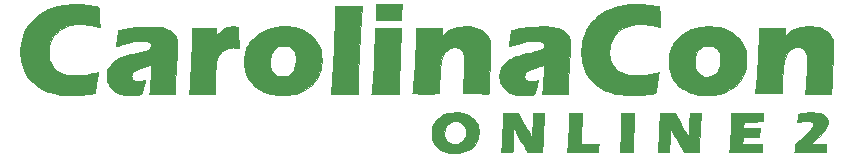
<source format=gbr>
%TF.GenerationSoftware,KiCad,Pcbnew,(6.0.1)*%
%TF.CreationDate,2022-02-21T20:44:29-05:00*%
%TF.ProjectId,cc-online-2,63632d6f-6e6c-4696-9e65-2d322e6b6963,rev?*%
%TF.SameCoordinates,Original*%
%TF.FileFunction,Legend,Top*%
%TF.FilePolarity,Positive*%
%FSLAX46Y46*%
G04 Gerber Fmt 4.6, Leading zero omitted, Abs format (unit mm)*
G04 Created by KiCad (PCBNEW (6.0.1)) date 2022-02-21 20:44:29*
%MOMM*%
%LPD*%
G01*
G04 APERTURE LIST*
%ADD10C,0.010000*%
G04 APERTURE END LIST*
D10*
%TO.C,Ref\u002A\u002A*%
X110116182Y-131123704D02*
X110276487Y-131136312D01*
X110276487Y-131136312D02*
X110407573Y-131155995D01*
X110407573Y-131155995D02*
X110415917Y-131157762D01*
X110415917Y-131157762D02*
X110688736Y-131234928D01*
X110688736Y-131234928D02*
X110936339Y-131341592D01*
X110936339Y-131341592D02*
X111156582Y-131476010D01*
X111156582Y-131476010D02*
X111347324Y-131636438D01*
X111347324Y-131636438D02*
X111506422Y-131821132D01*
X111506422Y-131821132D02*
X111631732Y-132028349D01*
X111631732Y-132028349D02*
X111705658Y-132207509D01*
X111705658Y-132207509D02*
X111732624Y-132294408D01*
X111732624Y-132294408D02*
X111751304Y-132374600D01*
X111751304Y-132374600D02*
X111763699Y-132461135D01*
X111763699Y-132461135D02*
X111771812Y-132567066D01*
X111771812Y-132567066D02*
X111776330Y-132668107D01*
X111776330Y-132668107D02*
X111778048Y-132882059D01*
X111778048Y-132882059D02*
X111764982Y-133067645D01*
X111764982Y-133067645D02*
X111735576Y-133236714D01*
X111735576Y-133236714D02*
X111688272Y-133401114D01*
X111688272Y-133401114D02*
X111675120Y-133438352D01*
X111675120Y-133438352D02*
X111580604Y-133644172D01*
X111580604Y-133644172D02*
X111452381Y-133843025D01*
X111452381Y-133843025D02*
X111298597Y-134024371D01*
X111298597Y-134024371D02*
X111127398Y-134177667D01*
X111127398Y-134177667D02*
X111073335Y-134216973D01*
X111073335Y-134216973D02*
X110879611Y-134328761D01*
X110879611Y-134328761D02*
X110655433Y-134421238D01*
X110655433Y-134421238D02*
X110408663Y-134493083D01*
X110408663Y-134493083D02*
X110147166Y-134542980D01*
X110147166Y-134542980D02*
X109878807Y-134569609D01*
X109878807Y-134569609D02*
X109611448Y-134571651D01*
X109611448Y-134571651D02*
X109352955Y-134547788D01*
X109352955Y-134547788D02*
X109230584Y-134525960D01*
X109230584Y-134525960D02*
X108991390Y-134468358D01*
X108991390Y-134468358D02*
X108786488Y-134401695D01*
X108786488Y-134401695D02*
X108608134Y-134321910D01*
X108608134Y-134321910D02*
X108448583Y-134224947D01*
X108448583Y-134224947D02*
X108300089Y-134106745D01*
X108300089Y-134106745D02*
X108154910Y-133963247D01*
X108154910Y-133963247D02*
X108153082Y-133961275D01*
X108153082Y-133961275D02*
X108009846Y-133775810D01*
X108009846Y-133775810D02*
X107901832Y-133566935D01*
X107901832Y-133566935D02*
X107829075Y-133334771D01*
X107829075Y-133334771D02*
X107791606Y-133079438D01*
X107791606Y-133079438D02*
X107789633Y-132823608D01*
X107789633Y-132823608D02*
X108863822Y-132823608D01*
X108863822Y-132823608D02*
X108863984Y-132960062D01*
X108863984Y-132960062D02*
X108870286Y-133061228D01*
X108870286Y-133061228D02*
X108881553Y-133137236D01*
X108881553Y-133137236D02*
X108902004Y-133205253D01*
X108902004Y-133205253D02*
X108935859Y-133282448D01*
X108935859Y-133282448D02*
X108950674Y-133312827D01*
X108950674Y-133312827D02*
X109051811Y-133472480D01*
X109051811Y-133472480D02*
X109180312Y-133602884D01*
X109180312Y-133602884D02*
X109331325Y-133702258D01*
X109331325Y-133702258D02*
X109499997Y-133768815D01*
X109499997Y-133768815D02*
X109681478Y-133800774D01*
X109681478Y-133800774D02*
X109870915Y-133796350D01*
X109870915Y-133796350D02*
X110063456Y-133753758D01*
X110063456Y-133753758D02*
X110107920Y-133738283D01*
X110107920Y-133738283D02*
X110283226Y-133653019D01*
X110283226Y-133653019D02*
X110428848Y-133538334D01*
X110428848Y-133538334D02*
X110546385Y-133392629D01*
X110546385Y-133392629D02*
X110637433Y-133214304D01*
X110637433Y-133214304D02*
X110641492Y-133204062D01*
X110641492Y-133204062D02*
X110673747Y-133088341D01*
X110673747Y-133088341D02*
X110693773Y-132946184D01*
X110693773Y-132946184D02*
X110701186Y-132791801D01*
X110701186Y-132791801D02*
X110695601Y-132639397D01*
X110695601Y-132639397D02*
X110676634Y-132503182D01*
X110676634Y-132503182D02*
X110662024Y-132445629D01*
X110662024Y-132445629D02*
X110593352Y-132286256D01*
X110593352Y-132286256D02*
X110493670Y-132144319D01*
X110493670Y-132144319D02*
X110369498Y-132026385D01*
X110369498Y-132026385D02*
X110227356Y-131939026D01*
X110227356Y-131939026D02*
X110119888Y-131899375D01*
X110119888Y-131899375D02*
X110027804Y-131880505D01*
X110027804Y-131880505D02*
X109920869Y-131871315D01*
X109920869Y-131871315D02*
X109786799Y-131870862D01*
X109786799Y-131870862D02*
X109758727Y-131871639D01*
X109758727Y-131871639D02*
X109616354Y-131880677D01*
X109616354Y-131880677D02*
X109503122Y-131901148D01*
X109503122Y-131901148D02*
X109406301Y-131938270D01*
X109406301Y-131938270D02*
X109313156Y-131997261D01*
X109313156Y-131997261D02*
X109210956Y-132083340D01*
X109210956Y-132083340D02*
X109186142Y-132106290D01*
X109186142Y-132106290D02*
X109051114Y-132257790D01*
X109051114Y-132257790D02*
X108953007Y-132426194D01*
X108953007Y-132426194D02*
X108890888Y-132613976D01*
X108890888Y-132613976D02*
X108863822Y-132823608D01*
X108863822Y-132823608D02*
X107789633Y-132823608D01*
X107789633Y-132823608D02*
X107789458Y-132801057D01*
X107789458Y-132801057D02*
X107801591Y-132653704D01*
X107801591Y-132653704D02*
X107850049Y-132389089D01*
X107850049Y-132389089D02*
X107934321Y-132146575D01*
X107934321Y-132146575D02*
X108053673Y-131926898D01*
X108053673Y-131926898D02*
X108207370Y-131730798D01*
X108207370Y-131730798D02*
X108394679Y-131559011D01*
X108394679Y-131559011D02*
X108614866Y-131412275D01*
X108614866Y-131412275D02*
X108867196Y-131291328D01*
X108867196Y-131291328D02*
X109150935Y-131196908D01*
X109150935Y-131196908D02*
X109283500Y-131164407D01*
X109283500Y-131164407D02*
X109415416Y-131142661D01*
X109415416Y-131142661D02*
X109576275Y-131127650D01*
X109576275Y-131127650D02*
X109754444Y-131119441D01*
X109754444Y-131119441D02*
X109938290Y-131118103D01*
X109938290Y-131118103D02*
X110116182Y-131123704D01*
X110116182Y-131123704D02*
X110116182Y-131123704D01*
G36*
X107801591Y-132653704D02*
G01*
X107850049Y-132389089D01*
X107934321Y-132146575D01*
X108053673Y-131926898D01*
X108207370Y-131730798D01*
X108394679Y-131559011D01*
X108614866Y-131412275D01*
X108867196Y-131291328D01*
X109150935Y-131196908D01*
X109283500Y-131164407D01*
X109415416Y-131142661D01*
X109576275Y-131127650D01*
X109754444Y-131119441D01*
X109938290Y-131118103D01*
X110116182Y-131123704D01*
X110276487Y-131136312D01*
X110407573Y-131155995D01*
X110415917Y-131157762D01*
X110688736Y-131234928D01*
X110936339Y-131341592D01*
X111156582Y-131476010D01*
X111347324Y-131636438D01*
X111506422Y-131821132D01*
X111631732Y-132028349D01*
X111705658Y-132207509D01*
X111732624Y-132294408D01*
X111751304Y-132374600D01*
X111763699Y-132461135D01*
X111771812Y-132567066D01*
X111776330Y-132668107D01*
X111778048Y-132882059D01*
X111764982Y-133067645D01*
X111735576Y-133236714D01*
X111688272Y-133401114D01*
X111675120Y-133438352D01*
X111580604Y-133644172D01*
X111452381Y-133843025D01*
X111298597Y-134024371D01*
X111127398Y-134177667D01*
X111073335Y-134216973D01*
X110879611Y-134328761D01*
X110655433Y-134421238D01*
X110408663Y-134493083D01*
X110147166Y-134542980D01*
X109878807Y-134569609D01*
X109611448Y-134571651D01*
X109352955Y-134547788D01*
X109230584Y-134525960D01*
X108991390Y-134468358D01*
X108786488Y-134401695D01*
X108608134Y-134321910D01*
X108448583Y-134224947D01*
X108300089Y-134106745D01*
X108154910Y-133963247D01*
X108153082Y-133961275D01*
X108009846Y-133775810D01*
X107901832Y-133566935D01*
X107829075Y-133334771D01*
X107791606Y-133079438D01*
X107789633Y-132823608D01*
X108863822Y-132823608D01*
X108863984Y-132960062D01*
X108870286Y-133061228D01*
X108881553Y-133137236D01*
X108902004Y-133205253D01*
X108935859Y-133282448D01*
X108950674Y-133312827D01*
X109051811Y-133472480D01*
X109180312Y-133602884D01*
X109331325Y-133702258D01*
X109499997Y-133768815D01*
X109681478Y-133800774D01*
X109870915Y-133796350D01*
X110063456Y-133753758D01*
X110107920Y-133738283D01*
X110283226Y-133653019D01*
X110428848Y-133538334D01*
X110546385Y-133392629D01*
X110637433Y-133214304D01*
X110641492Y-133204062D01*
X110673747Y-133088341D01*
X110693773Y-132946184D01*
X110701186Y-132791801D01*
X110695601Y-132639397D01*
X110676634Y-132503182D01*
X110662024Y-132445629D01*
X110593352Y-132286256D01*
X110493670Y-132144319D01*
X110369498Y-132026385D01*
X110227356Y-131939026D01*
X110119888Y-131899375D01*
X110027804Y-131880505D01*
X109920869Y-131871315D01*
X109786799Y-131870862D01*
X109758727Y-131871639D01*
X109616354Y-131880677D01*
X109503122Y-131901148D01*
X109406301Y-131938270D01*
X109313156Y-131997261D01*
X109210956Y-132083340D01*
X109186142Y-132106290D01*
X109051114Y-132257790D01*
X108953007Y-132426194D01*
X108890888Y-132613976D01*
X108863822Y-132823608D01*
X107789633Y-132823608D01*
X107789458Y-132801057D01*
X107801591Y-132653704D01*
G37*
X107801591Y-132653704D02*
X107850049Y-132389089D01*
X107934321Y-132146575D01*
X108053673Y-131926898D01*
X108207370Y-131730798D01*
X108394679Y-131559011D01*
X108614866Y-131412275D01*
X108867196Y-131291328D01*
X109150935Y-131196908D01*
X109283500Y-131164407D01*
X109415416Y-131142661D01*
X109576275Y-131127650D01*
X109754444Y-131119441D01*
X109938290Y-131118103D01*
X110116182Y-131123704D01*
X110276487Y-131136312D01*
X110407573Y-131155995D01*
X110415917Y-131157762D01*
X110688736Y-131234928D01*
X110936339Y-131341592D01*
X111156582Y-131476010D01*
X111347324Y-131636438D01*
X111506422Y-131821132D01*
X111631732Y-132028349D01*
X111705658Y-132207509D01*
X111732624Y-132294408D01*
X111751304Y-132374600D01*
X111763699Y-132461135D01*
X111771812Y-132567066D01*
X111776330Y-132668107D01*
X111778048Y-132882059D01*
X111764982Y-133067645D01*
X111735576Y-133236714D01*
X111688272Y-133401114D01*
X111675120Y-133438352D01*
X111580604Y-133644172D01*
X111452381Y-133843025D01*
X111298597Y-134024371D01*
X111127398Y-134177667D01*
X111073335Y-134216973D01*
X110879611Y-134328761D01*
X110655433Y-134421238D01*
X110408663Y-134493083D01*
X110147166Y-134542980D01*
X109878807Y-134569609D01*
X109611448Y-134571651D01*
X109352955Y-134547788D01*
X109230584Y-134525960D01*
X108991390Y-134468358D01*
X108786488Y-134401695D01*
X108608134Y-134321910D01*
X108448583Y-134224947D01*
X108300089Y-134106745D01*
X108154910Y-133963247D01*
X108153082Y-133961275D01*
X108009846Y-133775810D01*
X107901832Y-133566935D01*
X107829075Y-133334771D01*
X107791606Y-133079438D01*
X107789633Y-132823608D01*
X108863822Y-132823608D01*
X108863984Y-132960062D01*
X108870286Y-133061228D01*
X108881553Y-133137236D01*
X108902004Y-133205253D01*
X108935859Y-133282448D01*
X108950674Y-133312827D01*
X109051811Y-133472480D01*
X109180312Y-133602884D01*
X109331325Y-133702258D01*
X109499997Y-133768815D01*
X109681478Y-133800774D01*
X109870915Y-133796350D01*
X110063456Y-133753758D01*
X110107920Y-133738283D01*
X110283226Y-133653019D01*
X110428848Y-133538334D01*
X110546385Y-133392629D01*
X110637433Y-133214304D01*
X110641492Y-133204062D01*
X110673747Y-133088341D01*
X110693773Y-132946184D01*
X110701186Y-132791801D01*
X110695601Y-132639397D01*
X110676634Y-132503182D01*
X110662024Y-132445629D01*
X110593352Y-132286256D01*
X110493670Y-132144319D01*
X110369498Y-132026385D01*
X110227356Y-131939026D01*
X110119888Y-131899375D01*
X110027804Y-131880505D01*
X109920869Y-131871315D01*
X109786799Y-131870862D01*
X109758727Y-131871639D01*
X109616354Y-131880677D01*
X109503122Y-131901148D01*
X109406301Y-131938270D01*
X109313156Y-131997261D01*
X109210956Y-132083340D01*
X109186142Y-132106290D01*
X109051114Y-132257790D01*
X108953007Y-132426194D01*
X108890888Y-132613976D01*
X108863822Y-132823608D01*
X107789633Y-132823608D01*
X107789458Y-132801057D01*
X107801591Y-132653704D01*
X114391419Y-131170656D02*
X114546636Y-131172927D01*
X114546636Y-131172927D02*
X114695555Y-131176352D01*
X114695555Y-131176352D02*
X114824316Y-131180637D01*
X114824316Y-131180637D02*
X114886154Y-131183498D01*
X114886154Y-131183498D02*
X115140287Y-131197163D01*
X115140287Y-131197163D02*
X115709089Y-132234847D01*
X115709089Y-132234847D02*
X115831031Y-132457151D01*
X115831031Y-132457151D02*
X115934314Y-132644918D01*
X115934314Y-132644918D02*
X116020531Y-132800787D01*
X116020531Y-132800787D02*
X116091275Y-132927396D01*
X116091275Y-132927396D02*
X116148139Y-133027382D01*
X116148139Y-133027382D02*
X116192718Y-133103383D01*
X116192718Y-133103383D02*
X116226604Y-133158039D01*
X116226604Y-133158039D02*
X116251391Y-133193986D01*
X116251391Y-133193986D02*
X116268672Y-133213863D01*
X116268672Y-133213863D02*
X116280040Y-133220308D01*
X116280040Y-133220308D02*
X116287088Y-133215959D01*
X116287088Y-133215959D02*
X116291410Y-133203454D01*
X116291410Y-133203454D02*
X116292101Y-133200141D01*
X116292101Y-133200141D02*
X116298046Y-133152568D01*
X116298046Y-133152568D02*
X116305008Y-133067831D01*
X116305008Y-133067831D02*
X116312735Y-132951082D01*
X116312735Y-132951082D02*
X116320975Y-132807471D01*
X116320975Y-132807471D02*
X116329475Y-132642149D01*
X116329475Y-132642149D02*
X116337985Y-132460267D01*
X116337985Y-132460267D02*
X116346252Y-132266975D01*
X116346252Y-132266975D02*
X116354025Y-132067424D01*
X116354025Y-132067424D02*
X116361051Y-131866766D01*
X116361051Y-131866766D02*
X116367079Y-131670151D01*
X116367079Y-131670151D02*
X116367310Y-131661959D01*
X116367310Y-131661959D02*
X116381095Y-131169834D01*
X116381095Y-131169834D02*
X117353468Y-131169834D01*
X117353468Y-131169834D02*
X117340186Y-131291542D01*
X117340186Y-131291542D02*
X117331254Y-131385713D01*
X117331254Y-131385713D02*
X117320792Y-131516848D01*
X117320792Y-131516848D02*
X117309101Y-131679615D01*
X117309101Y-131679615D02*
X117296481Y-131868684D01*
X117296481Y-131868684D02*
X117283234Y-132078725D01*
X117283234Y-132078725D02*
X117269660Y-132304406D01*
X117269660Y-132304406D02*
X117256061Y-132540398D01*
X117256061Y-132540398D02*
X117242737Y-132781370D01*
X117242737Y-132781370D02*
X117229989Y-133021991D01*
X117229989Y-133021991D02*
X117218118Y-133256930D01*
X117218118Y-133256930D02*
X117207426Y-133480858D01*
X117207426Y-133480858D02*
X117198212Y-133688443D01*
X117198212Y-133688443D02*
X117190778Y-133874355D01*
X117190778Y-133874355D02*
X117185444Y-134032625D01*
X117185444Y-134032625D02*
X117171923Y-134493000D01*
X117171923Y-134493000D02*
X116553470Y-134493000D01*
X116553470Y-134493000D02*
X116363294Y-134492546D01*
X116363294Y-134492546D02*
X116211888Y-134491085D01*
X116211888Y-134491085D02*
X116095697Y-134488472D01*
X116095697Y-134488472D02*
X116011167Y-134484557D01*
X116011167Y-134484557D02*
X115954743Y-134479196D01*
X115954743Y-134479196D02*
X115922871Y-134472241D01*
X115922871Y-134472241D02*
X115913421Y-134466542D01*
X115913421Y-134466542D02*
X115896625Y-134440620D01*
X115896625Y-134440620D02*
X115861428Y-134382328D01*
X115861428Y-134382328D02*
X115810380Y-134296081D01*
X115810380Y-134296081D02*
X115746031Y-134186294D01*
X115746031Y-134186294D02*
X115670931Y-134057381D01*
X115670931Y-134057381D02*
X115587630Y-133913759D01*
X115587630Y-133913759D02*
X115498677Y-133759842D01*
X115498677Y-133759842D02*
X115406624Y-133600046D01*
X115406624Y-133600046D02*
X115314019Y-133438785D01*
X115314019Y-133438785D02*
X115223413Y-133280475D01*
X115223413Y-133280475D02*
X115137356Y-133129530D01*
X115137356Y-133129530D02*
X115058398Y-132990366D01*
X115058398Y-132990366D02*
X114989088Y-132867399D01*
X114989088Y-132867399D02*
X114965230Y-132824797D01*
X114965230Y-132824797D02*
X114900541Y-132710676D01*
X114900541Y-132710676D02*
X114842543Y-132611494D01*
X114842543Y-132611494D02*
X114794382Y-132532373D01*
X114794382Y-132532373D02*
X114759200Y-132478432D01*
X114759200Y-132478432D02*
X114740141Y-132454792D01*
X114740141Y-132454792D02*
X114737909Y-132454540D01*
X114737909Y-132454540D02*
X114734513Y-132479288D01*
X114734513Y-132479288D02*
X114730038Y-132541034D01*
X114730038Y-132541034D02*
X114724753Y-132634465D01*
X114724753Y-132634465D02*
X114718928Y-132754267D01*
X114718928Y-132754267D02*
X114712830Y-132895128D01*
X114712830Y-132895128D02*
X114706730Y-133051733D01*
X114706730Y-133051733D02*
X114704358Y-133117326D01*
X114704358Y-133117326D02*
X114694748Y-133387799D01*
X114694748Y-133387799D02*
X114686395Y-133619084D01*
X114686395Y-133619084D02*
X114679135Y-133814304D01*
X114679135Y-133814304D02*
X114672806Y-133976580D01*
X114672806Y-133976580D02*
X114667245Y-134109034D01*
X114667245Y-134109034D02*
X114662290Y-134214789D01*
X114662290Y-134214789D02*
X114657776Y-134296966D01*
X114657776Y-134296966D02*
X114653542Y-134358687D01*
X114653542Y-134358687D02*
X114649425Y-134403074D01*
X114649425Y-134403074D02*
X114645261Y-134433250D01*
X114645261Y-134433250D02*
X114640887Y-134452336D01*
X114640887Y-134452336D02*
X114636142Y-134463454D01*
X114636142Y-134463454D02*
X114633963Y-134466542D01*
X114633963Y-134466542D02*
X114614371Y-134475896D01*
X114614371Y-134475896D02*
X114570287Y-134482983D01*
X114570287Y-134482983D02*
X114497834Y-134488015D01*
X114497834Y-134488015D02*
X114393137Y-134491204D01*
X114393137Y-134491204D02*
X114252320Y-134492761D01*
X114252320Y-134492761D02*
X114149242Y-134493000D01*
X114149242Y-134493000D02*
X113686167Y-134493000D01*
X113686167Y-134493000D02*
X113686185Y-134445375D01*
X113686185Y-134445375D02*
X113688092Y-134404861D01*
X113688092Y-134404861D02*
X113693221Y-134333557D01*
X113693221Y-134333557D02*
X113700709Y-134242809D01*
X113700709Y-134242809D02*
X113706733Y-134175500D01*
X113706733Y-134175500D02*
X113714540Y-134080008D01*
X113714540Y-134080008D02*
X113723751Y-133948879D01*
X113723751Y-133948879D02*
X113734109Y-133787238D01*
X113734109Y-133787238D02*
X113745355Y-133600212D01*
X113745355Y-133600212D02*
X113757230Y-133392925D01*
X113757230Y-133392925D02*
X113769475Y-133170504D01*
X113769475Y-133170504D02*
X113781833Y-132938073D01*
X113781833Y-132938073D02*
X113794043Y-132700758D01*
X113794043Y-132700758D02*
X113805849Y-132463684D01*
X113805849Y-132463684D02*
X113816990Y-132231978D01*
X113816990Y-132231978D02*
X113827208Y-132010764D01*
X113827208Y-132010764D02*
X113836246Y-131805168D01*
X113836246Y-131805168D02*
X113843843Y-131620315D01*
X113843843Y-131620315D02*
X113849742Y-131461332D01*
X113849742Y-131461332D02*
X113853684Y-131333343D01*
X113853684Y-131333343D02*
X113855409Y-131241474D01*
X113855409Y-131241474D02*
X113855466Y-131228042D01*
X113855466Y-131228042D02*
X113855500Y-131169834D01*
X113855500Y-131169834D02*
X114243760Y-131169834D01*
X114243760Y-131169834D02*
X114391419Y-131170656D01*
X114391419Y-131170656D02*
X114391419Y-131170656D01*
G36*
X114391419Y-131170656D02*
G01*
X114546636Y-131172927D01*
X114695555Y-131176352D01*
X114824316Y-131180637D01*
X114886154Y-131183498D01*
X115140287Y-131197163D01*
X115709089Y-132234847D01*
X115831031Y-132457151D01*
X115934314Y-132644918D01*
X116020531Y-132800787D01*
X116091275Y-132927396D01*
X116148139Y-133027382D01*
X116192718Y-133103383D01*
X116226604Y-133158039D01*
X116251391Y-133193986D01*
X116268672Y-133213863D01*
X116280040Y-133220308D01*
X116287088Y-133215959D01*
X116291410Y-133203454D01*
X116292101Y-133200141D01*
X116298046Y-133152568D01*
X116305008Y-133067831D01*
X116312735Y-132951082D01*
X116320975Y-132807471D01*
X116329475Y-132642149D01*
X116337985Y-132460267D01*
X116346252Y-132266975D01*
X116354025Y-132067424D01*
X116361051Y-131866766D01*
X116367079Y-131670151D01*
X116367310Y-131661959D01*
X116381095Y-131169834D01*
X117353468Y-131169834D01*
X117340186Y-131291542D01*
X117331254Y-131385713D01*
X117320792Y-131516848D01*
X117309101Y-131679615D01*
X117296481Y-131868684D01*
X117283234Y-132078725D01*
X117269660Y-132304406D01*
X117256061Y-132540398D01*
X117242737Y-132781370D01*
X117229989Y-133021991D01*
X117218118Y-133256930D01*
X117207426Y-133480858D01*
X117198212Y-133688443D01*
X117190778Y-133874355D01*
X117185444Y-134032625D01*
X117171923Y-134493000D01*
X116553470Y-134493000D01*
X116363294Y-134492546D01*
X116211888Y-134491085D01*
X116095697Y-134488472D01*
X116011167Y-134484557D01*
X115954743Y-134479196D01*
X115922871Y-134472241D01*
X115913421Y-134466542D01*
X115896625Y-134440620D01*
X115861428Y-134382328D01*
X115810380Y-134296081D01*
X115746031Y-134186294D01*
X115670931Y-134057381D01*
X115587630Y-133913759D01*
X115498677Y-133759842D01*
X115406624Y-133600046D01*
X115314019Y-133438785D01*
X115223413Y-133280475D01*
X115137356Y-133129530D01*
X115058398Y-132990366D01*
X114989088Y-132867399D01*
X114965230Y-132824797D01*
X114900541Y-132710676D01*
X114842543Y-132611494D01*
X114794382Y-132532373D01*
X114759200Y-132478432D01*
X114740141Y-132454792D01*
X114737909Y-132454540D01*
X114734513Y-132479288D01*
X114730038Y-132541034D01*
X114724753Y-132634465D01*
X114718928Y-132754267D01*
X114712830Y-132895128D01*
X114706730Y-133051733D01*
X114704358Y-133117326D01*
X114694748Y-133387799D01*
X114686395Y-133619084D01*
X114679135Y-133814304D01*
X114672806Y-133976580D01*
X114667245Y-134109034D01*
X114662290Y-134214789D01*
X114657776Y-134296966D01*
X114653542Y-134358687D01*
X114649425Y-134403074D01*
X114645261Y-134433250D01*
X114640887Y-134452336D01*
X114636142Y-134463454D01*
X114633963Y-134466542D01*
X114614371Y-134475896D01*
X114570287Y-134482983D01*
X114497834Y-134488015D01*
X114393137Y-134491204D01*
X114252320Y-134492761D01*
X114149242Y-134493000D01*
X113686167Y-134493000D01*
X113686185Y-134445375D01*
X113688092Y-134404861D01*
X113693221Y-134333557D01*
X113700709Y-134242809D01*
X113706733Y-134175500D01*
X113714540Y-134080008D01*
X113723751Y-133948879D01*
X113734109Y-133787238D01*
X113745355Y-133600212D01*
X113757230Y-133392925D01*
X113769475Y-133170504D01*
X113781833Y-132938073D01*
X113794043Y-132700758D01*
X113805849Y-132463684D01*
X113816990Y-132231978D01*
X113827208Y-132010764D01*
X113836246Y-131805168D01*
X113843843Y-131620315D01*
X113849742Y-131461332D01*
X113853684Y-131333343D01*
X113855409Y-131241474D01*
X113855466Y-131228042D01*
X113855500Y-131169834D01*
X114243760Y-131169834D01*
X114391419Y-131170656D01*
G37*
X114391419Y-131170656D02*
X114546636Y-131172927D01*
X114695555Y-131176352D01*
X114824316Y-131180637D01*
X114886154Y-131183498D01*
X115140287Y-131197163D01*
X115709089Y-132234847D01*
X115831031Y-132457151D01*
X115934314Y-132644918D01*
X116020531Y-132800787D01*
X116091275Y-132927396D01*
X116148139Y-133027382D01*
X116192718Y-133103383D01*
X116226604Y-133158039D01*
X116251391Y-133193986D01*
X116268672Y-133213863D01*
X116280040Y-133220308D01*
X116287088Y-133215959D01*
X116291410Y-133203454D01*
X116292101Y-133200141D01*
X116298046Y-133152568D01*
X116305008Y-133067831D01*
X116312735Y-132951082D01*
X116320975Y-132807471D01*
X116329475Y-132642149D01*
X116337985Y-132460267D01*
X116346252Y-132266975D01*
X116354025Y-132067424D01*
X116361051Y-131866766D01*
X116367079Y-131670151D01*
X116367310Y-131661959D01*
X116381095Y-131169834D01*
X117353468Y-131169834D01*
X117340186Y-131291542D01*
X117331254Y-131385713D01*
X117320792Y-131516848D01*
X117309101Y-131679615D01*
X117296481Y-131868684D01*
X117283234Y-132078725D01*
X117269660Y-132304406D01*
X117256061Y-132540398D01*
X117242737Y-132781370D01*
X117229989Y-133021991D01*
X117218118Y-133256930D01*
X117207426Y-133480858D01*
X117198212Y-133688443D01*
X117190778Y-133874355D01*
X117185444Y-134032625D01*
X117171923Y-134493000D01*
X116553470Y-134493000D01*
X116363294Y-134492546D01*
X116211888Y-134491085D01*
X116095697Y-134488472D01*
X116011167Y-134484557D01*
X115954743Y-134479196D01*
X115922871Y-134472241D01*
X115913421Y-134466542D01*
X115896625Y-134440620D01*
X115861428Y-134382328D01*
X115810380Y-134296081D01*
X115746031Y-134186294D01*
X115670931Y-134057381D01*
X115587630Y-133913759D01*
X115498677Y-133759842D01*
X115406624Y-133600046D01*
X115314019Y-133438785D01*
X115223413Y-133280475D01*
X115137356Y-133129530D01*
X115058398Y-132990366D01*
X114989088Y-132867399D01*
X114965230Y-132824797D01*
X114900541Y-132710676D01*
X114842543Y-132611494D01*
X114794382Y-132532373D01*
X114759200Y-132478432D01*
X114740141Y-132454792D01*
X114737909Y-132454540D01*
X114734513Y-132479288D01*
X114730038Y-132541034D01*
X114724753Y-132634465D01*
X114718928Y-132754267D01*
X114712830Y-132895128D01*
X114706730Y-133051733D01*
X114704358Y-133117326D01*
X114694748Y-133387799D01*
X114686395Y-133619084D01*
X114679135Y-133814304D01*
X114672806Y-133976580D01*
X114667245Y-134109034D01*
X114662290Y-134214789D01*
X114657776Y-134296966D01*
X114653542Y-134358687D01*
X114649425Y-134403074D01*
X114645261Y-134433250D01*
X114640887Y-134452336D01*
X114636142Y-134463454D01*
X114633963Y-134466542D01*
X114614371Y-134475896D01*
X114570287Y-134482983D01*
X114497834Y-134488015D01*
X114393137Y-134491204D01*
X114252320Y-134492761D01*
X114149242Y-134493000D01*
X113686167Y-134493000D01*
X113686185Y-134445375D01*
X113688092Y-134404861D01*
X113693221Y-134333557D01*
X113700709Y-134242809D01*
X113706733Y-134175500D01*
X113714540Y-134080008D01*
X113723751Y-133948879D01*
X113734109Y-133787238D01*
X113745355Y-133600212D01*
X113757230Y-133392925D01*
X113769475Y-133170504D01*
X113781833Y-132938073D01*
X113794043Y-132700758D01*
X113805849Y-132463684D01*
X113816990Y-132231978D01*
X113827208Y-132010764D01*
X113836246Y-131805168D01*
X113843843Y-131620315D01*
X113849742Y-131461332D01*
X113853684Y-131333343D01*
X113855409Y-131241474D01*
X113855466Y-131228042D01*
X113855500Y-131169834D01*
X114243760Y-131169834D01*
X114391419Y-131170656D01*
X120555935Y-131238625D02*
X120549525Y-131291194D01*
X120549525Y-131291194D02*
X120541641Y-131380250D01*
X120541641Y-131380250D02*
X120532231Y-131506620D01*
X120532231Y-131506620D02*
X120521242Y-131671128D01*
X120521242Y-131671128D02*
X120508621Y-131874603D01*
X120508621Y-131874603D02*
X120494316Y-132117870D01*
X120494316Y-132117870D02*
X120478272Y-132401756D01*
X120478272Y-132401756D02*
X120460438Y-132727087D01*
X120460438Y-132727087D02*
X120459946Y-132736167D01*
X120459946Y-132736167D02*
X120449896Y-132919108D01*
X120449896Y-132919108D02*
X120439999Y-133093997D01*
X120439999Y-133093997D02*
X120430605Y-133255024D01*
X120430605Y-133255024D02*
X120422064Y-133396377D01*
X120422064Y-133396377D02*
X120414727Y-133512245D01*
X120414727Y-133512245D02*
X120408945Y-133596817D01*
X120408945Y-133596817D02*
X120405391Y-133641042D01*
X120405391Y-133641042D02*
X120392631Y-133773334D01*
X120392631Y-133773334D02*
X121169163Y-133773334D01*
X121169163Y-133773334D02*
X121372057Y-133773483D01*
X121372057Y-133773483D02*
X121536474Y-133774041D01*
X121536474Y-133774041D02*
X121666269Y-133775175D01*
X121666269Y-133775175D02*
X121765297Y-133777050D01*
X121765297Y-133777050D02*
X121837414Y-133779833D01*
X121837414Y-133779833D02*
X121886475Y-133783688D01*
X121886475Y-133783688D02*
X121916336Y-133788783D01*
X121916336Y-133788783D02*
X121930851Y-133795283D01*
X121930851Y-133795283D02*
X121933876Y-133803354D01*
X121933876Y-133803354D02*
X121933075Y-133806223D01*
X121933075Y-133806223D02*
X121927818Y-133838025D01*
X121927818Y-133838025D02*
X121921676Y-133903932D01*
X121921676Y-133903932D02*
X121915257Y-133995743D01*
X121915257Y-133995743D02*
X121909170Y-134105254D01*
X121909170Y-134105254D02*
X121906357Y-134166057D01*
X121906357Y-134166057D02*
X121892260Y-134493000D01*
X121892260Y-134493000D02*
X120583213Y-134493000D01*
X120583213Y-134493000D02*
X120315000Y-134492946D01*
X120315000Y-134492946D02*
X120086032Y-134492725D01*
X120086032Y-134492725D02*
X119893221Y-134492251D01*
X119893221Y-134492251D02*
X119733481Y-134491435D01*
X119733481Y-134491435D02*
X119603723Y-134490191D01*
X119603723Y-134490191D02*
X119500860Y-134488431D01*
X119500860Y-134488431D02*
X119421803Y-134486067D01*
X119421803Y-134486067D02*
X119363465Y-134483012D01*
X119363465Y-134483012D02*
X119322758Y-134479179D01*
X119322758Y-134479179D02*
X119296595Y-134474481D01*
X119296595Y-134474481D02*
X119281888Y-134468829D01*
X119281888Y-134468829D02*
X119275548Y-134462137D01*
X119275548Y-134462137D02*
X119274427Y-134455959D01*
X119274427Y-134455959D02*
X119276320Y-134423124D01*
X119276320Y-134423124D02*
X119281389Y-134356078D01*
X119281389Y-134356078D02*
X119288992Y-134262767D01*
X119288992Y-134262767D02*
X119298486Y-134151142D01*
X119298486Y-134151142D02*
X119305621Y-134069667D01*
X119305621Y-134069667D02*
X119318892Y-133910270D01*
X119318892Y-133910270D02*
X119333097Y-133722523D01*
X119333097Y-133722523D02*
X119347929Y-133511883D01*
X119347929Y-133511883D02*
X119363079Y-133283804D01*
X119363079Y-133283804D02*
X119378242Y-133043740D01*
X119378242Y-133043740D02*
X119393109Y-132797148D01*
X119393109Y-132797148D02*
X119407374Y-132549482D01*
X119407374Y-132549482D02*
X119420728Y-132306197D01*
X119420728Y-132306197D02*
X119432864Y-132072748D01*
X119432864Y-132072748D02*
X119443476Y-131854590D01*
X119443476Y-131854590D02*
X119452256Y-131657179D01*
X119452256Y-131657179D02*
X119458896Y-131485968D01*
X119458896Y-131485968D02*
X119463089Y-131346414D01*
X119463089Y-131346414D02*
X119464525Y-131249209D01*
X119464525Y-131249209D02*
X119464667Y-131169834D01*
X119464667Y-131169834D02*
X120567252Y-131169834D01*
X120567252Y-131169834D02*
X120555935Y-131238625D01*
X120555935Y-131238625D02*
X120555935Y-131238625D01*
G36*
X120555935Y-131238625D02*
G01*
X120549525Y-131291194D01*
X120541641Y-131380250D01*
X120532231Y-131506620D01*
X120521242Y-131671128D01*
X120508621Y-131874603D01*
X120494316Y-132117870D01*
X120478272Y-132401756D01*
X120460438Y-132727087D01*
X120459946Y-132736167D01*
X120449896Y-132919108D01*
X120439999Y-133093997D01*
X120430605Y-133255024D01*
X120422064Y-133396377D01*
X120414727Y-133512245D01*
X120408945Y-133596817D01*
X120405391Y-133641042D01*
X120392631Y-133773334D01*
X121169163Y-133773334D01*
X121372057Y-133773483D01*
X121536474Y-133774041D01*
X121666269Y-133775175D01*
X121765297Y-133777050D01*
X121837414Y-133779833D01*
X121886475Y-133783688D01*
X121916336Y-133788783D01*
X121930851Y-133795283D01*
X121933876Y-133803354D01*
X121933075Y-133806223D01*
X121927818Y-133838025D01*
X121921676Y-133903932D01*
X121915257Y-133995743D01*
X121909170Y-134105254D01*
X121906357Y-134166057D01*
X121892260Y-134493000D01*
X120583213Y-134493000D01*
X120315000Y-134492946D01*
X120086032Y-134492725D01*
X119893221Y-134492251D01*
X119733481Y-134491435D01*
X119603723Y-134490191D01*
X119500860Y-134488431D01*
X119421803Y-134486067D01*
X119363465Y-134483012D01*
X119322758Y-134479179D01*
X119296595Y-134474481D01*
X119281888Y-134468829D01*
X119275548Y-134462137D01*
X119274427Y-134455959D01*
X119276320Y-134423124D01*
X119281389Y-134356078D01*
X119288992Y-134262767D01*
X119298486Y-134151142D01*
X119305621Y-134069667D01*
X119318892Y-133910270D01*
X119333097Y-133722523D01*
X119347929Y-133511883D01*
X119363079Y-133283804D01*
X119378242Y-133043740D01*
X119393109Y-132797148D01*
X119407374Y-132549482D01*
X119420728Y-132306197D01*
X119432864Y-132072748D01*
X119443476Y-131854590D01*
X119452256Y-131657179D01*
X119458896Y-131485968D01*
X119463089Y-131346414D01*
X119464525Y-131249209D01*
X119464667Y-131169834D01*
X120567252Y-131169834D01*
X120555935Y-131238625D01*
G37*
X120555935Y-131238625D02*
X120549525Y-131291194D01*
X120541641Y-131380250D01*
X120532231Y-131506620D01*
X120521242Y-131671128D01*
X120508621Y-131874603D01*
X120494316Y-132117870D01*
X120478272Y-132401756D01*
X120460438Y-132727087D01*
X120459946Y-132736167D01*
X120449896Y-132919108D01*
X120439999Y-133093997D01*
X120430605Y-133255024D01*
X120422064Y-133396377D01*
X120414727Y-133512245D01*
X120408945Y-133596817D01*
X120405391Y-133641042D01*
X120392631Y-133773334D01*
X121169163Y-133773334D01*
X121372057Y-133773483D01*
X121536474Y-133774041D01*
X121666269Y-133775175D01*
X121765297Y-133777050D01*
X121837414Y-133779833D01*
X121886475Y-133783688D01*
X121916336Y-133788783D01*
X121930851Y-133795283D01*
X121933876Y-133803354D01*
X121933075Y-133806223D01*
X121927818Y-133838025D01*
X121921676Y-133903932D01*
X121915257Y-133995743D01*
X121909170Y-134105254D01*
X121906357Y-134166057D01*
X121892260Y-134493000D01*
X120583213Y-134493000D01*
X120315000Y-134492946D01*
X120086032Y-134492725D01*
X119893221Y-134492251D01*
X119733481Y-134491435D01*
X119603723Y-134490191D01*
X119500860Y-134488431D01*
X119421803Y-134486067D01*
X119363465Y-134483012D01*
X119322758Y-134479179D01*
X119296595Y-134474481D01*
X119281888Y-134468829D01*
X119275548Y-134462137D01*
X119274427Y-134455959D01*
X119276320Y-134423124D01*
X119281389Y-134356078D01*
X119288992Y-134262767D01*
X119298486Y-134151142D01*
X119305621Y-134069667D01*
X119318892Y-133910270D01*
X119333097Y-133722523D01*
X119347929Y-133511883D01*
X119363079Y-133283804D01*
X119378242Y-133043740D01*
X119393109Y-132797148D01*
X119407374Y-132549482D01*
X119420728Y-132306197D01*
X119432864Y-132072748D01*
X119443476Y-131854590D01*
X119452256Y-131657179D01*
X119458896Y-131485968D01*
X119463089Y-131346414D01*
X119464525Y-131249209D01*
X119464667Y-131169834D01*
X120567252Y-131169834D01*
X120555935Y-131238625D01*
X124967804Y-131249209D02*
X124966379Y-131293554D01*
X124966379Y-131293554D02*
X124962504Y-131372668D01*
X124962504Y-131372668D02*
X124956600Y-131479084D01*
X124956600Y-131479084D02*
X124949088Y-131605333D01*
X124949088Y-131605333D02*
X124940387Y-131743948D01*
X124940387Y-131743948D02*
X124937123Y-131794250D01*
X124937123Y-131794250D02*
X124922807Y-132033409D01*
X124922807Y-132033409D02*
X124908642Y-132309974D01*
X124908642Y-132309974D02*
X124894826Y-132619020D01*
X124894826Y-132619020D02*
X124881555Y-132955619D01*
X124881555Y-132955619D02*
X124869028Y-133314845D01*
X124869028Y-133314845D02*
X124857442Y-133691771D01*
X124857442Y-133691771D02*
X124849852Y-133969125D01*
X124849852Y-133969125D02*
X124836241Y-134493000D01*
X124836241Y-134493000D02*
X123715803Y-134493000D01*
X123715803Y-134493000D02*
X123727387Y-134434792D01*
X123727387Y-134434792D02*
X123736676Y-134370686D01*
X123736676Y-134370686D02*
X123746979Y-134268990D01*
X123746979Y-134268990D02*
X123758065Y-134134427D01*
X123758065Y-134134427D02*
X123769697Y-133971722D01*
X123769697Y-133971722D02*
X123781644Y-133785598D01*
X123781644Y-133785598D02*
X123793670Y-133580780D01*
X123793670Y-133580780D02*
X123805543Y-133361993D01*
X123805543Y-133361993D02*
X123817028Y-133133960D01*
X123817028Y-133133960D02*
X123827892Y-132901405D01*
X123827892Y-132901405D02*
X123837900Y-132669053D01*
X123837900Y-132669053D02*
X123846820Y-132441628D01*
X123846820Y-132441628D02*
X123854417Y-132223854D01*
X123854417Y-132223854D02*
X123860458Y-132020455D01*
X123860458Y-132020455D02*
X123864708Y-131836156D01*
X123864708Y-131836156D02*
X123866935Y-131675680D01*
X123866935Y-131675680D02*
X123867216Y-131609042D01*
X123867216Y-131609042D02*
X123867334Y-131169834D01*
X123867334Y-131169834D02*
X124968000Y-131169834D01*
X124968000Y-131169834D02*
X124967804Y-131249209D01*
X124967804Y-131249209D02*
X124967804Y-131249209D01*
G36*
X124967804Y-131249209D02*
G01*
X124966379Y-131293554D01*
X124962504Y-131372668D01*
X124956600Y-131479084D01*
X124949088Y-131605333D01*
X124940387Y-131743948D01*
X124937123Y-131794250D01*
X124922807Y-132033409D01*
X124908642Y-132309974D01*
X124894826Y-132619020D01*
X124881555Y-132955619D01*
X124869028Y-133314845D01*
X124857442Y-133691771D01*
X124849852Y-133969125D01*
X124836241Y-134493000D01*
X123715803Y-134493000D01*
X123727387Y-134434792D01*
X123736676Y-134370686D01*
X123746979Y-134268990D01*
X123758065Y-134134427D01*
X123769697Y-133971722D01*
X123781644Y-133785598D01*
X123793670Y-133580780D01*
X123805543Y-133361993D01*
X123817028Y-133133960D01*
X123827892Y-132901405D01*
X123837900Y-132669053D01*
X123846820Y-132441628D01*
X123854417Y-132223854D01*
X123860458Y-132020455D01*
X123864708Y-131836156D01*
X123866935Y-131675680D01*
X123867216Y-131609042D01*
X123867334Y-131169834D01*
X124968000Y-131169834D01*
X124967804Y-131249209D01*
G37*
X124967804Y-131249209D02*
X124966379Y-131293554D01*
X124962504Y-131372668D01*
X124956600Y-131479084D01*
X124949088Y-131605333D01*
X124940387Y-131743948D01*
X124937123Y-131794250D01*
X124922807Y-132033409D01*
X124908642Y-132309974D01*
X124894826Y-132619020D01*
X124881555Y-132955619D01*
X124869028Y-133314845D01*
X124857442Y-133691771D01*
X124849852Y-133969125D01*
X124836241Y-134493000D01*
X123715803Y-134493000D01*
X123727387Y-134434792D01*
X123736676Y-134370686D01*
X123746979Y-134268990D01*
X123758065Y-134134427D01*
X123769697Y-133971722D01*
X123781644Y-133785598D01*
X123793670Y-133580780D01*
X123805543Y-133361993D01*
X123817028Y-133133960D01*
X123827892Y-132901405D01*
X123837900Y-132669053D01*
X123846820Y-132441628D01*
X123854417Y-132223854D01*
X123860458Y-132020455D01*
X123864708Y-131836156D01*
X123866935Y-131675680D01*
X123867216Y-131609042D01*
X123867334Y-131169834D01*
X124968000Y-131169834D01*
X124967804Y-131249209D01*
X130611280Y-131228042D02*
X130604272Y-131278792D01*
X130604272Y-131278792D02*
X130595499Y-131367390D01*
X130595499Y-131367390D02*
X130585224Y-131489400D01*
X130585224Y-131489400D02*
X130573708Y-131640387D01*
X130573708Y-131640387D02*
X130561215Y-131815913D01*
X130561215Y-131815913D02*
X130548005Y-132011543D01*
X130548005Y-132011543D02*
X130534340Y-132222839D01*
X130534340Y-132222839D02*
X130520484Y-132445367D01*
X130520484Y-132445367D02*
X130506698Y-132674689D01*
X130506698Y-132674689D02*
X130493243Y-132906369D01*
X130493243Y-132906369D02*
X130480383Y-133135972D01*
X130480383Y-133135972D02*
X130468378Y-133359060D01*
X130468378Y-133359060D02*
X130457492Y-133571197D01*
X130457492Y-133571197D02*
X130447986Y-133767948D01*
X130447986Y-133767948D02*
X130440121Y-133944875D01*
X130440121Y-133944875D02*
X130434161Y-134097544D01*
X130434161Y-134097544D02*
X130430367Y-134221516D01*
X130430367Y-134221516D02*
X130429001Y-134312357D01*
X130429001Y-134312357D02*
X130429000Y-134314088D01*
X130429000Y-134314088D02*
X130429000Y-134493000D01*
X130429000Y-134493000D02*
X129183581Y-134493000D01*
X129183581Y-134493000D02*
X128941199Y-134074959D01*
X128941199Y-134074959D02*
X128847377Y-133912676D01*
X128847377Y-133912676D02*
X128746471Y-133737323D01*
X128746471Y-133737323D02*
X128641738Y-133554624D01*
X128641738Y-133554624D02*
X128536436Y-133370306D01*
X128536436Y-133370306D02*
X128433820Y-133190094D01*
X128433820Y-133190094D02*
X128337147Y-133019713D01*
X128337147Y-133019713D02*
X128249673Y-132864890D01*
X128249673Y-132864890D02*
X128174656Y-132731350D01*
X128174656Y-132731350D02*
X128115351Y-132624819D01*
X128115351Y-132624819D02*
X128085543Y-132570512D01*
X128085543Y-132570512D02*
X128001256Y-132415440D01*
X128001256Y-132415440D02*
X127988215Y-132555094D01*
X127988215Y-132555094D02*
X127984207Y-132611495D01*
X127984207Y-132611495D02*
X127979165Y-132703611D01*
X127979165Y-132703611D02*
X127973384Y-132824845D01*
X127973384Y-132824845D02*
X127967158Y-132968602D01*
X127967158Y-132968602D02*
X127960782Y-133128282D01*
X127960782Y-133128282D02*
X127954549Y-133297291D01*
X127954549Y-133297291D02*
X127952513Y-133355749D01*
X127952513Y-133355749D02*
X127946320Y-133532705D01*
X127946320Y-133532705D02*
X127939949Y-133708198D01*
X127939949Y-133708198D02*
X127933699Y-133874417D01*
X127933699Y-133874417D02*
X127927871Y-134023550D01*
X127927871Y-134023550D02*
X127922765Y-134147786D01*
X127922765Y-134147786D02*
X127918682Y-134239315D01*
X127918682Y-134239315D02*
X127917921Y-134254875D01*
X127917921Y-134254875D02*
X127905991Y-134493000D01*
X127905991Y-134493000D02*
X126932779Y-134493000D01*
X126932779Y-134493000D02*
X126944919Y-134413625D01*
X126944919Y-134413625D02*
X126952695Y-134347567D01*
X126952695Y-134347567D02*
X126961888Y-134243854D01*
X126961888Y-134243854D02*
X126972258Y-134107133D01*
X126972258Y-134107133D02*
X126983562Y-133942050D01*
X126983562Y-133942050D02*
X126995559Y-133753251D01*
X126995559Y-133753251D02*
X127008006Y-133545382D01*
X127008006Y-133545382D02*
X127020664Y-133323090D01*
X127020664Y-133323090D02*
X127033289Y-133091022D01*
X127033289Y-133091022D02*
X127045641Y-132853822D01*
X127045641Y-132853822D02*
X127057477Y-132616137D01*
X127057477Y-132616137D02*
X127068556Y-132382615D01*
X127068556Y-132382615D02*
X127078637Y-132157900D01*
X127078637Y-132157900D02*
X127087478Y-131946640D01*
X127087478Y-131946640D02*
X127094837Y-131753480D01*
X127094837Y-131753480D02*
X127100473Y-131583066D01*
X127100473Y-131583066D02*
X127104143Y-131440046D01*
X127104143Y-131440046D02*
X127105607Y-131329064D01*
X127105607Y-131329064D02*
X127105620Y-131323292D01*
X127105620Y-131323292D02*
X127105834Y-131169834D01*
X127105834Y-131169834D02*
X127746125Y-131170275D01*
X127746125Y-131170275D02*
X128386417Y-131170717D01*
X128386417Y-131170717D02*
X128637973Y-131630650D01*
X128637973Y-131630650D02*
X128715359Y-131772431D01*
X128715359Y-131772431D02*
X128807363Y-131941472D01*
X128807363Y-131941472D02*
X128908548Y-132127754D01*
X128908548Y-132127754D02*
X129013476Y-132321255D01*
X129013476Y-132321255D02*
X129116709Y-132511956D01*
X129116709Y-132511956D02*
X129212809Y-132689837D01*
X129212809Y-132689837D02*
X129220057Y-132703270D01*
X129220057Y-132703270D02*
X129550584Y-133315956D01*
X129550584Y-133315956D02*
X129564714Y-133137187D01*
X129564714Y-133137187D02*
X129568986Y-133070941D01*
X129568986Y-133070941D02*
X129574290Y-132969311D01*
X129574290Y-132969311D02*
X129580324Y-132839223D01*
X129580324Y-132839223D02*
X129586785Y-132687606D01*
X129586785Y-132687606D02*
X129593370Y-132521385D01*
X129593370Y-132521385D02*
X129599777Y-132347489D01*
X129599777Y-132347489D02*
X129602094Y-132281084D01*
X129602094Y-132281084D02*
X129608366Y-132103693D01*
X129608366Y-132103693D02*
X129614874Y-131929218D01*
X129614874Y-131929218D02*
X129621317Y-131765040D01*
X129621317Y-131765040D02*
X129627394Y-131618543D01*
X129627394Y-131618543D02*
X129632806Y-131497109D01*
X129632806Y-131497109D02*
X129637252Y-131408123D01*
X129637252Y-131408123D02*
X129638477Y-131386792D01*
X129638477Y-131386792D02*
X129651611Y-131169834D01*
X129651611Y-131169834D02*
X130622864Y-131169834D01*
X130622864Y-131169834D02*
X130611280Y-131228042D01*
X130611280Y-131228042D02*
X130611280Y-131228042D01*
G36*
X130611280Y-131228042D02*
G01*
X130604272Y-131278792D01*
X130595499Y-131367390D01*
X130585224Y-131489400D01*
X130573708Y-131640387D01*
X130561215Y-131815913D01*
X130548005Y-132011543D01*
X130534340Y-132222839D01*
X130520484Y-132445367D01*
X130506698Y-132674689D01*
X130493243Y-132906369D01*
X130480383Y-133135972D01*
X130468378Y-133359060D01*
X130457492Y-133571197D01*
X130447986Y-133767948D01*
X130440121Y-133944875D01*
X130434161Y-134097544D01*
X130430367Y-134221516D01*
X130429001Y-134312357D01*
X130429000Y-134314088D01*
X130429000Y-134493000D01*
X129183581Y-134493000D01*
X128941199Y-134074959D01*
X128847377Y-133912676D01*
X128746471Y-133737323D01*
X128641738Y-133554624D01*
X128536436Y-133370306D01*
X128433820Y-133190094D01*
X128337147Y-133019713D01*
X128249673Y-132864890D01*
X128174656Y-132731350D01*
X128115351Y-132624819D01*
X128085543Y-132570512D01*
X128001256Y-132415440D01*
X127988215Y-132555094D01*
X127984207Y-132611495D01*
X127979165Y-132703611D01*
X127973384Y-132824845D01*
X127967158Y-132968602D01*
X127960782Y-133128282D01*
X127954549Y-133297291D01*
X127952513Y-133355749D01*
X127946320Y-133532705D01*
X127939949Y-133708198D01*
X127933699Y-133874417D01*
X127927871Y-134023550D01*
X127922765Y-134147786D01*
X127918682Y-134239315D01*
X127917921Y-134254875D01*
X127905991Y-134493000D01*
X126932779Y-134493000D01*
X126944919Y-134413625D01*
X126952695Y-134347567D01*
X126961888Y-134243854D01*
X126972258Y-134107133D01*
X126983562Y-133942050D01*
X126995559Y-133753251D01*
X127008006Y-133545382D01*
X127020664Y-133323090D01*
X127033289Y-133091022D01*
X127045641Y-132853822D01*
X127057477Y-132616137D01*
X127068556Y-132382615D01*
X127078637Y-132157900D01*
X127087478Y-131946640D01*
X127094837Y-131753480D01*
X127100473Y-131583066D01*
X127104143Y-131440046D01*
X127105607Y-131329064D01*
X127105620Y-131323292D01*
X127105834Y-131169834D01*
X127746125Y-131170275D01*
X128386417Y-131170717D01*
X128637973Y-131630650D01*
X128715359Y-131772431D01*
X128807363Y-131941472D01*
X128908548Y-132127754D01*
X129013476Y-132321255D01*
X129116709Y-132511956D01*
X129212809Y-132689837D01*
X129220057Y-132703270D01*
X129550584Y-133315956D01*
X129564714Y-133137187D01*
X129568986Y-133070941D01*
X129574290Y-132969311D01*
X129580324Y-132839223D01*
X129586785Y-132687606D01*
X129593370Y-132521385D01*
X129599777Y-132347489D01*
X129602094Y-132281084D01*
X129608366Y-132103693D01*
X129614874Y-131929218D01*
X129621317Y-131765040D01*
X129627394Y-131618543D01*
X129632806Y-131497109D01*
X129637252Y-131408123D01*
X129638477Y-131386792D01*
X129651611Y-131169834D01*
X130622864Y-131169834D01*
X130611280Y-131228042D01*
G37*
X130611280Y-131228042D02*
X130604272Y-131278792D01*
X130595499Y-131367390D01*
X130585224Y-131489400D01*
X130573708Y-131640387D01*
X130561215Y-131815913D01*
X130548005Y-132011543D01*
X130534340Y-132222839D01*
X130520484Y-132445367D01*
X130506698Y-132674689D01*
X130493243Y-132906369D01*
X130480383Y-133135972D01*
X130468378Y-133359060D01*
X130457492Y-133571197D01*
X130447986Y-133767948D01*
X130440121Y-133944875D01*
X130434161Y-134097544D01*
X130430367Y-134221516D01*
X130429001Y-134312357D01*
X130429000Y-134314088D01*
X130429000Y-134493000D01*
X129183581Y-134493000D01*
X128941199Y-134074959D01*
X128847377Y-133912676D01*
X128746471Y-133737323D01*
X128641738Y-133554624D01*
X128536436Y-133370306D01*
X128433820Y-133190094D01*
X128337147Y-133019713D01*
X128249673Y-132864890D01*
X128174656Y-132731350D01*
X128115351Y-132624819D01*
X128085543Y-132570512D01*
X128001256Y-132415440D01*
X127988215Y-132555094D01*
X127984207Y-132611495D01*
X127979165Y-132703611D01*
X127973384Y-132824845D01*
X127967158Y-132968602D01*
X127960782Y-133128282D01*
X127954549Y-133297291D01*
X127952513Y-133355749D01*
X127946320Y-133532705D01*
X127939949Y-133708198D01*
X127933699Y-133874417D01*
X127927871Y-134023550D01*
X127922765Y-134147786D01*
X127918682Y-134239315D01*
X127917921Y-134254875D01*
X127905991Y-134493000D01*
X126932779Y-134493000D01*
X126944919Y-134413625D01*
X126952695Y-134347567D01*
X126961888Y-134243854D01*
X126972258Y-134107133D01*
X126983562Y-133942050D01*
X126995559Y-133753251D01*
X127008006Y-133545382D01*
X127020664Y-133323090D01*
X127033289Y-133091022D01*
X127045641Y-132853822D01*
X127057477Y-132616137D01*
X127068556Y-132382615D01*
X127078637Y-132157900D01*
X127087478Y-131946640D01*
X127094837Y-131753480D01*
X127100473Y-131583066D01*
X127104143Y-131440046D01*
X127105607Y-131329064D01*
X127105620Y-131323292D01*
X127105834Y-131169834D01*
X127746125Y-131170275D01*
X128386417Y-131170717D01*
X128637973Y-131630650D01*
X128715359Y-131772431D01*
X128807363Y-131941472D01*
X128908548Y-132127754D01*
X129013476Y-132321255D01*
X129116709Y-132511956D01*
X129212809Y-132689837D01*
X129220057Y-132703270D01*
X129550584Y-133315956D01*
X129564714Y-133137187D01*
X129568986Y-133070941D01*
X129574290Y-132969311D01*
X129580324Y-132839223D01*
X129586785Y-132687606D01*
X129593370Y-132521385D01*
X129599777Y-132347489D01*
X129602094Y-132281084D01*
X129608366Y-132103693D01*
X129614874Y-131929218D01*
X129621317Y-131765040D01*
X129627394Y-131618543D01*
X129632806Y-131497109D01*
X129637252Y-131408123D01*
X129638477Y-131386792D01*
X129651611Y-131169834D01*
X130622864Y-131169834D01*
X130611280Y-131228042D01*
X135880998Y-131500012D02*
X135875151Y-131615450D01*
X135875151Y-131615450D02*
X135868948Y-131716891D01*
X135868948Y-131716891D02*
X135862959Y-131796361D01*
X135862959Y-131796361D02*
X135857754Y-131845881D01*
X135857754Y-131845881D02*
X135855438Y-131857446D01*
X135855438Y-131857446D02*
X135843999Y-131864828D01*
X135843999Y-131864828D02*
X135813600Y-131871069D01*
X135813600Y-131871069D02*
X135760909Y-131876313D01*
X135760909Y-131876313D02*
X135682592Y-131880706D01*
X135682592Y-131880706D02*
X135575315Y-131884392D01*
X135575315Y-131884392D02*
X135435746Y-131887515D01*
X135435746Y-131887515D02*
X135260553Y-131890221D01*
X135260553Y-131890221D02*
X135046400Y-131892653D01*
X135046400Y-131892653D02*
X135043464Y-131892682D01*
X135043464Y-131892682D02*
X134863263Y-131894835D01*
X134863263Y-131894835D02*
X134696469Y-131897519D01*
X134696469Y-131897519D02*
X134547796Y-131900604D01*
X134547796Y-131900604D02*
X134421957Y-131903963D01*
X134421957Y-131903963D02*
X134323668Y-131907468D01*
X134323668Y-131907468D02*
X134257642Y-131910991D01*
X134257642Y-131910991D02*
X134228595Y-131914403D01*
X134228595Y-131914403D02*
X134227761Y-131914851D01*
X134227761Y-131914851D02*
X134221335Y-131940289D01*
X134221335Y-131940289D02*
X134214059Y-131999464D01*
X134214059Y-131999464D02*
X134206785Y-132083813D01*
X134206785Y-132083813D02*
X134200367Y-132184776D01*
X134200367Y-132184776D02*
X134199828Y-132195024D01*
X134199828Y-132195024D02*
X134186084Y-132461009D01*
X134186084Y-132461009D02*
X134881830Y-132461005D01*
X134881830Y-132461005D02*
X135577576Y-132461000D01*
X135577576Y-132461000D02*
X135563861Y-132709709D01*
X135563861Y-132709709D02*
X135555208Y-132858380D01*
X135555208Y-132858380D02*
X135547220Y-132970195D01*
X135547220Y-132970195D02*
X135538910Y-133050597D01*
X135538910Y-133050597D02*
X135529291Y-133105030D01*
X135529291Y-133105030D02*
X135517374Y-133138939D01*
X135517374Y-133138939D02*
X135502173Y-133157767D01*
X135502173Y-133157767D02*
X135482700Y-133166960D01*
X135482700Y-133166960D02*
X135480834Y-133167467D01*
X135480834Y-133167467D02*
X135448229Y-133171108D01*
X135448229Y-133171108D02*
X135379221Y-133175366D01*
X135379221Y-133175366D02*
X135279730Y-133179994D01*
X135279730Y-133179994D02*
X135155676Y-133184746D01*
X135155676Y-133184746D02*
X135012981Y-133189376D01*
X135012981Y-133189376D02*
X134857565Y-133193638D01*
X134857565Y-133193638D02*
X134842250Y-133194018D01*
X134842250Y-133194018D02*
X134685480Y-133198307D01*
X134685480Y-133198307D02*
X134540461Y-133203116D01*
X134540461Y-133203116D02*
X134413201Y-133208177D01*
X134413201Y-133208177D02*
X134309712Y-133213227D01*
X134309712Y-133213227D02*
X134236002Y-133217999D01*
X134236002Y-133217999D02*
X134198082Y-133222227D01*
X134198082Y-133222227D02*
X134196667Y-133222562D01*
X134196667Y-133222562D02*
X134176165Y-133229685D01*
X134176165Y-133229685D02*
X134160369Y-133242545D01*
X134160369Y-133242545D02*
X134148054Y-133266851D01*
X134148054Y-133266851D02*
X134137994Y-133308311D01*
X134137994Y-133308311D02*
X134128964Y-133372632D01*
X134128964Y-133372632D02*
X134119740Y-133465522D01*
X134119740Y-133465522D02*
X134109096Y-133592689D01*
X134109096Y-133592689D02*
X134104280Y-133653003D01*
X134104280Y-133653003D02*
X134098521Y-133735634D01*
X134098521Y-133735634D02*
X134098313Y-133784067D01*
X134098313Y-133784067D02*
X134104869Y-133806214D01*
X134104869Y-133806214D02*
X134119401Y-133809988D01*
X134119401Y-133809988D02*
X134128029Y-133808038D01*
X134128029Y-133808038D02*
X134156880Y-133805346D01*
X134156880Y-133805346D02*
X134223207Y-133802149D01*
X134223207Y-133802149D02*
X134322156Y-133798590D01*
X134322156Y-133798590D02*
X134448873Y-133794812D01*
X134448873Y-133794812D02*
X134598506Y-133790957D01*
X134598506Y-133790957D02*
X134766201Y-133787169D01*
X134766201Y-133787169D02*
X134947105Y-133783589D01*
X134947105Y-133783589D02*
X134977641Y-133783033D01*
X134977641Y-133783033D02*
X135790364Y-133768413D01*
X135790364Y-133768413D02*
X135777511Y-133850248D01*
X135777511Y-133850248D02*
X135771524Y-133902541D01*
X135771524Y-133902541D02*
X135764487Y-133986022D01*
X135764487Y-133986022D02*
X135757241Y-134089585D01*
X135757241Y-134089585D02*
X135750628Y-134202128D01*
X135750628Y-134202128D02*
X135750081Y-134212542D01*
X135750081Y-134212542D02*
X135735503Y-134493000D01*
X135735503Y-134493000D02*
X132992828Y-134493000D01*
X132992828Y-134493000D02*
X133001918Y-134424209D01*
X133001918Y-134424209D02*
X133006831Y-134376738D01*
X133006831Y-134376738D02*
X133014023Y-134293348D01*
X133014023Y-134293348D02*
X133023032Y-134180367D01*
X133023032Y-134180367D02*
X133033399Y-134044120D01*
X133033399Y-134044120D02*
X133044662Y-133890933D01*
X133044662Y-133890933D02*
X133056361Y-133727134D01*
X133056361Y-133727134D02*
X133068035Y-133559048D01*
X133068035Y-133559048D02*
X133079225Y-133393001D01*
X133079225Y-133393001D02*
X133089469Y-133235320D01*
X133089469Y-133235320D02*
X133095524Y-133138334D01*
X133095524Y-133138334D02*
X133106284Y-132950031D01*
X133106284Y-132950031D02*
X133116829Y-132742335D01*
X133116829Y-132742335D02*
X133126856Y-132523257D01*
X133126856Y-132523257D02*
X133136063Y-132300808D01*
X133136063Y-132300808D02*
X133144146Y-132083000D01*
X133144146Y-132083000D02*
X133150803Y-131877843D01*
X133150803Y-131877843D02*
X133155732Y-131693348D01*
X133155732Y-131693348D02*
X133158629Y-131537526D01*
X133158629Y-131537526D02*
X133159287Y-131450292D01*
X133159287Y-131450292D02*
X133159500Y-131169834D01*
X133159500Y-131169834D02*
X135896099Y-131169834D01*
X135896099Y-131169834D02*
X135880998Y-131500012D01*
X135880998Y-131500012D02*
X135880998Y-131500012D01*
G36*
X135880998Y-131500012D02*
G01*
X135875151Y-131615450D01*
X135868948Y-131716891D01*
X135862959Y-131796361D01*
X135857754Y-131845881D01*
X135855438Y-131857446D01*
X135843999Y-131864828D01*
X135813600Y-131871069D01*
X135760909Y-131876313D01*
X135682592Y-131880706D01*
X135575315Y-131884392D01*
X135435746Y-131887515D01*
X135260553Y-131890221D01*
X135046400Y-131892653D01*
X135043464Y-131892682D01*
X134863263Y-131894835D01*
X134696469Y-131897519D01*
X134547796Y-131900604D01*
X134421957Y-131903963D01*
X134323668Y-131907468D01*
X134257642Y-131910991D01*
X134228595Y-131914403D01*
X134227761Y-131914851D01*
X134221335Y-131940289D01*
X134214059Y-131999464D01*
X134206785Y-132083813D01*
X134200367Y-132184776D01*
X134199828Y-132195024D01*
X134186084Y-132461009D01*
X134881830Y-132461005D01*
X135577576Y-132461000D01*
X135563861Y-132709709D01*
X135555208Y-132858380D01*
X135547220Y-132970195D01*
X135538910Y-133050597D01*
X135529291Y-133105030D01*
X135517374Y-133138939D01*
X135502173Y-133157767D01*
X135482700Y-133166960D01*
X135480834Y-133167467D01*
X135448229Y-133171108D01*
X135379221Y-133175366D01*
X135279730Y-133179994D01*
X135155676Y-133184746D01*
X135012981Y-133189376D01*
X134857565Y-133193638D01*
X134842250Y-133194018D01*
X134685480Y-133198307D01*
X134540461Y-133203116D01*
X134413201Y-133208177D01*
X134309712Y-133213227D01*
X134236002Y-133217999D01*
X134198082Y-133222227D01*
X134196667Y-133222562D01*
X134176165Y-133229685D01*
X134160369Y-133242545D01*
X134148054Y-133266851D01*
X134137994Y-133308311D01*
X134128964Y-133372632D01*
X134119740Y-133465522D01*
X134109096Y-133592689D01*
X134104280Y-133653003D01*
X134098521Y-133735634D01*
X134098313Y-133784067D01*
X134104869Y-133806214D01*
X134119401Y-133809988D01*
X134128029Y-133808038D01*
X134156880Y-133805346D01*
X134223207Y-133802149D01*
X134322156Y-133798590D01*
X134448873Y-133794812D01*
X134598506Y-133790957D01*
X134766201Y-133787169D01*
X134947105Y-133783589D01*
X134977641Y-133783033D01*
X135790364Y-133768413D01*
X135777511Y-133850248D01*
X135771524Y-133902541D01*
X135764487Y-133986022D01*
X135757241Y-134089585D01*
X135750628Y-134202128D01*
X135750081Y-134212542D01*
X135735503Y-134493000D01*
X132992828Y-134493000D01*
X133001918Y-134424209D01*
X133006831Y-134376738D01*
X133014023Y-134293348D01*
X133023032Y-134180367D01*
X133033399Y-134044120D01*
X133044662Y-133890933D01*
X133056361Y-133727134D01*
X133068035Y-133559048D01*
X133079225Y-133393001D01*
X133089469Y-133235320D01*
X133095524Y-133138334D01*
X133106284Y-132950031D01*
X133116829Y-132742335D01*
X133126856Y-132523257D01*
X133136063Y-132300808D01*
X133144146Y-132083000D01*
X133150803Y-131877843D01*
X133155732Y-131693348D01*
X133158629Y-131537526D01*
X133159287Y-131450292D01*
X133159500Y-131169834D01*
X135896099Y-131169834D01*
X135880998Y-131500012D01*
G37*
X135880998Y-131500012D02*
X135875151Y-131615450D01*
X135868948Y-131716891D01*
X135862959Y-131796361D01*
X135857754Y-131845881D01*
X135855438Y-131857446D01*
X135843999Y-131864828D01*
X135813600Y-131871069D01*
X135760909Y-131876313D01*
X135682592Y-131880706D01*
X135575315Y-131884392D01*
X135435746Y-131887515D01*
X135260553Y-131890221D01*
X135046400Y-131892653D01*
X135043464Y-131892682D01*
X134863263Y-131894835D01*
X134696469Y-131897519D01*
X134547796Y-131900604D01*
X134421957Y-131903963D01*
X134323668Y-131907468D01*
X134257642Y-131910991D01*
X134228595Y-131914403D01*
X134227761Y-131914851D01*
X134221335Y-131940289D01*
X134214059Y-131999464D01*
X134206785Y-132083813D01*
X134200367Y-132184776D01*
X134199828Y-132195024D01*
X134186084Y-132461009D01*
X134881830Y-132461005D01*
X135577576Y-132461000D01*
X135563861Y-132709709D01*
X135555208Y-132858380D01*
X135547220Y-132970195D01*
X135538910Y-133050597D01*
X135529291Y-133105030D01*
X135517374Y-133138939D01*
X135502173Y-133157767D01*
X135482700Y-133166960D01*
X135480834Y-133167467D01*
X135448229Y-133171108D01*
X135379221Y-133175366D01*
X135279730Y-133179994D01*
X135155676Y-133184746D01*
X135012981Y-133189376D01*
X134857565Y-133193638D01*
X134842250Y-133194018D01*
X134685480Y-133198307D01*
X134540461Y-133203116D01*
X134413201Y-133208177D01*
X134309712Y-133213227D01*
X134236002Y-133217999D01*
X134198082Y-133222227D01*
X134196667Y-133222562D01*
X134176165Y-133229685D01*
X134160369Y-133242545D01*
X134148054Y-133266851D01*
X134137994Y-133308311D01*
X134128964Y-133372632D01*
X134119740Y-133465522D01*
X134109096Y-133592689D01*
X134104280Y-133653003D01*
X134098521Y-133735634D01*
X134098313Y-133784067D01*
X134104869Y-133806214D01*
X134119401Y-133809988D01*
X134128029Y-133808038D01*
X134156880Y-133805346D01*
X134223207Y-133802149D01*
X134322156Y-133798590D01*
X134448873Y-133794812D01*
X134598506Y-133790957D01*
X134766201Y-133787169D01*
X134947105Y-133783589D01*
X134977641Y-133783033D01*
X135790364Y-133768413D01*
X135777511Y-133850248D01*
X135771524Y-133902541D01*
X135764487Y-133986022D01*
X135757241Y-134089585D01*
X135750628Y-134202128D01*
X135750081Y-134212542D01*
X135735503Y-134493000D01*
X132992828Y-134493000D01*
X133001918Y-134424209D01*
X133006831Y-134376738D01*
X133014023Y-134293348D01*
X133023032Y-134180367D01*
X133033399Y-134044120D01*
X133044662Y-133890933D01*
X133056361Y-133727134D01*
X133068035Y-133559048D01*
X133079225Y-133393001D01*
X133089469Y-133235320D01*
X133095524Y-133138334D01*
X133106284Y-132950031D01*
X133116829Y-132742335D01*
X133126856Y-132523257D01*
X133136063Y-132300808D01*
X133144146Y-132083000D01*
X133150803Y-131877843D01*
X133155732Y-131693348D01*
X133158629Y-131537526D01*
X133159287Y-131450292D01*
X133159500Y-131169834D01*
X135896099Y-131169834D01*
X135880998Y-131500012D01*
X140163126Y-131121141D02*
X140265778Y-131126475D01*
X140265778Y-131126475D02*
X140430523Y-131139141D01*
X140430523Y-131139141D02*
X140561566Y-131154020D01*
X140561566Y-131154020D02*
X140667537Y-131173171D01*
X140667537Y-131173171D02*
X140757068Y-131198652D01*
X140757068Y-131198652D02*
X140838789Y-131232521D01*
X140838789Y-131232521D02*
X140921331Y-131276838D01*
X140921331Y-131276838D02*
X140938250Y-131286867D01*
X140938250Y-131286867D02*
X141078927Y-131382761D01*
X141078927Y-131382761D02*
X141188065Y-131484991D01*
X141188065Y-131484991D02*
X141269085Y-131592019D01*
X141269085Y-131592019D02*
X141297461Y-131639224D01*
X141297461Y-131639224D02*
X141315311Y-131682094D01*
X141315311Y-131682094D02*
X141325048Y-131732575D01*
X141325048Y-131732575D02*
X141329083Y-131802615D01*
X141329083Y-131802615D02*
X141329834Y-131892850D01*
X141329834Y-131892850D02*
X141326840Y-132012920D01*
X141326840Y-132012920D02*
X141316537Y-132105507D01*
X141316537Y-132105507D02*
X141296938Y-132185125D01*
X141296938Y-132185125D02*
X141285227Y-132218801D01*
X141285227Y-132218801D02*
X141222529Y-132352573D01*
X141222529Y-132352573D02*
X141127039Y-132508203D01*
X141127039Y-132508203D02*
X141000666Y-132683304D01*
X141000666Y-132683304D02*
X140845321Y-132875492D01*
X140845321Y-132875492D02*
X140662916Y-133082380D01*
X140662916Y-133082380D02*
X140455361Y-133301583D01*
X140455361Y-133301583D02*
X140269034Y-133487584D01*
X140269034Y-133487584D02*
X139943417Y-133805084D01*
X139943417Y-133805084D02*
X140575397Y-133798361D01*
X140575397Y-133798361D02*
X141207378Y-133791638D01*
X141207378Y-133791638D02*
X141192924Y-134105278D01*
X141192924Y-134105278D02*
X141187125Y-134218799D01*
X141187125Y-134218799D02*
X141180936Y-134319242D01*
X141180936Y-134319242D02*
X141174962Y-134398050D01*
X141174962Y-134398050D02*
X141169812Y-134446666D01*
X141169812Y-134446666D02*
X141168059Y-134455959D01*
X141168059Y-134455959D02*
X141163943Y-134463516D01*
X141163943Y-134463516D02*
X141154105Y-134469973D01*
X141154105Y-134469973D02*
X141135448Y-134475416D01*
X141135448Y-134475416D02*
X141104875Y-134479931D01*
X141104875Y-134479931D02*
X141059287Y-134483603D01*
X141059287Y-134483603D02*
X140995590Y-134486520D01*
X140995590Y-134486520D02*
X140910684Y-134488767D01*
X140910684Y-134488767D02*
X140801474Y-134490430D01*
X140801474Y-134490430D02*
X140664862Y-134491595D01*
X140664862Y-134491595D02*
X140497751Y-134492348D01*
X140497751Y-134492348D02*
X140297044Y-134492776D01*
X140297044Y-134492776D02*
X140059643Y-134492964D01*
X140059643Y-134492964D02*
X139835106Y-134493000D01*
X139835106Y-134493000D02*
X138512565Y-134493000D01*
X138512565Y-134493000D02*
X138523812Y-134371292D01*
X138523812Y-134371292D02*
X138530065Y-134296024D01*
X138530065Y-134296024D02*
X138537527Y-134194894D01*
X138537527Y-134194894D02*
X138545014Y-134084305D01*
X138545014Y-134084305D02*
X138548597Y-134027334D01*
X138548597Y-134027334D02*
X138562134Y-133805084D01*
X138562134Y-133805084D02*
X138774781Y-133625167D01*
X138774781Y-133625167D02*
X138851881Y-133557570D01*
X138851881Y-133557570D02*
X138951309Y-133466819D01*
X138951309Y-133466819D02*
X139065651Y-133359885D01*
X139065651Y-133359885D02*
X139187493Y-133243740D01*
X139187493Y-133243740D02*
X139309421Y-133125353D01*
X139309421Y-133125353D02*
X139371373Y-133064250D01*
X139371373Y-133064250D02*
X139574547Y-132858834D01*
X139574547Y-132858834D02*
X139744759Y-132678417D01*
X139744759Y-132678417D02*
X139882628Y-132522226D01*
X139882628Y-132522226D02*
X139988775Y-132389486D01*
X139988775Y-132389486D02*
X140063819Y-132279422D01*
X140063819Y-132279422D02*
X140108381Y-132191259D01*
X140108381Y-132191259D02*
X140123079Y-132124832D01*
X140123079Y-132124832D02*
X140105282Y-132051693D01*
X140105282Y-132051693D02*
X140057847Y-131977423D01*
X140057847Y-131977423D02*
X139990738Y-131915853D01*
X139990738Y-131915853D02*
X139958958Y-131897045D01*
X139958958Y-131897045D02*
X139912080Y-131878799D01*
X139912080Y-131878799D02*
X139851664Y-131866063D01*
X139851664Y-131866063D02*
X139768966Y-131857677D01*
X139768966Y-131857677D02*
X139655241Y-131852478D01*
X139655241Y-131852478D02*
X139615334Y-131851404D01*
X139615334Y-131851404D02*
X139515767Y-131850131D01*
X139515767Y-131850131D02*
X139425165Y-131852088D01*
X139425165Y-131852088D02*
X139335216Y-131858247D01*
X139335216Y-131858247D02*
X139237611Y-131869586D01*
X139237611Y-131869586D02*
X139124039Y-131887078D01*
X139124039Y-131887078D02*
X138986189Y-131911699D01*
X138986189Y-131911699D02*
X138815750Y-131944424D01*
X138815750Y-131944424D02*
X138805709Y-131946392D01*
X138805709Y-131946392D02*
X138768067Y-131950645D01*
X138768067Y-131950645D02*
X138751671Y-131936327D01*
X138751671Y-131936327D02*
X138747865Y-131892908D01*
X138747865Y-131892908D02*
X138747868Y-131876028D01*
X138747868Y-131876028D02*
X138752587Y-131810748D01*
X138752587Y-131810748D02*
X138764441Y-131725323D01*
X138764441Y-131725323D02*
X138777162Y-131656667D01*
X138777162Y-131656667D02*
X138795774Y-131558138D01*
X138795774Y-131558138D02*
X138812706Y-131451893D01*
X138812706Y-131451893D02*
X138820752Y-131390705D01*
X138820752Y-131390705D02*
X138831035Y-131318132D01*
X138831035Y-131318132D02*
X138842697Y-131261290D01*
X138842697Y-131261290D02*
X138851108Y-131236934D01*
X138851108Y-131236934D02*
X138884841Y-131215446D01*
X138884841Y-131215446D02*
X138955266Y-131194986D01*
X138955266Y-131194986D02*
X139056746Y-131175994D01*
X139056746Y-131175994D02*
X139183643Y-131158911D01*
X139183643Y-131158911D02*
X139330322Y-131144177D01*
X139330322Y-131144177D02*
X139491144Y-131132231D01*
X139491144Y-131132231D02*
X139660472Y-131123515D01*
X139660472Y-131123515D02*
X139832671Y-131118468D01*
X139832671Y-131118468D02*
X140002101Y-131117530D01*
X140002101Y-131117530D02*
X140163126Y-131121141D01*
X140163126Y-131121141D02*
X140163126Y-131121141D01*
G36*
X140163126Y-131121141D02*
G01*
X140265778Y-131126475D01*
X140430523Y-131139141D01*
X140561566Y-131154020D01*
X140667537Y-131173171D01*
X140757068Y-131198652D01*
X140838789Y-131232521D01*
X140921331Y-131276838D01*
X140938250Y-131286867D01*
X141078927Y-131382761D01*
X141188065Y-131484991D01*
X141269085Y-131592019D01*
X141297461Y-131639224D01*
X141315311Y-131682094D01*
X141325048Y-131732575D01*
X141329083Y-131802615D01*
X141329834Y-131892850D01*
X141326840Y-132012920D01*
X141316537Y-132105507D01*
X141296938Y-132185125D01*
X141285227Y-132218801D01*
X141222529Y-132352573D01*
X141127039Y-132508203D01*
X141000666Y-132683304D01*
X140845321Y-132875492D01*
X140662916Y-133082380D01*
X140455361Y-133301583D01*
X140269034Y-133487584D01*
X139943417Y-133805084D01*
X140575397Y-133798361D01*
X141207378Y-133791638D01*
X141192924Y-134105278D01*
X141187125Y-134218799D01*
X141180936Y-134319242D01*
X141174962Y-134398050D01*
X141169812Y-134446666D01*
X141168059Y-134455959D01*
X141163943Y-134463516D01*
X141154105Y-134469973D01*
X141135448Y-134475416D01*
X141104875Y-134479931D01*
X141059287Y-134483603D01*
X140995590Y-134486520D01*
X140910684Y-134488767D01*
X140801474Y-134490430D01*
X140664862Y-134491595D01*
X140497751Y-134492348D01*
X140297044Y-134492776D01*
X140059643Y-134492964D01*
X139835106Y-134493000D01*
X138512565Y-134493000D01*
X138523812Y-134371292D01*
X138530065Y-134296024D01*
X138537527Y-134194894D01*
X138545014Y-134084305D01*
X138548597Y-134027334D01*
X138562134Y-133805084D01*
X138774781Y-133625167D01*
X138851881Y-133557570D01*
X138951309Y-133466819D01*
X139065651Y-133359885D01*
X139187493Y-133243740D01*
X139309421Y-133125353D01*
X139371373Y-133064250D01*
X139574547Y-132858834D01*
X139744759Y-132678417D01*
X139882628Y-132522226D01*
X139988775Y-132389486D01*
X140063819Y-132279422D01*
X140108381Y-132191259D01*
X140123079Y-132124832D01*
X140105282Y-132051693D01*
X140057847Y-131977423D01*
X139990738Y-131915853D01*
X139958958Y-131897045D01*
X139912080Y-131878799D01*
X139851664Y-131866063D01*
X139768966Y-131857677D01*
X139655241Y-131852478D01*
X139615334Y-131851404D01*
X139515767Y-131850131D01*
X139425165Y-131852088D01*
X139335216Y-131858247D01*
X139237611Y-131869586D01*
X139124039Y-131887078D01*
X138986189Y-131911699D01*
X138815750Y-131944424D01*
X138805709Y-131946392D01*
X138768067Y-131950645D01*
X138751671Y-131936327D01*
X138747865Y-131892908D01*
X138747868Y-131876028D01*
X138752587Y-131810748D01*
X138764441Y-131725323D01*
X138777162Y-131656667D01*
X138795774Y-131558138D01*
X138812706Y-131451893D01*
X138820752Y-131390705D01*
X138831035Y-131318132D01*
X138842697Y-131261290D01*
X138851108Y-131236934D01*
X138884841Y-131215446D01*
X138955266Y-131194986D01*
X139056746Y-131175994D01*
X139183643Y-131158911D01*
X139330322Y-131144177D01*
X139491144Y-131132231D01*
X139660472Y-131123515D01*
X139832671Y-131118468D01*
X140002101Y-131117530D01*
X140163126Y-131121141D01*
G37*
X140163126Y-131121141D02*
X140265778Y-131126475D01*
X140430523Y-131139141D01*
X140561566Y-131154020D01*
X140667537Y-131173171D01*
X140757068Y-131198652D01*
X140838789Y-131232521D01*
X140921331Y-131276838D01*
X140938250Y-131286867D01*
X141078927Y-131382761D01*
X141188065Y-131484991D01*
X141269085Y-131592019D01*
X141297461Y-131639224D01*
X141315311Y-131682094D01*
X141325048Y-131732575D01*
X141329083Y-131802615D01*
X141329834Y-131892850D01*
X141326840Y-132012920D01*
X141316537Y-132105507D01*
X141296938Y-132185125D01*
X141285227Y-132218801D01*
X141222529Y-132352573D01*
X141127039Y-132508203D01*
X141000666Y-132683304D01*
X140845321Y-132875492D01*
X140662916Y-133082380D01*
X140455361Y-133301583D01*
X140269034Y-133487584D01*
X139943417Y-133805084D01*
X140575397Y-133798361D01*
X141207378Y-133791638D01*
X141192924Y-134105278D01*
X141187125Y-134218799D01*
X141180936Y-134319242D01*
X141174962Y-134398050D01*
X141169812Y-134446666D01*
X141168059Y-134455959D01*
X141163943Y-134463516D01*
X141154105Y-134469973D01*
X141135448Y-134475416D01*
X141104875Y-134479931D01*
X141059287Y-134483603D01*
X140995590Y-134486520D01*
X140910684Y-134488767D01*
X140801474Y-134490430D01*
X140664862Y-134491595D01*
X140497751Y-134492348D01*
X140297044Y-134492776D01*
X140059643Y-134492964D01*
X139835106Y-134493000D01*
X138512565Y-134493000D01*
X138523812Y-134371292D01*
X138530065Y-134296024D01*
X138537527Y-134194894D01*
X138545014Y-134084305D01*
X138548597Y-134027334D01*
X138562134Y-133805084D01*
X138774781Y-133625167D01*
X138851881Y-133557570D01*
X138951309Y-133466819D01*
X139065651Y-133359885D01*
X139187493Y-133243740D01*
X139309421Y-133125353D01*
X139371373Y-133064250D01*
X139574547Y-132858834D01*
X139744759Y-132678417D01*
X139882628Y-132522226D01*
X139988775Y-132389486D01*
X140063819Y-132279422D01*
X140108381Y-132191259D01*
X140123079Y-132124832D01*
X140105282Y-132051693D01*
X140057847Y-131977423D01*
X139990738Y-131915853D01*
X139958958Y-131897045D01*
X139912080Y-131878799D01*
X139851664Y-131866063D01*
X139768966Y-131857677D01*
X139655241Y-131852478D01*
X139615334Y-131851404D01*
X139515767Y-131850131D01*
X139425165Y-131852088D01*
X139335216Y-131858247D01*
X139237611Y-131869586D01*
X139124039Y-131887078D01*
X138986189Y-131911699D01*
X138815750Y-131944424D01*
X138805709Y-131946392D01*
X138768067Y-131950645D01*
X138751671Y-131936327D01*
X138747865Y-131892908D01*
X138747868Y-131876028D01*
X138752587Y-131810748D01*
X138764441Y-131725323D01*
X138777162Y-131656667D01*
X138795774Y-131558138D01*
X138812706Y-131451893D01*
X138820752Y-131390705D01*
X138831035Y-131318132D01*
X138842697Y-131261290D01*
X138851108Y-131236934D01*
X138884841Y-131215446D01*
X138955266Y-131194986D01*
X139056746Y-131175994D01*
X139183643Y-131158911D01*
X139330322Y-131144177D01*
X139491144Y-131132231D01*
X139660472Y-131123515D01*
X139832671Y-131118468D01*
X140002101Y-131117530D01*
X140163126Y-131121141D01*
X77797668Y-121934954D02*
X77891731Y-121940482D01*
X77891731Y-121940482D02*
X78097231Y-121957392D01*
X78097231Y-121957392D02*
X78307064Y-121977136D01*
X78307064Y-121977136D02*
X78516182Y-121999042D01*
X78516182Y-121999042D02*
X78719537Y-122022440D01*
X78719537Y-122022440D02*
X78912079Y-122046659D01*
X78912079Y-122046659D02*
X79088760Y-122071027D01*
X79088760Y-122071027D02*
X79244532Y-122094873D01*
X79244532Y-122094873D02*
X79374346Y-122117527D01*
X79374346Y-122117527D02*
X79473153Y-122138317D01*
X79473153Y-122138317D02*
X79535905Y-122156573D01*
X79535905Y-122156573D02*
X79544277Y-122160138D01*
X79544277Y-122160138D02*
X79563017Y-122171101D01*
X79563017Y-122171101D02*
X79578506Y-122187385D01*
X79578506Y-122187385D02*
X79591288Y-122213196D01*
X79591288Y-122213196D02*
X79601904Y-122252738D01*
X79601904Y-122252738D02*
X79610899Y-122310214D01*
X79610899Y-122310214D02*
X79618815Y-122389828D01*
X79618815Y-122389828D02*
X79626196Y-122495785D01*
X79626196Y-122495785D02*
X79633584Y-122632289D01*
X79633584Y-122632289D02*
X79641522Y-122803543D01*
X79641522Y-122803543D02*
X79648607Y-122967750D01*
X79648607Y-122967750D02*
X79655650Y-123128963D01*
X79655650Y-123128963D02*
X79662952Y-123287717D01*
X79662952Y-123287717D02*
X79670096Y-123435517D01*
X79670096Y-123435517D02*
X79676663Y-123563866D01*
X79676663Y-123563866D02*
X79682235Y-123664268D01*
X79682235Y-123664268D02*
X79685278Y-123712763D01*
X79685278Y-123712763D02*
X79698592Y-123907442D01*
X79698592Y-123907442D02*
X79584421Y-123876935D01*
X79584421Y-123876935D02*
X79479389Y-123851293D01*
X79479389Y-123851293D02*
X79344045Y-123821829D01*
X79344045Y-123821829D02*
X79188811Y-123790475D01*
X79188811Y-123790475D02*
X79024108Y-123759163D01*
X79024108Y-123759163D02*
X78860355Y-123729824D01*
X78860355Y-123729824D02*
X78707975Y-123704390D01*
X78707975Y-123704390D02*
X78577389Y-123684793D01*
X78577389Y-123684793D02*
X78489733Y-123674008D01*
X78489733Y-123674008D02*
X78389709Y-123666866D01*
X78389709Y-123666866D02*
X78258265Y-123661958D01*
X78258265Y-123661958D02*
X78106267Y-123659481D01*
X78106267Y-123659481D02*
X77944579Y-123659635D01*
X77944579Y-123659635D02*
X77819250Y-123661698D01*
X77819250Y-123661698D02*
X77664063Y-123665884D01*
X77664063Y-123665884D02*
X77542939Y-123670642D01*
X77542939Y-123670642D02*
X77447609Y-123676820D01*
X77447609Y-123676820D02*
X77369804Y-123685268D01*
X77369804Y-123685268D02*
X77301254Y-123696834D01*
X77301254Y-123696834D02*
X77233691Y-123712370D01*
X77233691Y-123712370D02*
X77176697Y-123727693D01*
X77176697Y-123727693D02*
X76888310Y-123820948D01*
X76888310Y-123820948D02*
X76633453Y-123931319D01*
X76633453Y-123931319D02*
X76405515Y-124062481D01*
X76405515Y-124062481D02*
X76197881Y-124218112D01*
X76197881Y-124218112D02*
X76051153Y-124353455D01*
X76051153Y-124353455D02*
X75853050Y-124571479D01*
X75853050Y-124571479D02*
X75692693Y-124793562D01*
X75692693Y-124793562D02*
X75565632Y-125027194D01*
X75565632Y-125027194D02*
X75467418Y-125279866D01*
X75467418Y-125279866D02*
X75433887Y-125392783D01*
X75433887Y-125392783D02*
X75417179Y-125457867D01*
X75417179Y-125457867D02*
X75404750Y-125518818D01*
X75404750Y-125518818D02*
X75395982Y-125583552D01*
X75395982Y-125583552D02*
X75390255Y-125659981D01*
X75390255Y-125659981D02*
X75386949Y-125756019D01*
X75386949Y-125756019D02*
X75385446Y-125879582D01*
X75385446Y-125879582D02*
X75385121Y-126015750D01*
X75385121Y-126015750D02*
X75386256Y-126194861D01*
X75386256Y-126194861D02*
X75390599Y-126339783D01*
X75390599Y-126339783D02*
X75399507Y-126458619D01*
X75399507Y-126458619D02*
X75414337Y-126559472D01*
X75414337Y-126559472D02*
X75436447Y-126650447D01*
X75436447Y-126650447D02*
X75467193Y-126739646D01*
X75467193Y-126739646D02*
X75507932Y-126835172D01*
X75507932Y-126835172D02*
X75530455Y-126883584D01*
X75530455Y-126883584D02*
X75635273Y-127065927D01*
X75635273Y-127065927D02*
X75773867Y-127247482D01*
X75773867Y-127247482D02*
X75938280Y-127420356D01*
X75938280Y-127420356D02*
X76120555Y-127576657D01*
X76120555Y-127576657D02*
X76312735Y-127708493D01*
X76312735Y-127708493D02*
X76423921Y-127769797D01*
X76423921Y-127769797D02*
X76642186Y-127859013D01*
X76642186Y-127859013D02*
X76893227Y-127925676D01*
X76893227Y-127925676D02*
X77173966Y-127969736D01*
X77173966Y-127969736D02*
X77481320Y-127991143D01*
X77481320Y-127991143D02*
X77812210Y-127989845D01*
X77812210Y-127989845D02*
X78163554Y-127965793D01*
X78163554Y-127965793D02*
X78532272Y-127918935D01*
X78532272Y-127918935D02*
X78915283Y-127849222D01*
X78915283Y-127849222D02*
X79078667Y-127813346D01*
X79078667Y-127813346D02*
X79197821Y-127786298D01*
X79197821Y-127786298D02*
X79308750Y-127761886D01*
X79308750Y-127761886D02*
X79402046Y-127742124D01*
X79402046Y-127742124D02*
X79468303Y-127729026D01*
X79468303Y-127729026D02*
X79488539Y-127725579D01*
X79488539Y-127725579D02*
X79540524Y-127720032D01*
X79540524Y-127720032D02*
X79560765Y-127727087D01*
X79560765Y-127727087D02*
X79558947Y-127750646D01*
X79558947Y-127750646D02*
X79558066Y-127753598D01*
X79558066Y-127753598D02*
X79549781Y-127790661D01*
X79549781Y-127790661D02*
X79536081Y-127863437D01*
X79536081Y-127863437D02*
X79517974Y-127965796D01*
X79517974Y-127965796D02*
X79496471Y-128091607D01*
X79496471Y-128091607D02*
X79472580Y-128234740D01*
X79472580Y-128234740D02*
X79447311Y-128389065D01*
X79447311Y-128389065D02*
X79421672Y-128548452D01*
X79421672Y-128548452D02*
X79396673Y-128706770D01*
X79396673Y-128706770D02*
X79373323Y-128857890D01*
X79373323Y-128857890D02*
X79352631Y-128995680D01*
X79352631Y-128995680D02*
X79345082Y-129047367D01*
X79345082Y-129047367D02*
X79326568Y-129169394D01*
X79326568Y-129169394D02*
X79308331Y-129278827D01*
X79308331Y-129278827D02*
X79291793Y-129367907D01*
X79291793Y-129367907D02*
X79278374Y-129428878D01*
X79278374Y-129428878D02*
X79270952Y-129451997D01*
X79270952Y-129451997D02*
X79260753Y-129467757D01*
X79260753Y-129467757D02*
X79245264Y-129480443D01*
X79245264Y-129480443D02*
X79218674Y-129491359D01*
X79218674Y-129491359D02*
X79175175Y-129501809D01*
X79175175Y-129501809D02*
X79108959Y-129513096D01*
X79108959Y-129513096D02*
X79014217Y-129526525D01*
X79014217Y-129526525D02*
X78885139Y-129543398D01*
X78885139Y-129543398D02*
X78835250Y-129549787D01*
X78835250Y-129549787D02*
X78560271Y-129581472D01*
X78560271Y-129581472D02*
X78272571Y-129608293D01*
X78272571Y-129608293D02*
X77979771Y-129629909D01*
X77979771Y-129629909D02*
X77689493Y-129645981D01*
X77689493Y-129645981D02*
X77409359Y-129656167D01*
X77409359Y-129656167D02*
X77146989Y-129660127D01*
X77146989Y-129660127D02*
X76910006Y-129657520D01*
X76910006Y-129657520D02*
X76706032Y-129648005D01*
X76706032Y-129648005D02*
X76680468Y-129646097D01*
X76680468Y-129646097D02*
X76386615Y-129613915D01*
X76386615Y-129613915D02*
X76084819Y-129564174D01*
X76084819Y-129564174D02*
X75788184Y-129499651D01*
X75788184Y-129499651D02*
X75509814Y-129423123D01*
X75509814Y-129423123D02*
X75311000Y-129355843D01*
X75311000Y-129355843D02*
X74962847Y-129211516D01*
X74962847Y-129211516D02*
X74648421Y-129049801D01*
X74648421Y-129049801D02*
X74361235Y-128866532D01*
X74361235Y-128866532D02*
X74094799Y-128657543D01*
X74094799Y-128657543D02*
X73842627Y-128418668D01*
X73842627Y-128418668D02*
X73828168Y-128403669D01*
X73828168Y-128403669D02*
X73651301Y-128203794D01*
X73651301Y-128203794D02*
X73499494Y-127997059D01*
X73499494Y-127997059D02*
X73370437Y-127778143D01*
X73370437Y-127778143D02*
X73261824Y-127541726D01*
X73261824Y-127541726D02*
X73171347Y-127282489D01*
X73171347Y-127282489D02*
X73096699Y-126995110D01*
X73096699Y-126995110D02*
X73035571Y-126674271D01*
X73035571Y-126674271D02*
X73012735Y-126523750D01*
X73012735Y-126523750D02*
X72980868Y-126162251D01*
X72980868Y-126162251D02*
X72984121Y-125787108D01*
X72984121Y-125787108D02*
X73021226Y-125406314D01*
X73021226Y-125406314D02*
X73090920Y-125027864D01*
X73090920Y-125027864D02*
X73191934Y-124659750D01*
X73191934Y-124659750D02*
X73323002Y-124309968D01*
X73323002Y-124309968D02*
X73384875Y-124174250D01*
X73384875Y-124174250D02*
X73561400Y-123855966D01*
X73561400Y-123855966D02*
X73774239Y-123556111D01*
X73774239Y-123556111D02*
X74020702Y-123276654D01*
X74020702Y-123276654D02*
X74298099Y-123019569D01*
X74298099Y-123019569D02*
X74603740Y-122786826D01*
X74603740Y-122786826D02*
X74934935Y-122580398D01*
X74934935Y-122580398D02*
X75288994Y-122402255D01*
X75288994Y-122402255D02*
X75663228Y-122254369D01*
X75663228Y-122254369D02*
X76054947Y-122138711D01*
X76054947Y-122138711D02*
X76210935Y-122102964D01*
X76210935Y-122102964D02*
X76565220Y-122035316D01*
X76565220Y-122035316D02*
X76906773Y-121984137D01*
X76906773Y-121984137D02*
X77229856Y-121949980D01*
X77229856Y-121949980D02*
X77528733Y-121933401D01*
X77528733Y-121933401D02*
X77797668Y-121934954D01*
X77797668Y-121934954D02*
X77797668Y-121934954D01*
G36*
X77797668Y-121934954D02*
G01*
X77891731Y-121940482D01*
X78097231Y-121957392D01*
X78307064Y-121977136D01*
X78516182Y-121999042D01*
X78719537Y-122022440D01*
X78912079Y-122046659D01*
X79088760Y-122071027D01*
X79244532Y-122094873D01*
X79374346Y-122117527D01*
X79473153Y-122138317D01*
X79535905Y-122156573D01*
X79544277Y-122160138D01*
X79563017Y-122171101D01*
X79578506Y-122187385D01*
X79591288Y-122213196D01*
X79601904Y-122252738D01*
X79610899Y-122310214D01*
X79618815Y-122389828D01*
X79626196Y-122495785D01*
X79633584Y-122632289D01*
X79641522Y-122803543D01*
X79648607Y-122967750D01*
X79655650Y-123128963D01*
X79662952Y-123287717D01*
X79670096Y-123435517D01*
X79676663Y-123563866D01*
X79682235Y-123664268D01*
X79685278Y-123712763D01*
X79698592Y-123907442D01*
X79584421Y-123876935D01*
X79479389Y-123851293D01*
X79344045Y-123821829D01*
X79188811Y-123790475D01*
X79024108Y-123759163D01*
X78860355Y-123729824D01*
X78707975Y-123704390D01*
X78577389Y-123684793D01*
X78489733Y-123674008D01*
X78389709Y-123666866D01*
X78258265Y-123661958D01*
X78106267Y-123659481D01*
X77944579Y-123659635D01*
X77819250Y-123661698D01*
X77664063Y-123665884D01*
X77542939Y-123670642D01*
X77447609Y-123676820D01*
X77369804Y-123685268D01*
X77301254Y-123696834D01*
X77233691Y-123712370D01*
X77176697Y-123727693D01*
X76888310Y-123820948D01*
X76633453Y-123931319D01*
X76405515Y-124062481D01*
X76197881Y-124218112D01*
X76051153Y-124353455D01*
X75853050Y-124571479D01*
X75692693Y-124793562D01*
X75565632Y-125027194D01*
X75467418Y-125279866D01*
X75433887Y-125392783D01*
X75417179Y-125457867D01*
X75404750Y-125518818D01*
X75395982Y-125583552D01*
X75390255Y-125659981D01*
X75386949Y-125756019D01*
X75385446Y-125879582D01*
X75385121Y-126015750D01*
X75386256Y-126194861D01*
X75390599Y-126339783D01*
X75399507Y-126458619D01*
X75414337Y-126559472D01*
X75436447Y-126650447D01*
X75467193Y-126739646D01*
X75507932Y-126835172D01*
X75530455Y-126883584D01*
X75635273Y-127065927D01*
X75773867Y-127247482D01*
X75938280Y-127420356D01*
X76120555Y-127576657D01*
X76312735Y-127708493D01*
X76423921Y-127769797D01*
X76642186Y-127859013D01*
X76893227Y-127925676D01*
X77173966Y-127969736D01*
X77481320Y-127991143D01*
X77812210Y-127989845D01*
X78163554Y-127965793D01*
X78532272Y-127918935D01*
X78915283Y-127849222D01*
X79078667Y-127813346D01*
X79197821Y-127786298D01*
X79308750Y-127761886D01*
X79402046Y-127742124D01*
X79468303Y-127729026D01*
X79488539Y-127725579D01*
X79540524Y-127720032D01*
X79560765Y-127727087D01*
X79558947Y-127750646D01*
X79558066Y-127753598D01*
X79549781Y-127790661D01*
X79536081Y-127863437D01*
X79517974Y-127965796D01*
X79496471Y-128091607D01*
X79472580Y-128234740D01*
X79447311Y-128389065D01*
X79421672Y-128548452D01*
X79396673Y-128706770D01*
X79373323Y-128857890D01*
X79352631Y-128995680D01*
X79345082Y-129047367D01*
X79326568Y-129169394D01*
X79308331Y-129278827D01*
X79291793Y-129367907D01*
X79278374Y-129428878D01*
X79270952Y-129451997D01*
X79260753Y-129467757D01*
X79245264Y-129480443D01*
X79218674Y-129491359D01*
X79175175Y-129501809D01*
X79108959Y-129513096D01*
X79014217Y-129526525D01*
X78885139Y-129543398D01*
X78835250Y-129549787D01*
X78560271Y-129581472D01*
X78272571Y-129608293D01*
X77979771Y-129629909D01*
X77689493Y-129645981D01*
X77409359Y-129656167D01*
X77146989Y-129660127D01*
X76910006Y-129657520D01*
X76706032Y-129648005D01*
X76680468Y-129646097D01*
X76386615Y-129613915D01*
X76084819Y-129564174D01*
X75788184Y-129499651D01*
X75509814Y-129423123D01*
X75311000Y-129355843D01*
X74962847Y-129211516D01*
X74648421Y-129049801D01*
X74361235Y-128866532D01*
X74094799Y-128657543D01*
X73842627Y-128418668D01*
X73828168Y-128403669D01*
X73651301Y-128203794D01*
X73499494Y-127997059D01*
X73370437Y-127778143D01*
X73261824Y-127541726D01*
X73171347Y-127282489D01*
X73096699Y-126995110D01*
X73035571Y-126674271D01*
X73012735Y-126523750D01*
X72980868Y-126162251D01*
X72984121Y-125787108D01*
X73021226Y-125406314D01*
X73090920Y-125027864D01*
X73191934Y-124659750D01*
X73323002Y-124309968D01*
X73384875Y-124174250D01*
X73561400Y-123855966D01*
X73774239Y-123556111D01*
X74020702Y-123276654D01*
X74298099Y-123019569D01*
X74603740Y-122786826D01*
X74934935Y-122580398D01*
X75288994Y-122402255D01*
X75663228Y-122254369D01*
X76054947Y-122138711D01*
X76210935Y-122102964D01*
X76565220Y-122035316D01*
X76906773Y-121984137D01*
X77229856Y-121949980D01*
X77528733Y-121933401D01*
X77797668Y-121934954D01*
G37*
X77797668Y-121934954D02*
X77891731Y-121940482D01*
X78097231Y-121957392D01*
X78307064Y-121977136D01*
X78516182Y-121999042D01*
X78719537Y-122022440D01*
X78912079Y-122046659D01*
X79088760Y-122071027D01*
X79244532Y-122094873D01*
X79374346Y-122117527D01*
X79473153Y-122138317D01*
X79535905Y-122156573D01*
X79544277Y-122160138D01*
X79563017Y-122171101D01*
X79578506Y-122187385D01*
X79591288Y-122213196D01*
X79601904Y-122252738D01*
X79610899Y-122310214D01*
X79618815Y-122389828D01*
X79626196Y-122495785D01*
X79633584Y-122632289D01*
X79641522Y-122803543D01*
X79648607Y-122967750D01*
X79655650Y-123128963D01*
X79662952Y-123287717D01*
X79670096Y-123435517D01*
X79676663Y-123563866D01*
X79682235Y-123664268D01*
X79685278Y-123712763D01*
X79698592Y-123907442D01*
X79584421Y-123876935D01*
X79479389Y-123851293D01*
X79344045Y-123821829D01*
X79188811Y-123790475D01*
X79024108Y-123759163D01*
X78860355Y-123729824D01*
X78707975Y-123704390D01*
X78577389Y-123684793D01*
X78489733Y-123674008D01*
X78389709Y-123666866D01*
X78258265Y-123661958D01*
X78106267Y-123659481D01*
X77944579Y-123659635D01*
X77819250Y-123661698D01*
X77664063Y-123665884D01*
X77542939Y-123670642D01*
X77447609Y-123676820D01*
X77369804Y-123685268D01*
X77301254Y-123696834D01*
X77233691Y-123712370D01*
X77176697Y-123727693D01*
X76888310Y-123820948D01*
X76633453Y-123931319D01*
X76405515Y-124062481D01*
X76197881Y-124218112D01*
X76051153Y-124353455D01*
X75853050Y-124571479D01*
X75692693Y-124793562D01*
X75565632Y-125027194D01*
X75467418Y-125279866D01*
X75433887Y-125392783D01*
X75417179Y-125457867D01*
X75404750Y-125518818D01*
X75395982Y-125583552D01*
X75390255Y-125659981D01*
X75386949Y-125756019D01*
X75385446Y-125879582D01*
X75385121Y-126015750D01*
X75386256Y-126194861D01*
X75390599Y-126339783D01*
X75399507Y-126458619D01*
X75414337Y-126559472D01*
X75436447Y-126650447D01*
X75467193Y-126739646D01*
X75507932Y-126835172D01*
X75530455Y-126883584D01*
X75635273Y-127065927D01*
X75773867Y-127247482D01*
X75938280Y-127420356D01*
X76120555Y-127576657D01*
X76312735Y-127708493D01*
X76423921Y-127769797D01*
X76642186Y-127859013D01*
X76893227Y-127925676D01*
X77173966Y-127969736D01*
X77481320Y-127991143D01*
X77812210Y-127989845D01*
X78163554Y-127965793D01*
X78532272Y-127918935D01*
X78915283Y-127849222D01*
X79078667Y-127813346D01*
X79197821Y-127786298D01*
X79308750Y-127761886D01*
X79402046Y-127742124D01*
X79468303Y-127729026D01*
X79488539Y-127725579D01*
X79540524Y-127720032D01*
X79560765Y-127727087D01*
X79558947Y-127750646D01*
X79558066Y-127753598D01*
X79549781Y-127790661D01*
X79536081Y-127863437D01*
X79517974Y-127965796D01*
X79496471Y-128091607D01*
X79472580Y-128234740D01*
X79447311Y-128389065D01*
X79421672Y-128548452D01*
X79396673Y-128706770D01*
X79373323Y-128857890D01*
X79352631Y-128995680D01*
X79345082Y-129047367D01*
X79326568Y-129169394D01*
X79308331Y-129278827D01*
X79291793Y-129367907D01*
X79278374Y-129428878D01*
X79270952Y-129451997D01*
X79260753Y-129467757D01*
X79245264Y-129480443D01*
X79218674Y-129491359D01*
X79175175Y-129501809D01*
X79108959Y-129513096D01*
X79014217Y-129526525D01*
X78885139Y-129543398D01*
X78835250Y-129549787D01*
X78560271Y-129581472D01*
X78272571Y-129608293D01*
X77979771Y-129629909D01*
X77689493Y-129645981D01*
X77409359Y-129656167D01*
X77146989Y-129660127D01*
X76910006Y-129657520D01*
X76706032Y-129648005D01*
X76680468Y-129646097D01*
X76386615Y-129613915D01*
X76084819Y-129564174D01*
X75788184Y-129499651D01*
X75509814Y-129423123D01*
X75311000Y-129355843D01*
X74962847Y-129211516D01*
X74648421Y-129049801D01*
X74361235Y-128866532D01*
X74094799Y-128657543D01*
X73842627Y-128418668D01*
X73828168Y-128403669D01*
X73651301Y-128203794D01*
X73499494Y-127997059D01*
X73370437Y-127778143D01*
X73261824Y-127541726D01*
X73171347Y-127282489D01*
X73096699Y-126995110D01*
X73035571Y-126674271D01*
X73012735Y-126523750D01*
X72980868Y-126162251D01*
X72984121Y-125787108D01*
X73021226Y-125406314D01*
X73090920Y-125027864D01*
X73191934Y-124659750D01*
X73323002Y-124309968D01*
X73384875Y-124174250D01*
X73561400Y-123855966D01*
X73774239Y-123556111D01*
X74020702Y-123276654D01*
X74298099Y-123019569D01*
X74603740Y-122786826D01*
X74934935Y-122580398D01*
X75288994Y-122402255D01*
X75663228Y-122254369D01*
X76054947Y-122138711D01*
X76210935Y-122102964D01*
X76565220Y-122035316D01*
X76906773Y-121984137D01*
X77229856Y-121949980D01*
X77528733Y-121933401D01*
X77797668Y-121934954D01*
X83967828Y-123851001D02*
X84049115Y-123852065D01*
X84049115Y-123852065D02*
X84261400Y-123855480D01*
X84261400Y-123855480D02*
X84437748Y-123859730D01*
X84437748Y-123859730D02*
X84584555Y-123865682D01*
X84584555Y-123865682D02*
X84708217Y-123874205D01*
X84708217Y-123874205D02*
X84815131Y-123886164D01*
X84815131Y-123886164D02*
X84911692Y-123902427D01*
X84911692Y-123902427D02*
X85004296Y-123923861D01*
X85004296Y-123923861D02*
X85099340Y-123951332D01*
X85099340Y-123951332D02*
X85203220Y-123985709D01*
X85203220Y-123985709D02*
X85308034Y-124022724D01*
X85308034Y-124022724D02*
X85543352Y-124124404D01*
X85543352Y-124124404D02*
X85748401Y-124249063D01*
X85748401Y-124249063D02*
X85920782Y-124394740D01*
X85920782Y-124394740D02*
X86058095Y-124559473D01*
X86058095Y-124559473D02*
X86140729Y-124702916D01*
X86140729Y-124702916D02*
X86168995Y-124768689D01*
X86168995Y-124768689D02*
X86192957Y-124839513D01*
X86192957Y-124839513D02*
X86212667Y-124918401D01*
X86212667Y-124918401D02*
X86228181Y-125008367D01*
X86228181Y-125008367D02*
X86239553Y-125112425D01*
X86239553Y-125112425D02*
X86246838Y-125233590D01*
X86246838Y-125233590D02*
X86250090Y-125374875D01*
X86250090Y-125374875D02*
X86249363Y-125539294D01*
X86249363Y-125539294D02*
X86244712Y-125729861D01*
X86244712Y-125729861D02*
X86236191Y-125949589D01*
X86236191Y-125949589D02*
X86223855Y-126201494D01*
X86223855Y-126201494D02*
X86207759Y-126488589D01*
X86207759Y-126488589D02*
X86187956Y-126813888D01*
X86187956Y-126813888D02*
X86180885Y-126925917D01*
X86180885Y-126925917D02*
X86158659Y-127282323D01*
X86158659Y-127282323D02*
X86139757Y-127600737D01*
X86139757Y-127600737D02*
X86123994Y-127885356D01*
X86123994Y-127885356D02*
X86111186Y-128140375D01*
X86111186Y-128140375D02*
X86101146Y-128369991D01*
X86101146Y-128369991D02*
X86093690Y-128578398D01*
X86093690Y-128578398D02*
X86088634Y-128769794D01*
X86088634Y-128769794D02*
X86085791Y-128948374D01*
X86085791Y-128948374D02*
X86084972Y-129100792D01*
X86084972Y-129100792D02*
X86084834Y-129518834D01*
X86084834Y-129518834D02*
X83899789Y-129518834D01*
X83899789Y-129518834D02*
X83912760Y-129407709D01*
X83912760Y-129407709D02*
X83924377Y-129297649D01*
X83924377Y-129297649D02*
X83936726Y-129161815D01*
X83936726Y-129161815D02*
X83949554Y-129004725D01*
X83949554Y-129004725D02*
X83962604Y-128830899D01*
X83962604Y-128830899D02*
X83975622Y-128644857D01*
X83975622Y-128644857D02*
X83988354Y-128451117D01*
X83988354Y-128451117D02*
X84000545Y-128254201D01*
X84000545Y-128254201D02*
X84011941Y-128058627D01*
X84011941Y-128058627D02*
X84022286Y-127868915D01*
X84022286Y-127868915D02*
X84031326Y-127689584D01*
X84031326Y-127689584D02*
X84038806Y-127525154D01*
X84038806Y-127525154D02*
X84044473Y-127380145D01*
X84044473Y-127380145D02*
X84048070Y-127259077D01*
X84048070Y-127259077D02*
X84049344Y-127166468D01*
X84049344Y-127166468D02*
X84048040Y-127106839D01*
X84048040Y-127106839D02*
X84043903Y-127084709D01*
X84043903Y-127084709D02*
X84043649Y-127084667D01*
X84043649Y-127084667D02*
X84019317Y-127091440D01*
X84019317Y-127091440D02*
X83961315Y-127110315D01*
X83961315Y-127110315D02*
X83875827Y-127139128D01*
X83875827Y-127139128D02*
X83769038Y-127175714D01*
X83769038Y-127175714D02*
X83647135Y-127217909D01*
X83647135Y-127217909D02*
X83516303Y-127263546D01*
X83516303Y-127263546D02*
X83382727Y-127310463D01*
X83382727Y-127310463D02*
X83252592Y-127356493D01*
X83252592Y-127356493D02*
X83132085Y-127399473D01*
X83132085Y-127399473D02*
X83027391Y-127437237D01*
X83027391Y-127437237D02*
X82944695Y-127467621D01*
X82944695Y-127467621D02*
X82892425Y-127487566D01*
X82892425Y-127487566D02*
X82757628Y-127548379D01*
X82757628Y-127548379D02*
X82635681Y-127617186D01*
X82635681Y-127617186D02*
X82535698Y-127688176D01*
X82535698Y-127688176D02*
X82466794Y-127755541D01*
X82466794Y-127755541D02*
X82461857Y-127762000D01*
X82461857Y-127762000D02*
X82421074Y-127843080D01*
X82421074Y-127843080D02*
X82394959Y-127946114D01*
X82394959Y-127946114D02*
X82386661Y-128052320D01*
X82386661Y-128052320D02*
X82398447Y-128140045D01*
X82398447Y-128140045D02*
X82454323Y-128255967D01*
X82454323Y-128255967D02*
X82542340Y-128349425D01*
X82542340Y-128349425D02*
X82628131Y-128400971D01*
X82628131Y-128400971D02*
X82706018Y-128423286D01*
X82706018Y-128423286D02*
X82814688Y-128438082D01*
X82814688Y-128438082D02*
X82943243Y-128445249D01*
X82943243Y-128445249D02*
X83080786Y-128444676D01*
X83080786Y-128444676D02*
X83216420Y-128436254D01*
X83216420Y-128436254D02*
X83339247Y-128419873D01*
X83339247Y-128419873D02*
X83392377Y-128408682D01*
X83392377Y-128408682D02*
X83468181Y-128392068D01*
X83468181Y-128392068D02*
X83527110Y-128382856D01*
X83527110Y-128382856D02*
X83558072Y-128382707D01*
X83558072Y-128382707D02*
X83559718Y-128383663D01*
X83559718Y-128383663D02*
X83557066Y-128406638D01*
X83557066Y-128406638D02*
X83542922Y-128465654D01*
X83542922Y-128465654D02*
X83518543Y-128556382D01*
X83518543Y-128556382D02*
X83485187Y-128674494D01*
X83485187Y-128674494D02*
X83444110Y-128815663D01*
X83444110Y-128815663D02*
X83396571Y-128975560D01*
X83396571Y-128975560D02*
X83343826Y-129149859D01*
X83343826Y-129149859D02*
X83287132Y-129334230D01*
X83287132Y-129334230D02*
X83235541Y-129499570D01*
X83235541Y-129499570D02*
X83205016Y-129596723D01*
X83205016Y-129596723D02*
X82967466Y-129622880D01*
X82967466Y-129622880D02*
X82860138Y-129632736D01*
X82860138Y-129632736D02*
X82731060Y-129641533D01*
X82731060Y-129641533D02*
X82589470Y-129648956D01*
X82589470Y-129648956D02*
X82444607Y-129654693D01*
X82444607Y-129654693D02*
X82305711Y-129658432D01*
X82305711Y-129658432D02*
X82182018Y-129659858D01*
X82182018Y-129659858D02*
X82082768Y-129658660D01*
X82082768Y-129658660D02*
X82020834Y-129654953D01*
X82020834Y-129654953D02*
X81768690Y-129622228D01*
X81768690Y-129622228D02*
X81552714Y-129583272D01*
X81552714Y-129583272D02*
X81366920Y-129535752D01*
X81366920Y-129535752D02*
X81205321Y-129477334D01*
X81205321Y-129477334D02*
X81061932Y-129405686D01*
X81061932Y-129405686D02*
X80930766Y-129318474D01*
X80930766Y-129318474D02*
X80805837Y-129213364D01*
X80805837Y-129213364D02*
X80750057Y-129159601D01*
X80750057Y-129159601D02*
X80592273Y-128979446D01*
X80592273Y-128979446D02*
X80466210Y-128783357D01*
X80466210Y-128783357D02*
X80365597Y-128561212D01*
X80365597Y-128561212D02*
X80346219Y-128507736D01*
X80346219Y-128507736D02*
X80302663Y-128334707D01*
X80302663Y-128334707D02*
X80281396Y-128138413D01*
X80281396Y-128138413D02*
X80282390Y-127931558D01*
X80282390Y-127931558D02*
X80305615Y-127726851D01*
X80305615Y-127726851D02*
X80348453Y-127545257D01*
X80348453Y-127545257D02*
X80409789Y-127397360D01*
X80409789Y-127397360D02*
X80502801Y-127239189D01*
X80502801Y-127239189D02*
X80620973Y-127078719D01*
X80620973Y-127078719D02*
X80757786Y-126923927D01*
X80757786Y-126923927D02*
X80906719Y-126782790D01*
X80906719Y-126782790D02*
X81061256Y-126663284D01*
X81061256Y-126663284D02*
X81078951Y-126651382D01*
X81078951Y-126651382D02*
X81185364Y-126586733D01*
X81185364Y-126586733D02*
X81307193Y-126524125D01*
X81307193Y-126524125D02*
X81447422Y-126462609D01*
X81447422Y-126462609D02*
X81609036Y-126401236D01*
X81609036Y-126401236D02*
X81795020Y-126339056D01*
X81795020Y-126339056D02*
X82008356Y-126275117D01*
X82008356Y-126275117D02*
X82252031Y-126208472D01*
X82252031Y-126208472D02*
X82529028Y-126138168D01*
X82529028Y-126138168D02*
X82842333Y-126063258D01*
X82842333Y-126063258D02*
X83142254Y-125994612D01*
X83142254Y-125994612D02*
X83269570Y-125965308D01*
X83269570Y-125965308D02*
X83392874Y-125935758D01*
X83392874Y-125935758D02*
X83501714Y-125908550D01*
X83501714Y-125908550D02*
X83585638Y-125886270D01*
X83585638Y-125886270D02*
X83618504Y-125876712D01*
X83618504Y-125876712D02*
X83772443Y-125814242D01*
X83772443Y-125814242D02*
X83890402Y-125733907D01*
X83890402Y-125733907D02*
X83971284Y-125637169D01*
X83971284Y-125637169D02*
X84013993Y-125525491D01*
X84013993Y-125525491D02*
X84017436Y-125400333D01*
X84017436Y-125400333D02*
X84009464Y-125354960D01*
X84009464Y-125354960D02*
X83970354Y-125249798D01*
X83970354Y-125249798D02*
X83902492Y-125169699D01*
X83902492Y-125169699D02*
X83819329Y-125116034D01*
X83819329Y-125116034D02*
X83692084Y-125069611D01*
X83692084Y-125069611D02*
X83530228Y-125041738D01*
X83530228Y-125041738D02*
X83336984Y-125031977D01*
X83336984Y-125031977D02*
X83115579Y-125039891D01*
X83115579Y-125039891D02*
X82869236Y-125065044D01*
X82869236Y-125065044D02*
X82601180Y-125106999D01*
X82601180Y-125106999D02*
X82314638Y-125165318D01*
X82314638Y-125165318D02*
X82012832Y-125239565D01*
X82012832Y-125239565D02*
X81698989Y-125329302D01*
X81698989Y-125329302D02*
X81376334Y-125434094D01*
X81376334Y-125434094D02*
X81315393Y-125455286D01*
X81315393Y-125455286D02*
X81219704Y-125487895D01*
X81219704Y-125487895D02*
X81139247Y-125513398D01*
X81139247Y-125513398D02*
X81081932Y-125529425D01*
X81081932Y-125529425D02*
X81055672Y-125533606D01*
X81055672Y-125533606D02*
X81055045Y-125533267D01*
X81055045Y-125533267D02*
X81054968Y-125509992D01*
X81054968Y-125509992D02*
X81061493Y-125452696D01*
X81061493Y-125452696D02*
X81073569Y-125368994D01*
X81073569Y-125368994D02*
X81090149Y-125266502D01*
X81090149Y-125266502D02*
X81098291Y-125219180D01*
X81098291Y-125219180D02*
X81120722Y-125087215D01*
X81120722Y-125087215D02*
X81146430Y-124929818D01*
X81146430Y-124929818D02*
X81172780Y-124763474D01*
X81172780Y-124763474D02*
X81197138Y-124604670D01*
X81197138Y-124604670D02*
X81205956Y-124545437D01*
X81205956Y-124545437D02*
X81224917Y-124424827D01*
X81224917Y-124424827D02*
X81243838Y-124318961D01*
X81243838Y-124318961D02*
X81261274Y-124234899D01*
X81261274Y-124234899D02*
X81275779Y-124179700D01*
X81275779Y-124179700D02*
X81284764Y-124160722D01*
X81284764Y-124160722D02*
X81315764Y-124150661D01*
X81315764Y-124150661D02*
X81383115Y-124134780D01*
X81383115Y-124134780D02*
X81481393Y-124114106D01*
X81481393Y-124114106D02*
X81605174Y-124089668D01*
X81605174Y-124089668D02*
X81749033Y-124062494D01*
X81749033Y-124062494D02*
X81907547Y-124033612D01*
X81907547Y-124033612D02*
X82075290Y-124004050D01*
X82075290Y-124004050D02*
X82246838Y-123974837D01*
X82246838Y-123974837D02*
X82387708Y-123951674D01*
X82387708Y-123951674D02*
X82584666Y-123921335D01*
X82584666Y-123921335D02*
X82765874Y-123897022D01*
X82765874Y-123897022D02*
X82939286Y-123878259D01*
X82939286Y-123878259D02*
X83112857Y-123864569D01*
X83112857Y-123864569D02*
X83294542Y-123855476D01*
X83294542Y-123855476D02*
X83492295Y-123850501D01*
X83492295Y-123850501D02*
X83714073Y-123849169D01*
X83714073Y-123849169D02*
X83967828Y-123851001D01*
X83967828Y-123851001D02*
X83967828Y-123851001D01*
G36*
X83967828Y-123851001D02*
G01*
X84049115Y-123852065D01*
X84261400Y-123855480D01*
X84437748Y-123859730D01*
X84584555Y-123865682D01*
X84708217Y-123874205D01*
X84815131Y-123886164D01*
X84911692Y-123902427D01*
X85004296Y-123923861D01*
X85099340Y-123951332D01*
X85203220Y-123985709D01*
X85308034Y-124022724D01*
X85543352Y-124124404D01*
X85748401Y-124249063D01*
X85920782Y-124394740D01*
X86058095Y-124559473D01*
X86140729Y-124702916D01*
X86168995Y-124768689D01*
X86192957Y-124839513D01*
X86212667Y-124918401D01*
X86228181Y-125008367D01*
X86239553Y-125112425D01*
X86246838Y-125233590D01*
X86250090Y-125374875D01*
X86249363Y-125539294D01*
X86244712Y-125729861D01*
X86236191Y-125949589D01*
X86223855Y-126201494D01*
X86207759Y-126488589D01*
X86187956Y-126813888D01*
X86180885Y-126925917D01*
X86158659Y-127282323D01*
X86139757Y-127600737D01*
X86123994Y-127885356D01*
X86111186Y-128140375D01*
X86101146Y-128369991D01*
X86093690Y-128578398D01*
X86088634Y-128769794D01*
X86085791Y-128948374D01*
X86084972Y-129100792D01*
X86084834Y-129518834D01*
X83899789Y-129518834D01*
X83912760Y-129407709D01*
X83924377Y-129297649D01*
X83936726Y-129161815D01*
X83949554Y-129004725D01*
X83962604Y-128830899D01*
X83975622Y-128644857D01*
X83988354Y-128451117D01*
X84000545Y-128254201D01*
X84011941Y-128058627D01*
X84022286Y-127868915D01*
X84031326Y-127689584D01*
X84038806Y-127525154D01*
X84044473Y-127380145D01*
X84048070Y-127259077D01*
X84049344Y-127166468D01*
X84048040Y-127106839D01*
X84043903Y-127084709D01*
X84043649Y-127084667D01*
X84019317Y-127091440D01*
X83961315Y-127110315D01*
X83875827Y-127139128D01*
X83769038Y-127175714D01*
X83647135Y-127217909D01*
X83516303Y-127263546D01*
X83382727Y-127310463D01*
X83252592Y-127356493D01*
X83132085Y-127399473D01*
X83027391Y-127437237D01*
X82944695Y-127467621D01*
X82892425Y-127487566D01*
X82757628Y-127548379D01*
X82635681Y-127617186D01*
X82535698Y-127688176D01*
X82466794Y-127755541D01*
X82461857Y-127762000D01*
X82421074Y-127843080D01*
X82394959Y-127946114D01*
X82386661Y-128052320D01*
X82398447Y-128140045D01*
X82454323Y-128255967D01*
X82542340Y-128349425D01*
X82628131Y-128400971D01*
X82706018Y-128423286D01*
X82814688Y-128438082D01*
X82943243Y-128445249D01*
X83080786Y-128444676D01*
X83216420Y-128436254D01*
X83339247Y-128419873D01*
X83392377Y-128408682D01*
X83468181Y-128392068D01*
X83527110Y-128382856D01*
X83558072Y-128382707D01*
X83559718Y-128383663D01*
X83557066Y-128406638D01*
X83542922Y-128465654D01*
X83518543Y-128556382D01*
X83485187Y-128674494D01*
X83444110Y-128815663D01*
X83396571Y-128975560D01*
X83343826Y-129149859D01*
X83287132Y-129334230D01*
X83235541Y-129499570D01*
X83205016Y-129596723D01*
X82967466Y-129622880D01*
X82860138Y-129632736D01*
X82731060Y-129641533D01*
X82589470Y-129648956D01*
X82444607Y-129654693D01*
X82305711Y-129658432D01*
X82182018Y-129659858D01*
X82082768Y-129658660D01*
X82020834Y-129654953D01*
X81768690Y-129622228D01*
X81552714Y-129583272D01*
X81366920Y-129535752D01*
X81205321Y-129477334D01*
X81061932Y-129405686D01*
X80930766Y-129318474D01*
X80805837Y-129213364D01*
X80750057Y-129159601D01*
X80592273Y-128979446D01*
X80466210Y-128783357D01*
X80365597Y-128561212D01*
X80346219Y-128507736D01*
X80302663Y-128334707D01*
X80281396Y-128138413D01*
X80282390Y-127931558D01*
X80305615Y-127726851D01*
X80348453Y-127545257D01*
X80409789Y-127397360D01*
X80502801Y-127239189D01*
X80620973Y-127078719D01*
X80757786Y-126923927D01*
X80906719Y-126782790D01*
X81061256Y-126663284D01*
X81078951Y-126651382D01*
X81185364Y-126586733D01*
X81307193Y-126524125D01*
X81447422Y-126462609D01*
X81609036Y-126401236D01*
X81795020Y-126339056D01*
X82008356Y-126275117D01*
X82252031Y-126208472D01*
X82529028Y-126138168D01*
X82842333Y-126063258D01*
X83142254Y-125994612D01*
X83269570Y-125965308D01*
X83392874Y-125935758D01*
X83501714Y-125908550D01*
X83585638Y-125886270D01*
X83618504Y-125876712D01*
X83772443Y-125814242D01*
X83890402Y-125733907D01*
X83971284Y-125637169D01*
X84013993Y-125525491D01*
X84017436Y-125400333D01*
X84009464Y-125354960D01*
X83970354Y-125249798D01*
X83902492Y-125169699D01*
X83819329Y-125116034D01*
X83692084Y-125069611D01*
X83530228Y-125041738D01*
X83336984Y-125031977D01*
X83115579Y-125039891D01*
X82869236Y-125065044D01*
X82601180Y-125106999D01*
X82314638Y-125165318D01*
X82012832Y-125239565D01*
X81698989Y-125329302D01*
X81376334Y-125434094D01*
X81315393Y-125455286D01*
X81219704Y-125487895D01*
X81139247Y-125513398D01*
X81081932Y-125529425D01*
X81055672Y-125533606D01*
X81055045Y-125533267D01*
X81054968Y-125509992D01*
X81061493Y-125452696D01*
X81073569Y-125368994D01*
X81090149Y-125266502D01*
X81098291Y-125219180D01*
X81120722Y-125087215D01*
X81146430Y-124929818D01*
X81172780Y-124763474D01*
X81197138Y-124604670D01*
X81205956Y-124545437D01*
X81224917Y-124424827D01*
X81243838Y-124318961D01*
X81261274Y-124234899D01*
X81275779Y-124179700D01*
X81284764Y-124160722D01*
X81315764Y-124150661D01*
X81383115Y-124134780D01*
X81481393Y-124114106D01*
X81605174Y-124089668D01*
X81749033Y-124062494D01*
X81907547Y-124033612D01*
X82075290Y-124004050D01*
X82246838Y-123974837D01*
X82387708Y-123951674D01*
X82584666Y-123921335D01*
X82765874Y-123897022D01*
X82939286Y-123878259D01*
X83112857Y-123864569D01*
X83294542Y-123855476D01*
X83492295Y-123850501D01*
X83714073Y-123849169D01*
X83967828Y-123851001D01*
G37*
X83967828Y-123851001D02*
X84049115Y-123852065D01*
X84261400Y-123855480D01*
X84437748Y-123859730D01*
X84584555Y-123865682D01*
X84708217Y-123874205D01*
X84815131Y-123886164D01*
X84911692Y-123902427D01*
X85004296Y-123923861D01*
X85099340Y-123951332D01*
X85203220Y-123985709D01*
X85308034Y-124022724D01*
X85543352Y-124124404D01*
X85748401Y-124249063D01*
X85920782Y-124394740D01*
X86058095Y-124559473D01*
X86140729Y-124702916D01*
X86168995Y-124768689D01*
X86192957Y-124839513D01*
X86212667Y-124918401D01*
X86228181Y-125008367D01*
X86239553Y-125112425D01*
X86246838Y-125233590D01*
X86250090Y-125374875D01*
X86249363Y-125539294D01*
X86244712Y-125729861D01*
X86236191Y-125949589D01*
X86223855Y-126201494D01*
X86207759Y-126488589D01*
X86187956Y-126813888D01*
X86180885Y-126925917D01*
X86158659Y-127282323D01*
X86139757Y-127600737D01*
X86123994Y-127885356D01*
X86111186Y-128140375D01*
X86101146Y-128369991D01*
X86093690Y-128578398D01*
X86088634Y-128769794D01*
X86085791Y-128948374D01*
X86084972Y-129100792D01*
X86084834Y-129518834D01*
X83899789Y-129518834D01*
X83912760Y-129407709D01*
X83924377Y-129297649D01*
X83936726Y-129161815D01*
X83949554Y-129004725D01*
X83962604Y-128830899D01*
X83975622Y-128644857D01*
X83988354Y-128451117D01*
X84000545Y-128254201D01*
X84011941Y-128058627D01*
X84022286Y-127868915D01*
X84031326Y-127689584D01*
X84038806Y-127525154D01*
X84044473Y-127380145D01*
X84048070Y-127259077D01*
X84049344Y-127166468D01*
X84048040Y-127106839D01*
X84043903Y-127084709D01*
X84043649Y-127084667D01*
X84019317Y-127091440D01*
X83961315Y-127110315D01*
X83875827Y-127139128D01*
X83769038Y-127175714D01*
X83647135Y-127217909D01*
X83516303Y-127263546D01*
X83382727Y-127310463D01*
X83252592Y-127356493D01*
X83132085Y-127399473D01*
X83027391Y-127437237D01*
X82944695Y-127467621D01*
X82892425Y-127487566D01*
X82757628Y-127548379D01*
X82635681Y-127617186D01*
X82535698Y-127688176D01*
X82466794Y-127755541D01*
X82461857Y-127762000D01*
X82421074Y-127843080D01*
X82394959Y-127946114D01*
X82386661Y-128052320D01*
X82398447Y-128140045D01*
X82454323Y-128255967D01*
X82542340Y-128349425D01*
X82628131Y-128400971D01*
X82706018Y-128423286D01*
X82814688Y-128438082D01*
X82943243Y-128445249D01*
X83080786Y-128444676D01*
X83216420Y-128436254D01*
X83339247Y-128419873D01*
X83392377Y-128408682D01*
X83468181Y-128392068D01*
X83527110Y-128382856D01*
X83558072Y-128382707D01*
X83559718Y-128383663D01*
X83557066Y-128406638D01*
X83542922Y-128465654D01*
X83518543Y-128556382D01*
X83485187Y-128674494D01*
X83444110Y-128815663D01*
X83396571Y-128975560D01*
X83343826Y-129149859D01*
X83287132Y-129334230D01*
X83235541Y-129499570D01*
X83205016Y-129596723D01*
X82967466Y-129622880D01*
X82860138Y-129632736D01*
X82731060Y-129641533D01*
X82589470Y-129648956D01*
X82444607Y-129654693D01*
X82305711Y-129658432D01*
X82182018Y-129659858D01*
X82082768Y-129658660D01*
X82020834Y-129654953D01*
X81768690Y-129622228D01*
X81552714Y-129583272D01*
X81366920Y-129535752D01*
X81205321Y-129477334D01*
X81061932Y-129405686D01*
X80930766Y-129318474D01*
X80805837Y-129213364D01*
X80750057Y-129159601D01*
X80592273Y-128979446D01*
X80466210Y-128783357D01*
X80365597Y-128561212D01*
X80346219Y-128507736D01*
X80302663Y-128334707D01*
X80281396Y-128138413D01*
X80282390Y-127931558D01*
X80305615Y-127726851D01*
X80348453Y-127545257D01*
X80409789Y-127397360D01*
X80502801Y-127239189D01*
X80620973Y-127078719D01*
X80757786Y-126923927D01*
X80906719Y-126782790D01*
X81061256Y-126663284D01*
X81078951Y-126651382D01*
X81185364Y-126586733D01*
X81307193Y-126524125D01*
X81447422Y-126462609D01*
X81609036Y-126401236D01*
X81795020Y-126339056D01*
X82008356Y-126275117D01*
X82252031Y-126208472D01*
X82529028Y-126138168D01*
X82842333Y-126063258D01*
X83142254Y-125994612D01*
X83269570Y-125965308D01*
X83392874Y-125935758D01*
X83501714Y-125908550D01*
X83585638Y-125886270D01*
X83618504Y-125876712D01*
X83772443Y-125814242D01*
X83890402Y-125733907D01*
X83971284Y-125637169D01*
X84013993Y-125525491D01*
X84017436Y-125400333D01*
X84009464Y-125354960D01*
X83970354Y-125249798D01*
X83902492Y-125169699D01*
X83819329Y-125116034D01*
X83692084Y-125069611D01*
X83530228Y-125041738D01*
X83336984Y-125031977D01*
X83115579Y-125039891D01*
X82869236Y-125065044D01*
X82601180Y-125106999D01*
X82314638Y-125165318D01*
X82012832Y-125239565D01*
X81698989Y-125329302D01*
X81376334Y-125434094D01*
X81315393Y-125455286D01*
X81219704Y-125487895D01*
X81139247Y-125513398D01*
X81081932Y-125529425D01*
X81055672Y-125533606D01*
X81055045Y-125533267D01*
X81054968Y-125509992D01*
X81061493Y-125452696D01*
X81073569Y-125368994D01*
X81090149Y-125266502D01*
X81098291Y-125219180D01*
X81120722Y-125087215D01*
X81146430Y-124929818D01*
X81172780Y-124763474D01*
X81197138Y-124604670D01*
X81205956Y-124545437D01*
X81224917Y-124424827D01*
X81243838Y-124318961D01*
X81261274Y-124234899D01*
X81275779Y-124179700D01*
X81284764Y-124160722D01*
X81315764Y-124150661D01*
X81383115Y-124134780D01*
X81481393Y-124114106D01*
X81605174Y-124089668D01*
X81749033Y-124062494D01*
X81907547Y-124033612D01*
X82075290Y-124004050D01*
X82246838Y-123974837D01*
X82387708Y-123951674D01*
X82584666Y-123921335D01*
X82765874Y-123897022D01*
X82939286Y-123878259D01*
X83112857Y-123864569D01*
X83294542Y-123855476D01*
X83492295Y-123850501D01*
X83714073Y-123849169D01*
X83967828Y-123851001D01*
X125288186Y-121940510D02*
X125362283Y-121943867D01*
X125362283Y-121943867D02*
X125478902Y-121951577D01*
X125478902Y-121951577D02*
X125617536Y-121963255D01*
X125617536Y-121963255D02*
X125772798Y-121978219D01*
X125772798Y-121978219D02*
X125939304Y-121995788D01*
X125939304Y-121995788D02*
X126111667Y-122015282D01*
X126111667Y-122015282D02*
X126284501Y-122036018D01*
X126284501Y-122036018D02*
X126452420Y-122057315D01*
X126452420Y-122057315D02*
X126610040Y-122078492D01*
X126610040Y-122078492D02*
X126751973Y-122098867D01*
X126751973Y-122098867D02*
X126872833Y-122117759D01*
X126872833Y-122117759D02*
X126967236Y-122134487D01*
X126967236Y-122134487D02*
X127029795Y-122148369D01*
X127029795Y-122148369D02*
X127054508Y-122157953D01*
X127054508Y-122157953D02*
X127061373Y-122184082D01*
X127061373Y-122184082D02*
X127069941Y-122247245D01*
X127069941Y-122247245D02*
X127079765Y-122342194D01*
X127079765Y-122342194D02*
X127090402Y-122463683D01*
X127090402Y-122463683D02*
X127101403Y-122606468D01*
X127101403Y-122606468D02*
X127112325Y-122765302D01*
X127112325Y-122765302D02*
X127122720Y-122934938D01*
X127122720Y-122934938D02*
X127126928Y-123010084D01*
X127126928Y-123010084D02*
X127134940Y-123156345D01*
X127134940Y-123156345D02*
X127143289Y-123306794D01*
X127143289Y-123306794D02*
X127151277Y-123449003D01*
X127151277Y-123449003D02*
X127158209Y-123570546D01*
X127158209Y-123570546D02*
X127162243Y-123639792D01*
X127162243Y-123639792D02*
X127175698Y-123867334D01*
X127175698Y-123867334D02*
X127120661Y-123867334D01*
X127120661Y-123867334D02*
X127082563Y-123863412D01*
X127082563Y-123863412D02*
X127010804Y-123852531D01*
X127010804Y-123852531D02*
X126913241Y-123836013D01*
X126913241Y-123836013D02*
X126797728Y-123815180D01*
X126797728Y-123815180D02*
X126688854Y-123794598D01*
X126688854Y-123794598D02*
X126453276Y-123750438D01*
X126453276Y-123750438D02*
X126250789Y-123715701D01*
X126250789Y-123715701D02*
X126073434Y-123689452D01*
X126073434Y-123689452D02*
X125913258Y-123670753D01*
X125913258Y-123670753D02*
X125762303Y-123658669D01*
X125762303Y-123658669D02*
X125612613Y-123652261D01*
X125612613Y-123652261D02*
X125465417Y-123650579D01*
X125465417Y-123650579D02*
X125114405Y-123664008D01*
X125114405Y-123664008D02*
X124793605Y-123704327D01*
X124793605Y-123704327D02*
X124499549Y-123772773D01*
X124499549Y-123772773D02*
X124228772Y-123870585D01*
X124228772Y-123870585D02*
X123977808Y-123999001D01*
X123977808Y-123999001D02*
X123743190Y-124159259D01*
X123743190Y-124159259D02*
X123533879Y-124340597D01*
X123533879Y-124340597D02*
X123392510Y-124488410D01*
X123392510Y-124488410D02*
X123272117Y-124642961D01*
X123272117Y-124642961D02*
X123163249Y-124817365D01*
X123163249Y-124817365D02*
X123089268Y-124957417D01*
X123089268Y-124957417D02*
X123002670Y-125143755D01*
X123002670Y-125143755D02*
X122937875Y-125315885D01*
X122937875Y-125315885D02*
X122892368Y-125485194D01*
X122892368Y-125485194D02*
X122863635Y-125663065D01*
X122863635Y-125663065D02*
X122849163Y-125860886D01*
X122849163Y-125860886D02*
X122846216Y-126058084D01*
X122846216Y-126058084D02*
X122851801Y-126254566D01*
X122851801Y-126254566D02*
X122868205Y-126421304D01*
X122868205Y-126421304D02*
X122897787Y-126570035D01*
X122897787Y-126570035D02*
X122942909Y-126712493D01*
X122942909Y-126712493D02*
X123005929Y-126860415D01*
X123005929Y-126860415D02*
X123008785Y-126866462D01*
X123008785Y-126866462D02*
X123106266Y-127049147D01*
X123106266Y-127049147D02*
X123217853Y-127210102D01*
X123217853Y-127210102D02*
X123354386Y-127364184D01*
X123354386Y-127364184D02*
X123416884Y-127425761D01*
X123416884Y-127425761D02*
X123600364Y-127581999D01*
X123600364Y-127581999D02*
X123797215Y-127711604D01*
X123797215Y-127711604D02*
X124010762Y-127815458D01*
X124010762Y-127815458D02*
X124244332Y-127894439D01*
X124244332Y-127894439D02*
X124501249Y-127949426D01*
X124501249Y-127949426D02*
X124784840Y-127981300D01*
X124784840Y-127981300D02*
X125098431Y-127990940D01*
X125098431Y-127990940D02*
X125445348Y-127979226D01*
X125445348Y-127979226D02*
X125497167Y-127975904D01*
X125497167Y-127975904D02*
X125672966Y-127962165D01*
X125672966Y-127962165D02*
X125838669Y-127944802D01*
X125838669Y-127944802D02*
X126003926Y-127922310D01*
X126003926Y-127922310D02*
X126178387Y-127893183D01*
X126178387Y-127893183D02*
X126371701Y-127855916D01*
X126371701Y-127855916D02*
X126593518Y-127809003D01*
X126593518Y-127809003D02*
X126658726Y-127794669D01*
X126658726Y-127794669D02*
X126774148Y-127769927D01*
X126774148Y-127769927D02*
X126874673Y-127749885D01*
X126874673Y-127749885D02*
X126953264Y-127735825D01*
X126953264Y-127735825D02*
X127002885Y-127729028D01*
X127002885Y-127729028D02*
X127016838Y-127729450D01*
X127016838Y-127729450D02*
X127016159Y-127752008D01*
X127016159Y-127752008D02*
X127009507Y-127810829D01*
X127009507Y-127810829D02*
X126997725Y-127900395D01*
X126997725Y-127900395D02*
X126981653Y-128015188D01*
X126981653Y-128015188D02*
X126962134Y-128149690D01*
X126962134Y-128149690D02*
X126940008Y-128298382D01*
X126940008Y-128298382D02*
X126916116Y-128455746D01*
X126916116Y-128455746D02*
X126891301Y-128616264D01*
X126891301Y-128616264D02*
X126866404Y-128774418D01*
X126866404Y-128774418D02*
X126842266Y-128924690D01*
X126842266Y-128924690D02*
X126819728Y-129061561D01*
X126819728Y-129061561D02*
X126799631Y-129179513D01*
X126799631Y-129179513D02*
X126782819Y-129273028D01*
X126782819Y-129273028D02*
X126776359Y-129306622D01*
X126776359Y-129306622D02*
X126759102Y-129384849D01*
X126759102Y-129384849D02*
X126742252Y-129446632D01*
X126742252Y-129446632D02*
X126729057Y-129480300D01*
X126729057Y-129480300D02*
X126727485Y-129482315D01*
X126727485Y-129482315D02*
X126699562Y-129491816D01*
X126699562Y-129491816D02*
X126634521Y-129504513D01*
X126634521Y-129504513D02*
X126537403Y-129519748D01*
X126537403Y-129519748D02*
X126413246Y-129536867D01*
X126413246Y-129536867D02*
X126267092Y-129555211D01*
X126267092Y-129555211D02*
X126103980Y-129574124D01*
X126103980Y-129574124D02*
X125928950Y-129592950D01*
X125928950Y-129592950D02*
X125747041Y-129611033D01*
X125747041Y-129611033D02*
X125719417Y-129613645D01*
X125719417Y-129613645D02*
X125545574Y-129627470D01*
X125545574Y-129627470D02*
X125348134Y-129638947D01*
X125348134Y-129638947D02*
X125136341Y-129647881D01*
X125136341Y-129647881D02*
X124919438Y-129654076D01*
X124919438Y-129654076D02*
X124706670Y-129657334D01*
X124706670Y-129657334D02*
X124507282Y-129657461D01*
X124507282Y-129657461D02*
X124330518Y-129654258D01*
X124330518Y-129654258D02*
X124185622Y-129647530D01*
X124185622Y-129647530D02*
X124171524Y-129646529D01*
X124171524Y-129646529D02*
X123749061Y-129598845D01*
X123749061Y-129598845D02*
X123343582Y-129520488D01*
X123343582Y-129520488D02*
X122957102Y-129412786D01*
X122957102Y-129412786D02*
X122591631Y-129277065D01*
X122591631Y-129277065D02*
X122249184Y-129114653D01*
X122249184Y-129114653D02*
X121931772Y-128926876D01*
X121931772Y-128926876D02*
X121641409Y-128715061D01*
X121641409Y-128715061D02*
X121380107Y-128480534D01*
X121380107Y-128480534D02*
X121149878Y-128224623D01*
X121149878Y-128224623D02*
X120952736Y-127948654D01*
X120952736Y-127948654D02*
X120790692Y-127653954D01*
X120790692Y-127653954D02*
X120665760Y-127341850D01*
X120665760Y-127341850D02*
X120663087Y-127333705D01*
X120663087Y-127333705D02*
X120590372Y-127078331D01*
X120590372Y-127078331D02*
X120537204Y-126814440D01*
X120537204Y-126814440D02*
X120502707Y-126534624D01*
X120502707Y-126534624D02*
X120486007Y-126231472D01*
X120486007Y-126231472D02*
X120486231Y-125897575D01*
X120486231Y-125897575D02*
X120487609Y-125846417D01*
X120487609Y-125846417D02*
X120500531Y-125563553D01*
X120500531Y-125563553D02*
X120522597Y-125313368D01*
X120522597Y-125313368D02*
X120555911Y-125086800D01*
X120555911Y-125086800D02*
X120602578Y-124874783D01*
X120602578Y-124874783D02*
X120664701Y-124668254D01*
X120664701Y-124668254D02*
X120744385Y-124458150D01*
X120744385Y-124458150D02*
X120843733Y-124235405D01*
X120843733Y-124235405D02*
X120878220Y-124163667D01*
X120878220Y-124163667D02*
X121022208Y-123898389D01*
X121022208Y-123898389D02*
X121187457Y-123652819D01*
X121187457Y-123652819D02*
X121381477Y-123416575D01*
X121381477Y-123416575D02*
X121537718Y-123251908D01*
X121537718Y-123251908D02*
X121683961Y-123109110D01*
X121683961Y-123109110D02*
X121814600Y-122990696D01*
X121814600Y-122990696D02*
X121940544Y-122888046D01*
X121940544Y-122888046D02*
X122072698Y-122792541D01*
X122072698Y-122792541D02*
X122221970Y-122695561D01*
X122221970Y-122695561D02*
X122309450Y-122642004D01*
X122309450Y-122642004D02*
X122616042Y-122477133D01*
X122616042Y-122477133D02*
X122954583Y-122331305D01*
X122954583Y-122331305D02*
X123318490Y-122206023D01*
X123318490Y-122206023D02*
X123701184Y-122102795D01*
X123701184Y-122102795D02*
X124096081Y-122023124D01*
X124096081Y-122023124D02*
X124496602Y-121968517D01*
X124496602Y-121968517D02*
X124896164Y-121940477D01*
X124896164Y-121940477D02*
X125288186Y-121940510D01*
X125288186Y-121940510D02*
X125288186Y-121940510D01*
G36*
X125288186Y-121940510D02*
G01*
X125362283Y-121943867D01*
X125478902Y-121951577D01*
X125617536Y-121963255D01*
X125772798Y-121978219D01*
X125939304Y-121995788D01*
X126111667Y-122015282D01*
X126284501Y-122036018D01*
X126452420Y-122057315D01*
X126610040Y-122078492D01*
X126751973Y-122098867D01*
X126872833Y-122117759D01*
X126967236Y-122134487D01*
X127029795Y-122148369D01*
X127054508Y-122157953D01*
X127061373Y-122184082D01*
X127069941Y-122247245D01*
X127079765Y-122342194D01*
X127090402Y-122463683D01*
X127101403Y-122606468D01*
X127112325Y-122765302D01*
X127122720Y-122934938D01*
X127126928Y-123010084D01*
X127134940Y-123156345D01*
X127143289Y-123306794D01*
X127151277Y-123449003D01*
X127158209Y-123570546D01*
X127162243Y-123639792D01*
X127175698Y-123867334D01*
X127120661Y-123867334D01*
X127082563Y-123863412D01*
X127010804Y-123852531D01*
X126913241Y-123836013D01*
X126797728Y-123815180D01*
X126688854Y-123794598D01*
X126453276Y-123750438D01*
X126250789Y-123715701D01*
X126073434Y-123689452D01*
X125913258Y-123670753D01*
X125762303Y-123658669D01*
X125612613Y-123652261D01*
X125465417Y-123650579D01*
X125114405Y-123664008D01*
X124793605Y-123704327D01*
X124499549Y-123772773D01*
X124228772Y-123870585D01*
X123977808Y-123999001D01*
X123743190Y-124159259D01*
X123533879Y-124340597D01*
X123392510Y-124488410D01*
X123272117Y-124642961D01*
X123163249Y-124817365D01*
X123089268Y-124957417D01*
X123002670Y-125143755D01*
X122937875Y-125315885D01*
X122892368Y-125485194D01*
X122863635Y-125663065D01*
X122849163Y-125860886D01*
X122846216Y-126058084D01*
X122851801Y-126254566D01*
X122868205Y-126421304D01*
X122897787Y-126570035D01*
X122942909Y-126712493D01*
X123005929Y-126860415D01*
X123008785Y-126866462D01*
X123106266Y-127049147D01*
X123217853Y-127210102D01*
X123354386Y-127364184D01*
X123416884Y-127425761D01*
X123600364Y-127581999D01*
X123797215Y-127711604D01*
X124010762Y-127815458D01*
X124244332Y-127894439D01*
X124501249Y-127949426D01*
X124784840Y-127981300D01*
X125098431Y-127990940D01*
X125445348Y-127979226D01*
X125497167Y-127975904D01*
X125672966Y-127962165D01*
X125838669Y-127944802D01*
X126003926Y-127922310D01*
X126178387Y-127893183D01*
X126371701Y-127855916D01*
X126593518Y-127809003D01*
X126658726Y-127794669D01*
X126774148Y-127769927D01*
X126874673Y-127749885D01*
X126953264Y-127735825D01*
X127002885Y-127729028D01*
X127016838Y-127729450D01*
X127016159Y-127752008D01*
X127009507Y-127810829D01*
X126997725Y-127900395D01*
X126981653Y-128015188D01*
X126962134Y-128149690D01*
X126940008Y-128298382D01*
X126916116Y-128455746D01*
X126891301Y-128616264D01*
X126866404Y-128774418D01*
X126842266Y-128924690D01*
X126819728Y-129061561D01*
X126799631Y-129179513D01*
X126782819Y-129273028D01*
X126776359Y-129306622D01*
X126759102Y-129384849D01*
X126742252Y-129446632D01*
X126729057Y-129480300D01*
X126727485Y-129482315D01*
X126699562Y-129491816D01*
X126634521Y-129504513D01*
X126537403Y-129519748D01*
X126413246Y-129536867D01*
X126267092Y-129555211D01*
X126103980Y-129574124D01*
X125928950Y-129592950D01*
X125747041Y-129611033D01*
X125719417Y-129613645D01*
X125545574Y-129627470D01*
X125348134Y-129638947D01*
X125136341Y-129647881D01*
X124919438Y-129654076D01*
X124706670Y-129657334D01*
X124507282Y-129657461D01*
X124330518Y-129654258D01*
X124185622Y-129647530D01*
X124171524Y-129646529D01*
X123749061Y-129598845D01*
X123343582Y-129520488D01*
X122957102Y-129412786D01*
X122591631Y-129277065D01*
X122249184Y-129114653D01*
X121931772Y-128926876D01*
X121641409Y-128715061D01*
X121380107Y-128480534D01*
X121149878Y-128224623D01*
X120952736Y-127948654D01*
X120790692Y-127653954D01*
X120665760Y-127341850D01*
X120663087Y-127333705D01*
X120590372Y-127078331D01*
X120537204Y-126814440D01*
X120502707Y-126534624D01*
X120486007Y-126231472D01*
X120486231Y-125897575D01*
X120487609Y-125846417D01*
X120500531Y-125563553D01*
X120522597Y-125313368D01*
X120555911Y-125086800D01*
X120602578Y-124874783D01*
X120664701Y-124668254D01*
X120744385Y-124458150D01*
X120843733Y-124235405D01*
X120878220Y-124163667D01*
X121022208Y-123898389D01*
X121187457Y-123652819D01*
X121381477Y-123416575D01*
X121537718Y-123251908D01*
X121683961Y-123109110D01*
X121814600Y-122990696D01*
X121940544Y-122888046D01*
X122072698Y-122792541D01*
X122221970Y-122695561D01*
X122309450Y-122642004D01*
X122616042Y-122477133D01*
X122954583Y-122331305D01*
X123318490Y-122206023D01*
X123701184Y-122102795D01*
X124096081Y-122023124D01*
X124496602Y-121968517D01*
X124896164Y-121940477D01*
X125288186Y-121940510D01*
G37*
X125288186Y-121940510D02*
X125362283Y-121943867D01*
X125478902Y-121951577D01*
X125617536Y-121963255D01*
X125772798Y-121978219D01*
X125939304Y-121995788D01*
X126111667Y-122015282D01*
X126284501Y-122036018D01*
X126452420Y-122057315D01*
X126610040Y-122078492D01*
X126751973Y-122098867D01*
X126872833Y-122117759D01*
X126967236Y-122134487D01*
X127029795Y-122148369D01*
X127054508Y-122157953D01*
X127061373Y-122184082D01*
X127069941Y-122247245D01*
X127079765Y-122342194D01*
X127090402Y-122463683D01*
X127101403Y-122606468D01*
X127112325Y-122765302D01*
X127122720Y-122934938D01*
X127126928Y-123010084D01*
X127134940Y-123156345D01*
X127143289Y-123306794D01*
X127151277Y-123449003D01*
X127158209Y-123570546D01*
X127162243Y-123639792D01*
X127175698Y-123867334D01*
X127120661Y-123867334D01*
X127082563Y-123863412D01*
X127010804Y-123852531D01*
X126913241Y-123836013D01*
X126797728Y-123815180D01*
X126688854Y-123794598D01*
X126453276Y-123750438D01*
X126250789Y-123715701D01*
X126073434Y-123689452D01*
X125913258Y-123670753D01*
X125762303Y-123658669D01*
X125612613Y-123652261D01*
X125465417Y-123650579D01*
X125114405Y-123664008D01*
X124793605Y-123704327D01*
X124499549Y-123772773D01*
X124228772Y-123870585D01*
X123977808Y-123999001D01*
X123743190Y-124159259D01*
X123533879Y-124340597D01*
X123392510Y-124488410D01*
X123272117Y-124642961D01*
X123163249Y-124817365D01*
X123089268Y-124957417D01*
X123002670Y-125143755D01*
X122937875Y-125315885D01*
X122892368Y-125485194D01*
X122863635Y-125663065D01*
X122849163Y-125860886D01*
X122846216Y-126058084D01*
X122851801Y-126254566D01*
X122868205Y-126421304D01*
X122897787Y-126570035D01*
X122942909Y-126712493D01*
X123005929Y-126860415D01*
X123008785Y-126866462D01*
X123106266Y-127049147D01*
X123217853Y-127210102D01*
X123354386Y-127364184D01*
X123416884Y-127425761D01*
X123600364Y-127581999D01*
X123797215Y-127711604D01*
X124010762Y-127815458D01*
X124244332Y-127894439D01*
X124501249Y-127949426D01*
X124784840Y-127981300D01*
X125098431Y-127990940D01*
X125445348Y-127979226D01*
X125497167Y-127975904D01*
X125672966Y-127962165D01*
X125838669Y-127944802D01*
X126003926Y-127922310D01*
X126178387Y-127893183D01*
X126371701Y-127855916D01*
X126593518Y-127809003D01*
X126658726Y-127794669D01*
X126774148Y-127769927D01*
X126874673Y-127749885D01*
X126953264Y-127735825D01*
X127002885Y-127729028D01*
X127016838Y-127729450D01*
X127016159Y-127752008D01*
X127009507Y-127810829D01*
X126997725Y-127900395D01*
X126981653Y-128015188D01*
X126962134Y-128149690D01*
X126940008Y-128298382D01*
X126916116Y-128455746D01*
X126891301Y-128616264D01*
X126866404Y-128774418D01*
X126842266Y-128924690D01*
X126819728Y-129061561D01*
X126799631Y-129179513D01*
X126782819Y-129273028D01*
X126776359Y-129306622D01*
X126759102Y-129384849D01*
X126742252Y-129446632D01*
X126729057Y-129480300D01*
X126727485Y-129482315D01*
X126699562Y-129491816D01*
X126634521Y-129504513D01*
X126537403Y-129519748D01*
X126413246Y-129536867D01*
X126267092Y-129555211D01*
X126103980Y-129574124D01*
X125928950Y-129592950D01*
X125747041Y-129611033D01*
X125719417Y-129613645D01*
X125545574Y-129627470D01*
X125348134Y-129638947D01*
X125136341Y-129647881D01*
X124919438Y-129654076D01*
X124706670Y-129657334D01*
X124507282Y-129657461D01*
X124330518Y-129654258D01*
X124185622Y-129647530D01*
X124171524Y-129646529D01*
X123749061Y-129598845D01*
X123343582Y-129520488D01*
X122957102Y-129412786D01*
X122591631Y-129277065D01*
X122249184Y-129114653D01*
X121931772Y-128926876D01*
X121641409Y-128715061D01*
X121380107Y-128480534D01*
X121149878Y-128224623D01*
X120952736Y-127948654D01*
X120790692Y-127653954D01*
X120665760Y-127341850D01*
X120663087Y-127333705D01*
X120590372Y-127078331D01*
X120537204Y-126814440D01*
X120502707Y-126534624D01*
X120486007Y-126231472D01*
X120486231Y-125897575D01*
X120487609Y-125846417D01*
X120500531Y-125563553D01*
X120522597Y-125313368D01*
X120555911Y-125086800D01*
X120602578Y-124874783D01*
X120664701Y-124668254D01*
X120744385Y-124458150D01*
X120843733Y-124235405D01*
X120878220Y-124163667D01*
X121022208Y-123898389D01*
X121187457Y-123652819D01*
X121381477Y-123416575D01*
X121537718Y-123251908D01*
X121683961Y-123109110D01*
X121814600Y-122990696D01*
X121940544Y-122888046D01*
X122072698Y-122792541D01*
X122221970Y-122695561D01*
X122309450Y-122642004D01*
X122616042Y-122477133D01*
X122954583Y-122331305D01*
X123318490Y-122206023D01*
X123701184Y-122102795D01*
X124096081Y-122023124D01*
X124496602Y-121968517D01*
X124896164Y-121940477D01*
X125288186Y-121940510D01*
X131741362Y-123852412D02*
X132107540Y-123906485D01*
X132107540Y-123906485D02*
X132453349Y-123991938D01*
X132453349Y-123991938D02*
X132777154Y-124107741D01*
X132777154Y-124107741D02*
X133077318Y-124252864D01*
X133077318Y-124252864D02*
X133352205Y-124426278D01*
X133352205Y-124426278D02*
X133600180Y-124626952D01*
X133600180Y-124626952D02*
X133819607Y-124853856D01*
X133819607Y-124853856D02*
X134008850Y-125105961D01*
X134008850Y-125105961D02*
X134166274Y-125382236D01*
X134166274Y-125382236D02*
X134290242Y-125681652D01*
X134290242Y-125681652D02*
X134378029Y-125998092D01*
X134378029Y-125998092D02*
X134394118Y-126102127D01*
X134394118Y-126102127D02*
X134406047Y-126239003D01*
X134406047Y-126239003D02*
X134413812Y-126399432D01*
X134413812Y-126399432D02*
X134417407Y-126574126D01*
X134417407Y-126574126D02*
X134416830Y-126753798D01*
X134416830Y-126753798D02*
X134412076Y-126929158D01*
X134412076Y-126929158D02*
X134403141Y-127090920D01*
X134403141Y-127090920D02*
X134390021Y-127229796D01*
X134390021Y-127229796D02*
X134378616Y-127306917D01*
X134378616Y-127306917D02*
X134301920Y-127634041D01*
X134301920Y-127634041D02*
X134193688Y-127935080D01*
X134193688Y-127935080D02*
X134051526Y-128214652D01*
X134051526Y-128214652D02*
X133873041Y-128477376D01*
X133873041Y-128477376D02*
X133655837Y-128727872D01*
X133655837Y-128727872D02*
X133626903Y-128757484D01*
X133626903Y-128757484D02*
X133377179Y-128979961D01*
X133377179Y-128979961D02*
X133099167Y-129171124D01*
X133099167Y-129171124D02*
X132793206Y-129330847D01*
X132793206Y-129330847D02*
X132459634Y-129459004D01*
X132459634Y-129459004D02*
X132098788Y-129555471D01*
X132098788Y-129555471D02*
X131711006Y-129620120D01*
X131711006Y-129620120D02*
X131296626Y-129652828D01*
X131296626Y-129652828D02*
X131212167Y-129655487D01*
X131212167Y-129655487D02*
X131074299Y-129657356D01*
X131074299Y-129657356D02*
X130935363Y-129656710D01*
X130935363Y-129656710D02*
X130807455Y-129653778D01*
X130807455Y-129653778D02*
X130702673Y-129648788D01*
X130702673Y-129648788D02*
X130656928Y-129645006D01*
X130656928Y-129645006D02*
X130377446Y-129604646D01*
X130377446Y-129604646D02*
X130093173Y-129542992D01*
X130093173Y-129542992D02*
X129812399Y-129462885D01*
X129812399Y-129462885D02*
X129543414Y-129367168D01*
X129543414Y-129367168D02*
X129294509Y-129258684D01*
X129294509Y-129258684D02*
X129073972Y-129140274D01*
X129073972Y-129140274D02*
X128950637Y-129059953D01*
X128950637Y-129059953D02*
X128829908Y-128964730D01*
X128829908Y-128964730D02*
X128698259Y-128844847D01*
X128698259Y-128844847D02*
X128566955Y-128711697D01*
X128566955Y-128711697D02*
X128447260Y-128576675D01*
X128447260Y-128576675D02*
X128354362Y-128456766D01*
X128354362Y-128456766D02*
X128190371Y-128188629D01*
X128190371Y-128188629D02*
X128058488Y-127896577D01*
X128058488Y-127896577D02*
X127959690Y-127585385D01*
X127959690Y-127585385D02*
X127894954Y-127259825D01*
X127894954Y-127259825D02*
X127865257Y-126924671D01*
X127865257Y-126924671D02*
X127866020Y-126883584D01*
X127866020Y-126883584D02*
X130060657Y-126883584D01*
X130060657Y-126883584D02*
X130062068Y-127009146D01*
X130062068Y-127009146D02*
X130066026Y-127103828D01*
X130066026Y-127103828D02*
X130073942Y-127179067D01*
X130073942Y-127179067D02*
X130087223Y-127246300D01*
X130087223Y-127246300D02*
X130107278Y-127316965D01*
X130107278Y-127316965D02*
X130118222Y-127350910D01*
X130118222Y-127350910D02*
X130203125Y-127553918D01*
X130203125Y-127553918D02*
X130313382Y-127727946D01*
X130313382Y-127727946D02*
X130446462Y-127870596D01*
X130446462Y-127870596D02*
X130599831Y-127979472D01*
X130599831Y-127979472D02*
X130770956Y-128052178D01*
X130770956Y-128052178D02*
X130887001Y-128078371D01*
X130887001Y-128078371D02*
X131020265Y-128088816D01*
X131020265Y-128088816D02*
X131173609Y-128084968D01*
X131173609Y-128084968D02*
X131327707Y-128068001D01*
X131327707Y-128068001D02*
X131443383Y-128044526D01*
X131443383Y-128044526D02*
X131601150Y-127982205D01*
X131601150Y-127982205D02*
X131749505Y-127881933D01*
X131749505Y-127881933D02*
X131885149Y-127747650D01*
X131885149Y-127747650D02*
X132004784Y-127583294D01*
X132004784Y-127583294D02*
X132105110Y-127392804D01*
X132105110Y-127392804D02*
X132182830Y-127180119D01*
X132182830Y-127180119D02*
X132190874Y-127151871D01*
X132190874Y-127151871D02*
X132210008Y-127073578D01*
X132210008Y-127073578D02*
X132223104Y-126994520D01*
X132223104Y-126994520D02*
X132231191Y-126903859D01*
X132231191Y-126903859D02*
X132235295Y-126790759D01*
X132235295Y-126790759D02*
X132236414Y-126671917D01*
X132236414Y-126671917D02*
X132233740Y-126499317D01*
X132233740Y-126499317D02*
X132223518Y-126357740D01*
X132223518Y-126357740D02*
X132203736Y-126236238D01*
X132203736Y-126236238D02*
X132172381Y-126123863D01*
X132172381Y-126123863D02*
X132127440Y-126009667D01*
X132127440Y-126009667D02*
X132106059Y-125962834D01*
X132106059Y-125962834D02*
X132041047Y-125856807D01*
X132041047Y-125856807D02*
X131948002Y-125746848D01*
X131948002Y-125746848D02*
X131838379Y-125644287D01*
X131838379Y-125644287D02*
X131723633Y-125560454D01*
X131723633Y-125560454D02*
X131667250Y-125528769D01*
X131667250Y-125528769D02*
X131607583Y-125500958D01*
X131607583Y-125500958D02*
X131554179Y-125482276D01*
X131554179Y-125482276D02*
X131495408Y-125470545D01*
X131495408Y-125470545D02*
X131419640Y-125463581D01*
X131419640Y-125463581D02*
X131315245Y-125459204D01*
X131315245Y-125459204D02*
X131292722Y-125458529D01*
X131292722Y-125458529D02*
X131180644Y-125457732D01*
X131180644Y-125457732D02*
X131071123Y-125461199D01*
X131071123Y-125461199D02*
X130978538Y-125468254D01*
X130978538Y-125468254D02*
X130928243Y-125475621D01*
X130928243Y-125475621D02*
X130743642Y-125534873D01*
X130743642Y-125534873D02*
X130577624Y-125631589D01*
X130577624Y-125631589D02*
X130431056Y-125764787D01*
X130431056Y-125764787D02*
X130304803Y-125933482D01*
X130304803Y-125933482D02*
X130199732Y-126136691D01*
X130199732Y-126136691D02*
X130116710Y-126373432D01*
X130116710Y-126373432D02*
X130107391Y-126407334D01*
X130107391Y-126407334D02*
X130086419Y-126494405D01*
X130086419Y-126494405D02*
X130072503Y-126577092D01*
X130072503Y-126577092D02*
X130064423Y-126667829D01*
X130064423Y-126667829D02*
X130060959Y-126779052D01*
X130060959Y-126779052D02*
X130060657Y-126883584D01*
X130060657Y-126883584D02*
X127866020Y-126883584D01*
X127866020Y-126883584D02*
X127871577Y-126584697D01*
X127871577Y-126584697D02*
X127908679Y-126279631D01*
X127908679Y-126279631D02*
X127977968Y-125963671D01*
X127977968Y-125963671D02*
X128073922Y-125676081D01*
X128073922Y-125676081D02*
X128199945Y-125410322D01*
X128199945Y-125410322D02*
X128359442Y-125159851D01*
X128359442Y-125159851D02*
X128555817Y-124918127D01*
X128555817Y-124918127D02*
X128691038Y-124776283D01*
X128691038Y-124776283D02*
X128884883Y-124595974D01*
X128884883Y-124595974D02*
X129079203Y-124442934D01*
X129079203Y-124442934D02*
X129282905Y-124311847D01*
X129282905Y-124311847D02*
X129504894Y-124197400D01*
X129504894Y-124197400D02*
X129754076Y-124094279D01*
X129754076Y-124094279D02*
X129947328Y-124026686D01*
X129947328Y-124026686D02*
X130105153Y-123976978D01*
X130105153Y-123976978D02*
X130247271Y-123937898D01*
X130247271Y-123937898D02*
X130384476Y-123907470D01*
X130384476Y-123907470D02*
X130527564Y-123883722D01*
X130527564Y-123883722D02*
X130687329Y-123864680D01*
X130687329Y-123864680D02*
X130874566Y-123848369D01*
X130874566Y-123848369D02*
X130954443Y-123842527D01*
X130954443Y-123842527D02*
X131356451Y-123830750D01*
X131356451Y-123830750D02*
X131741362Y-123852412D01*
X131741362Y-123852412D02*
X131741362Y-123852412D01*
G36*
X127908679Y-126279631D02*
G01*
X127977968Y-125963671D01*
X128073922Y-125676081D01*
X128199945Y-125410322D01*
X128359442Y-125159851D01*
X128555817Y-124918127D01*
X128691038Y-124776283D01*
X128884883Y-124595974D01*
X129079203Y-124442934D01*
X129282905Y-124311847D01*
X129504894Y-124197400D01*
X129754076Y-124094279D01*
X129947328Y-124026686D01*
X130105153Y-123976978D01*
X130247271Y-123937898D01*
X130384476Y-123907470D01*
X130527564Y-123883722D01*
X130687329Y-123864680D01*
X130874566Y-123848369D01*
X130954443Y-123842527D01*
X131356451Y-123830750D01*
X131741362Y-123852412D01*
X132107540Y-123906485D01*
X132453349Y-123991938D01*
X132777154Y-124107741D01*
X133077318Y-124252864D01*
X133352205Y-124426278D01*
X133600180Y-124626952D01*
X133819607Y-124853856D01*
X134008850Y-125105961D01*
X134166274Y-125382236D01*
X134290242Y-125681652D01*
X134378029Y-125998092D01*
X134394118Y-126102127D01*
X134406047Y-126239003D01*
X134413812Y-126399432D01*
X134417407Y-126574126D01*
X134416830Y-126753798D01*
X134412076Y-126929158D01*
X134403141Y-127090920D01*
X134390021Y-127229796D01*
X134378616Y-127306917D01*
X134301920Y-127634041D01*
X134193688Y-127935080D01*
X134051526Y-128214652D01*
X133873041Y-128477376D01*
X133655837Y-128727872D01*
X133626903Y-128757484D01*
X133377179Y-128979961D01*
X133099167Y-129171124D01*
X132793206Y-129330847D01*
X132459634Y-129459004D01*
X132098788Y-129555471D01*
X131711006Y-129620120D01*
X131296626Y-129652828D01*
X131212167Y-129655487D01*
X131074299Y-129657356D01*
X130935363Y-129656710D01*
X130807455Y-129653778D01*
X130702673Y-129648788D01*
X130656928Y-129645006D01*
X130377446Y-129604646D01*
X130093173Y-129542992D01*
X129812399Y-129462885D01*
X129543414Y-129367168D01*
X129294509Y-129258684D01*
X129073972Y-129140274D01*
X128950637Y-129059953D01*
X128829908Y-128964730D01*
X128698259Y-128844847D01*
X128566955Y-128711697D01*
X128447260Y-128576675D01*
X128354362Y-128456766D01*
X128190371Y-128188629D01*
X128058488Y-127896577D01*
X127959690Y-127585385D01*
X127894954Y-127259825D01*
X127865257Y-126924671D01*
X127866020Y-126883584D01*
X130060657Y-126883584D01*
X130062068Y-127009146D01*
X130066026Y-127103828D01*
X130073942Y-127179067D01*
X130087223Y-127246300D01*
X130107278Y-127316965D01*
X130118222Y-127350910D01*
X130203125Y-127553918D01*
X130313382Y-127727946D01*
X130446462Y-127870596D01*
X130599831Y-127979472D01*
X130770956Y-128052178D01*
X130887001Y-128078371D01*
X131020265Y-128088816D01*
X131173609Y-128084968D01*
X131327707Y-128068001D01*
X131443383Y-128044526D01*
X131601150Y-127982205D01*
X131749505Y-127881933D01*
X131885149Y-127747650D01*
X132004784Y-127583294D01*
X132105110Y-127392804D01*
X132182830Y-127180119D01*
X132190874Y-127151871D01*
X132210008Y-127073578D01*
X132223104Y-126994520D01*
X132231191Y-126903859D01*
X132235295Y-126790759D01*
X132236414Y-126671917D01*
X132233740Y-126499317D01*
X132223518Y-126357740D01*
X132203736Y-126236238D01*
X132172381Y-126123863D01*
X132127440Y-126009667D01*
X132106059Y-125962834D01*
X132041047Y-125856807D01*
X131948002Y-125746848D01*
X131838379Y-125644287D01*
X131723633Y-125560454D01*
X131667250Y-125528769D01*
X131607583Y-125500958D01*
X131554179Y-125482276D01*
X131495408Y-125470545D01*
X131419640Y-125463581D01*
X131315245Y-125459204D01*
X131292722Y-125458529D01*
X131180644Y-125457732D01*
X131071123Y-125461199D01*
X130978538Y-125468254D01*
X130928243Y-125475621D01*
X130743642Y-125534873D01*
X130577624Y-125631589D01*
X130431056Y-125764787D01*
X130304803Y-125933482D01*
X130199732Y-126136691D01*
X130116710Y-126373432D01*
X130107391Y-126407334D01*
X130086419Y-126494405D01*
X130072503Y-126577092D01*
X130064423Y-126667829D01*
X130060959Y-126779052D01*
X130060657Y-126883584D01*
X127866020Y-126883584D01*
X127871577Y-126584697D01*
X127908679Y-126279631D01*
G37*
X127908679Y-126279631D02*
X127977968Y-125963671D01*
X128073922Y-125676081D01*
X128199945Y-125410322D01*
X128359442Y-125159851D01*
X128555817Y-124918127D01*
X128691038Y-124776283D01*
X128884883Y-124595974D01*
X129079203Y-124442934D01*
X129282905Y-124311847D01*
X129504894Y-124197400D01*
X129754076Y-124094279D01*
X129947328Y-124026686D01*
X130105153Y-123976978D01*
X130247271Y-123937898D01*
X130384476Y-123907470D01*
X130527564Y-123883722D01*
X130687329Y-123864680D01*
X130874566Y-123848369D01*
X130954443Y-123842527D01*
X131356451Y-123830750D01*
X131741362Y-123852412D01*
X132107540Y-123906485D01*
X132453349Y-123991938D01*
X132777154Y-124107741D01*
X133077318Y-124252864D01*
X133352205Y-124426278D01*
X133600180Y-124626952D01*
X133819607Y-124853856D01*
X134008850Y-125105961D01*
X134166274Y-125382236D01*
X134290242Y-125681652D01*
X134378029Y-125998092D01*
X134394118Y-126102127D01*
X134406047Y-126239003D01*
X134413812Y-126399432D01*
X134417407Y-126574126D01*
X134416830Y-126753798D01*
X134412076Y-126929158D01*
X134403141Y-127090920D01*
X134390021Y-127229796D01*
X134378616Y-127306917D01*
X134301920Y-127634041D01*
X134193688Y-127935080D01*
X134051526Y-128214652D01*
X133873041Y-128477376D01*
X133655837Y-128727872D01*
X133626903Y-128757484D01*
X133377179Y-128979961D01*
X133099167Y-129171124D01*
X132793206Y-129330847D01*
X132459634Y-129459004D01*
X132098788Y-129555471D01*
X131711006Y-129620120D01*
X131296626Y-129652828D01*
X131212167Y-129655487D01*
X131074299Y-129657356D01*
X130935363Y-129656710D01*
X130807455Y-129653778D01*
X130702673Y-129648788D01*
X130656928Y-129645006D01*
X130377446Y-129604646D01*
X130093173Y-129542992D01*
X129812399Y-129462885D01*
X129543414Y-129367168D01*
X129294509Y-129258684D01*
X129073972Y-129140274D01*
X128950637Y-129059953D01*
X128829908Y-128964730D01*
X128698259Y-128844847D01*
X128566955Y-128711697D01*
X128447260Y-128576675D01*
X128354362Y-128456766D01*
X128190371Y-128188629D01*
X128058488Y-127896577D01*
X127959690Y-127585385D01*
X127894954Y-127259825D01*
X127865257Y-126924671D01*
X127866020Y-126883584D01*
X130060657Y-126883584D01*
X130062068Y-127009146D01*
X130066026Y-127103828D01*
X130073942Y-127179067D01*
X130087223Y-127246300D01*
X130107278Y-127316965D01*
X130118222Y-127350910D01*
X130203125Y-127553918D01*
X130313382Y-127727946D01*
X130446462Y-127870596D01*
X130599831Y-127979472D01*
X130770956Y-128052178D01*
X130887001Y-128078371D01*
X131020265Y-128088816D01*
X131173609Y-128084968D01*
X131327707Y-128068001D01*
X131443383Y-128044526D01*
X131601150Y-127982205D01*
X131749505Y-127881933D01*
X131885149Y-127747650D01*
X132004784Y-127583294D01*
X132105110Y-127392804D01*
X132182830Y-127180119D01*
X132190874Y-127151871D01*
X132210008Y-127073578D01*
X132223104Y-126994520D01*
X132231191Y-126903859D01*
X132235295Y-126790759D01*
X132236414Y-126671917D01*
X132233740Y-126499317D01*
X132223518Y-126357740D01*
X132203736Y-126236238D01*
X132172381Y-126123863D01*
X132127440Y-126009667D01*
X132106059Y-125962834D01*
X132041047Y-125856807D01*
X131948002Y-125746848D01*
X131838379Y-125644287D01*
X131723633Y-125560454D01*
X131667250Y-125528769D01*
X131607583Y-125500958D01*
X131554179Y-125482276D01*
X131495408Y-125470545D01*
X131419640Y-125463581D01*
X131315245Y-125459204D01*
X131292722Y-125458529D01*
X131180644Y-125457732D01*
X131071123Y-125461199D01*
X130978538Y-125468254D01*
X130928243Y-125475621D01*
X130743642Y-125534873D01*
X130577624Y-125631589D01*
X130431056Y-125764787D01*
X130304803Y-125933482D01*
X130199732Y-126136691D01*
X130116710Y-126373432D01*
X130107391Y-126407334D01*
X130086419Y-126494405D01*
X130072503Y-126577092D01*
X130064423Y-126667829D01*
X130060959Y-126779052D01*
X130060657Y-126883584D01*
X127866020Y-126883584D01*
X127871577Y-126584697D01*
X127908679Y-126279631D01*
X95604675Y-123842012D02*
X95934538Y-123875373D01*
X95934538Y-123875373D02*
X96234204Y-123926942D01*
X96234204Y-123926942D02*
X96512736Y-123999088D01*
X96512736Y-123999088D02*
X96779195Y-124094180D01*
X96779195Y-124094180D02*
X97042643Y-124214589D01*
X97042643Y-124214589D02*
X97056423Y-124221583D01*
X97056423Y-124221583D02*
X97353094Y-124394383D01*
X97353094Y-124394383D02*
X97616337Y-124593154D01*
X97616337Y-124593154D02*
X97846205Y-124817958D01*
X97846205Y-124817958D02*
X98042748Y-125068856D01*
X98042748Y-125068856D02*
X98206018Y-125345909D01*
X98206018Y-125345909D02*
X98336065Y-125649180D01*
X98336065Y-125649180D02*
X98392863Y-125825143D01*
X98392863Y-125825143D02*
X98429754Y-125989673D01*
X98429754Y-125989673D02*
X98456380Y-126185499D01*
X98456380Y-126185499D02*
X98472725Y-126402842D01*
X98472725Y-126402842D02*
X98478776Y-126631925D01*
X98478776Y-126631925D02*
X98474516Y-126862968D01*
X98474516Y-126862968D02*
X98459931Y-127086195D01*
X98459931Y-127086195D02*
X98435006Y-127291826D01*
X98435006Y-127291826D02*
X98399726Y-127470084D01*
X98399726Y-127470084D02*
X98395416Y-127486834D01*
X98395416Y-127486834D02*
X98288245Y-127818036D01*
X98288245Y-127818036D02*
X98147961Y-128123573D01*
X98147961Y-128123573D02*
X97973250Y-128405725D01*
X97973250Y-128405725D02*
X97762800Y-128666770D01*
X97762800Y-128666770D02*
X97645420Y-128788465D01*
X97645420Y-128788465D02*
X97417477Y-128990036D01*
X97417477Y-128990036D02*
X97174084Y-129161638D01*
X97174084Y-129161638D02*
X96910701Y-129305458D01*
X96910701Y-129305458D02*
X96622789Y-129423683D01*
X96622789Y-129423683D02*
X96305809Y-129518500D01*
X96305809Y-129518500D02*
X95990834Y-129585827D01*
X95990834Y-129585827D02*
X95900283Y-129600590D01*
X95900283Y-129600590D02*
X95807950Y-129612097D01*
X95807950Y-129612097D02*
X95706270Y-129620828D01*
X95706270Y-129620828D02*
X95587680Y-129627262D01*
X95587680Y-129627262D02*
X95444615Y-129631878D01*
X95444615Y-129631878D02*
X95269514Y-129635154D01*
X95269514Y-129635154D02*
X95197084Y-129636099D01*
X95197084Y-129636099D02*
X95045935Y-129637491D01*
X95045935Y-129637491D02*
X94906530Y-129637994D01*
X94906530Y-129637994D02*
X94785161Y-129637649D01*
X94785161Y-129637649D02*
X94688118Y-129636494D01*
X94688118Y-129636494D02*
X94621693Y-129634569D01*
X94621693Y-129634569D02*
X94593834Y-129632324D01*
X94593834Y-129632324D02*
X94328389Y-129578145D01*
X94328389Y-129578145D02*
X94099165Y-129526047D01*
X94099165Y-129526047D02*
X93900223Y-129474255D01*
X93900223Y-129474255D02*
X93725626Y-129420992D01*
X93725626Y-129420992D02*
X93569437Y-129364482D01*
X93569437Y-129364482D02*
X93425719Y-129302950D01*
X93425719Y-129302950D02*
X93320667Y-129251468D01*
X93320667Y-129251468D02*
X93039236Y-129082919D01*
X93039236Y-129082919D02*
X92785687Y-128883052D01*
X92785687Y-128883052D02*
X92561506Y-128653646D01*
X92561506Y-128653646D02*
X92368181Y-128396482D01*
X92368181Y-128396482D02*
X92207197Y-128113337D01*
X92207197Y-128113337D02*
X92080041Y-127805990D01*
X92080041Y-127805990D02*
X92058502Y-127740834D01*
X92058502Y-127740834D02*
X92020449Y-127617913D01*
X92020449Y-127617913D02*
X91991313Y-127513738D01*
X91991313Y-127513738D02*
X91969913Y-127419312D01*
X91969913Y-127419312D02*
X91955067Y-127325639D01*
X91955067Y-127325639D02*
X91945596Y-127223726D01*
X91945596Y-127223726D02*
X91940317Y-127104576D01*
X91940317Y-127104576D02*
X91938050Y-126959194D01*
X91938050Y-126959194D02*
X91937746Y-126862417D01*
X91937746Y-126862417D02*
X94121866Y-126862417D01*
X94121866Y-126862417D02*
X94126911Y-127068681D01*
X94126911Y-127068681D02*
X94144497Y-127241504D01*
X94144497Y-127241504D02*
X94177015Y-127388545D01*
X94177015Y-127388545D02*
X94226854Y-127517461D01*
X94226854Y-127517461D02*
X94296404Y-127635910D01*
X94296404Y-127635910D02*
X94388057Y-127751549D01*
X94388057Y-127751549D02*
X94405412Y-127770828D01*
X94405412Y-127770828D02*
X94507861Y-127876280D01*
X94507861Y-127876280D02*
X94602009Y-127955177D01*
X94602009Y-127955177D02*
X94696730Y-128010958D01*
X94696730Y-128010958D02*
X94800900Y-128047059D01*
X94800900Y-128047059D02*
X94923395Y-128066921D01*
X94923395Y-128066921D02*
X95073090Y-128073979D01*
X95073090Y-128073979D02*
X95186500Y-128073378D01*
X95186500Y-128073378D02*
X95306837Y-128070902D01*
X95306837Y-128070902D02*
X95394097Y-128067464D01*
X95394097Y-128067464D02*
X95457533Y-128061446D01*
X95457533Y-128061446D02*
X95506398Y-128051232D01*
X95506398Y-128051232D02*
X95549942Y-128035205D01*
X95549942Y-128035205D02*
X95597418Y-128011749D01*
X95597418Y-128011749D02*
X95625727Y-127996619D01*
X95625727Y-127996619D02*
X95728716Y-127928724D01*
X95728716Y-127928724D02*
X95838995Y-127835369D01*
X95838995Y-127835369D02*
X95946278Y-127727194D01*
X95946278Y-127727194D02*
X96040280Y-127614837D01*
X96040280Y-127614837D02*
X96110716Y-127508940D01*
X96110716Y-127508940D02*
X96126310Y-127478765D01*
X96126310Y-127478765D02*
X96186623Y-127332547D01*
X96186623Y-127332547D02*
X96230539Y-127179706D01*
X96230539Y-127179706D02*
X96260138Y-127010088D01*
X96260138Y-127010088D02*
X96277505Y-126813541D01*
X96277505Y-126813541D02*
X96281617Y-126721513D01*
X96281617Y-126721513D02*
X96285082Y-126579422D01*
X96285082Y-126579422D02*
X96283967Y-126468213D01*
X96283967Y-126468213D02*
X96277663Y-126376624D01*
X96277663Y-126376624D02*
X96265560Y-126293391D01*
X96265560Y-126293391D02*
X96255808Y-126245263D01*
X96255808Y-126245263D02*
X96191437Y-126036724D01*
X96191437Y-126036724D02*
X96096035Y-125856826D01*
X96096035Y-125856826D02*
X95969074Y-125704859D01*
X95969074Y-125704859D02*
X95810026Y-125580109D01*
X95810026Y-125580109D02*
X95727094Y-125532268D01*
X95727094Y-125532268D02*
X95677570Y-125506947D01*
X95677570Y-125506947D02*
X95635791Y-125488995D01*
X95635791Y-125488995D02*
X95593114Y-125477144D01*
X95593114Y-125477144D02*
X95540897Y-125470128D01*
X95540897Y-125470128D02*
X95470497Y-125466679D01*
X95470497Y-125466679D02*
X95373274Y-125465531D01*
X95373274Y-125465531D02*
X95271167Y-125465417D01*
X95271167Y-125465417D02*
X94943084Y-125465417D01*
X94943084Y-125465417D02*
X94794917Y-125537623D01*
X94794917Y-125537623D02*
X94636789Y-125635463D01*
X94636789Y-125635463D02*
X94490694Y-125765523D01*
X94490694Y-125765523D02*
X94366588Y-125917741D01*
X94366588Y-125917741D02*
X94290416Y-126047500D01*
X94290416Y-126047500D02*
X94224686Y-126194993D01*
X94224686Y-126194993D02*
X94177406Y-126335360D01*
X94177406Y-126335360D02*
X94146150Y-126480316D01*
X94146150Y-126480316D02*
X94128497Y-126641577D01*
X94128497Y-126641577D02*
X94122022Y-126830858D01*
X94122022Y-126830858D02*
X94121866Y-126862417D01*
X94121866Y-126862417D02*
X91937746Y-126862417D01*
X91937746Y-126862417D02*
X91937612Y-126820084D01*
X91937612Y-126820084D02*
X91938797Y-126629477D01*
X91938797Y-126629477D02*
X91943420Y-126471895D01*
X91943420Y-126471895D02*
X91952834Y-126338081D01*
X91952834Y-126338081D02*
X91968387Y-126218777D01*
X91968387Y-126218777D02*
X91991430Y-126104726D01*
X91991430Y-126104726D02*
X92023313Y-125986671D01*
X92023313Y-125986671D02*
X92065387Y-125855356D01*
X92065387Y-125855356D02*
X92087892Y-125789797D01*
X92087892Y-125789797D02*
X92191344Y-125529446D01*
X92191344Y-125529446D02*
X92312755Y-125297114D01*
X92312755Y-125297114D02*
X92458990Y-125081910D01*
X92458990Y-125081910D02*
X92636916Y-124872939D01*
X92636916Y-124872939D02*
X92719820Y-124787334D01*
X92719820Y-124787334D02*
X92980176Y-124556643D01*
X92980176Y-124556643D02*
X93268510Y-124356143D01*
X93268510Y-124356143D02*
X93582316Y-124186658D01*
X93582316Y-124186658D02*
X93919082Y-124049009D01*
X93919082Y-124049009D02*
X94276301Y-123944017D01*
X94276301Y-123944017D02*
X94651463Y-123872507D01*
X94651463Y-123872507D02*
X95042058Y-123835299D01*
X95042058Y-123835299D02*
X95445580Y-123833216D01*
X95445580Y-123833216D02*
X95604675Y-123842012D01*
X95604675Y-123842012D02*
X95604675Y-123842012D01*
G36*
X91938797Y-126629477D02*
G01*
X91943420Y-126471895D01*
X91952834Y-126338081D01*
X91968387Y-126218777D01*
X91991430Y-126104726D01*
X92023313Y-125986671D01*
X92065387Y-125855356D01*
X92087892Y-125789797D01*
X92191344Y-125529446D01*
X92312755Y-125297114D01*
X92458990Y-125081910D01*
X92636916Y-124872939D01*
X92719820Y-124787334D01*
X92980176Y-124556643D01*
X93268510Y-124356143D01*
X93582316Y-124186658D01*
X93919082Y-124049009D01*
X94276301Y-123944017D01*
X94651463Y-123872507D01*
X95042058Y-123835299D01*
X95445580Y-123833216D01*
X95604675Y-123842012D01*
X95934538Y-123875373D01*
X96234204Y-123926942D01*
X96512736Y-123999088D01*
X96779195Y-124094180D01*
X97042643Y-124214589D01*
X97056423Y-124221583D01*
X97353094Y-124394383D01*
X97616337Y-124593154D01*
X97846205Y-124817958D01*
X98042748Y-125068856D01*
X98206018Y-125345909D01*
X98336065Y-125649180D01*
X98392863Y-125825143D01*
X98429754Y-125989673D01*
X98456380Y-126185499D01*
X98472725Y-126402842D01*
X98478776Y-126631925D01*
X98474516Y-126862968D01*
X98459931Y-127086195D01*
X98435006Y-127291826D01*
X98399726Y-127470084D01*
X98395416Y-127486834D01*
X98288245Y-127818036D01*
X98147961Y-128123573D01*
X97973250Y-128405725D01*
X97762800Y-128666770D01*
X97645420Y-128788465D01*
X97417477Y-128990036D01*
X97174084Y-129161638D01*
X96910701Y-129305458D01*
X96622789Y-129423683D01*
X96305809Y-129518500D01*
X95990834Y-129585827D01*
X95900283Y-129600590D01*
X95807950Y-129612097D01*
X95706270Y-129620828D01*
X95587680Y-129627262D01*
X95444615Y-129631878D01*
X95269514Y-129635154D01*
X95197084Y-129636099D01*
X95045935Y-129637491D01*
X94906530Y-129637994D01*
X94785161Y-129637649D01*
X94688118Y-129636494D01*
X94621693Y-129634569D01*
X94593834Y-129632324D01*
X94328389Y-129578145D01*
X94099165Y-129526047D01*
X93900223Y-129474255D01*
X93725626Y-129420992D01*
X93569437Y-129364482D01*
X93425719Y-129302950D01*
X93320667Y-129251468D01*
X93039236Y-129082919D01*
X92785687Y-128883052D01*
X92561506Y-128653646D01*
X92368181Y-128396482D01*
X92207197Y-128113337D01*
X92080041Y-127805990D01*
X92058502Y-127740834D01*
X92020449Y-127617913D01*
X91991313Y-127513738D01*
X91969913Y-127419312D01*
X91955067Y-127325639D01*
X91945596Y-127223726D01*
X91940317Y-127104576D01*
X91938050Y-126959194D01*
X91937746Y-126862417D01*
X94121866Y-126862417D01*
X94126911Y-127068681D01*
X94144497Y-127241504D01*
X94177015Y-127388545D01*
X94226854Y-127517461D01*
X94296404Y-127635910D01*
X94388057Y-127751549D01*
X94405412Y-127770828D01*
X94507861Y-127876280D01*
X94602009Y-127955177D01*
X94696730Y-128010958D01*
X94800900Y-128047059D01*
X94923395Y-128066921D01*
X95073090Y-128073979D01*
X95186500Y-128073378D01*
X95306837Y-128070902D01*
X95394097Y-128067464D01*
X95457533Y-128061446D01*
X95506398Y-128051232D01*
X95549942Y-128035205D01*
X95597418Y-128011749D01*
X95625727Y-127996619D01*
X95728716Y-127928724D01*
X95838995Y-127835369D01*
X95946278Y-127727194D01*
X96040280Y-127614837D01*
X96110716Y-127508940D01*
X96126310Y-127478765D01*
X96186623Y-127332547D01*
X96230539Y-127179706D01*
X96260138Y-127010088D01*
X96277505Y-126813541D01*
X96281617Y-126721513D01*
X96285082Y-126579422D01*
X96283967Y-126468213D01*
X96277663Y-126376624D01*
X96265560Y-126293391D01*
X96255808Y-126245263D01*
X96191437Y-126036724D01*
X96096035Y-125856826D01*
X95969074Y-125704859D01*
X95810026Y-125580109D01*
X95727094Y-125532268D01*
X95677570Y-125506947D01*
X95635791Y-125488995D01*
X95593114Y-125477144D01*
X95540897Y-125470128D01*
X95470497Y-125466679D01*
X95373274Y-125465531D01*
X95271167Y-125465417D01*
X94943084Y-125465417D01*
X94794917Y-125537623D01*
X94636789Y-125635463D01*
X94490694Y-125765523D01*
X94366588Y-125917741D01*
X94290416Y-126047500D01*
X94224686Y-126194993D01*
X94177406Y-126335360D01*
X94146150Y-126480316D01*
X94128497Y-126641577D01*
X94122022Y-126830858D01*
X94121866Y-126862417D01*
X91937746Y-126862417D01*
X91937612Y-126820084D01*
X91938797Y-126629477D01*
G37*
X91938797Y-126629477D02*
X91943420Y-126471895D01*
X91952834Y-126338081D01*
X91968387Y-126218777D01*
X91991430Y-126104726D01*
X92023313Y-125986671D01*
X92065387Y-125855356D01*
X92087892Y-125789797D01*
X92191344Y-125529446D01*
X92312755Y-125297114D01*
X92458990Y-125081910D01*
X92636916Y-124872939D01*
X92719820Y-124787334D01*
X92980176Y-124556643D01*
X93268510Y-124356143D01*
X93582316Y-124186658D01*
X93919082Y-124049009D01*
X94276301Y-123944017D01*
X94651463Y-123872507D01*
X95042058Y-123835299D01*
X95445580Y-123833216D01*
X95604675Y-123842012D01*
X95934538Y-123875373D01*
X96234204Y-123926942D01*
X96512736Y-123999088D01*
X96779195Y-124094180D01*
X97042643Y-124214589D01*
X97056423Y-124221583D01*
X97353094Y-124394383D01*
X97616337Y-124593154D01*
X97846205Y-124817958D01*
X98042748Y-125068856D01*
X98206018Y-125345909D01*
X98336065Y-125649180D01*
X98392863Y-125825143D01*
X98429754Y-125989673D01*
X98456380Y-126185499D01*
X98472725Y-126402842D01*
X98478776Y-126631925D01*
X98474516Y-126862968D01*
X98459931Y-127086195D01*
X98435006Y-127291826D01*
X98399726Y-127470084D01*
X98395416Y-127486834D01*
X98288245Y-127818036D01*
X98147961Y-128123573D01*
X97973250Y-128405725D01*
X97762800Y-128666770D01*
X97645420Y-128788465D01*
X97417477Y-128990036D01*
X97174084Y-129161638D01*
X96910701Y-129305458D01*
X96622789Y-129423683D01*
X96305809Y-129518500D01*
X95990834Y-129585827D01*
X95900283Y-129600590D01*
X95807950Y-129612097D01*
X95706270Y-129620828D01*
X95587680Y-129627262D01*
X95444615Y-129631878D01*
X95269514Y-129635154D01*
X95197084Y-129636099D01*
X95045935Y-129637491D01*
X94906530Y-129637994D01*
X94785161Y-129637649D01*
X94688118Y-129636494D01*
X94621693Y-129634569D01*
X94593834Y-129632324D01*
X94328389Y-129578145D01*
X94099165Y-129526047D01*
X93900223Y-129474255D01*
X93725626Y-129420992D01*
X93569437Y-129364482D01*
X93425719Y-129302950D01*
X93320667Y-129251468D01*
X93039236Y-129082919D01*
X92785687Y-128883052D01*
X92561506Y-128653646D01*
X92368181Y-128396482D01*
X92207197Y-128113337D01*
X92080041Y-127805990D01*
X92058502Y-127740834D01*
X92020449Y-127617913D01*
X91991313Y-127513738D01*
X91969913Y-127419312D01*
X91955067Y-127325639D01*
X91945596Y-127223726D01*
X91940317Y-127104576D01*
X91938050Y-126959194D01*
X91937746Y-126862417D01*
X94121866Y-126862417D01*
X94126911Y-127068681D01*
X94144497Y-127241504D01*
X94177015Y-127388545D01*
X94226854Y-127517461D01*
X94296404Y-127635910D01*
X94388057Y-127751549D01*
X94405412Y-127770828D01*
X94507861Y-127876280D01*
X94602009Y-127955177D01*
X94696730Y-128010958D01*
X94800900Y-128047059D01*
X94923395Y-128066921D01*
X95073090Y-128073979D01*
X95186500Y-128073378D01*
X95306837Y-128070902D01*
X95394097Y-128067464D01*
X95457533Y-128061446D01*
X95506398Y-128051232D01*
X95549942Y-128035205D01*
X95597418Y-128011749D01*
X95625727Y-127996619D01*
X95728716Y-127928724D01*
X95838995Y-127835369D01*
X95946278Y-127727194D01*
X96040280Y-127614837D01*
X96110716Y-127508940D01*
X96126310Y-127478765D01*
X96186623Y-127332547D01*
X96230539Y-127179706D01*
X96260138Y-127010088D01*
X96277505Y-126813541D01*
X96281617Y-126721513D01*
X96285082Y-126579422D01*
X96283967Y-126468213D01*
X96277663Y-126376624D01*
X96265560Y-126293391D01*
X96255808Y-126245263D01*
X96191437Y-126036724D01*
X96096035Y-125856826D01*
X95969074Y-125704859D01*
X95810026Y-125580109D01*
X95727094Y-125532268D01*
X95677570Y-125506947D01*
X95635791Y-125488995D01*
X95593114Y-125477144D01*
X95540897Y-125470128D01*
X95470497Y-125466679D01*
X95373274Y-125465531D01*
X95271167Y-125465417D01*
X94943084Y-125465417D01*
X94794917Y-125537623D01*
X94636789Y-125635463D01*
X94490694Y-125765523D01*
X94366588Y-125917741D01*
X94290416Y-126047500D01*
X94224686Y-126194993D01*
X94177406Y-126335360D01*
X94146150Y-126480316D01*
X94128497Y-126641577D01*
X94122022Y-126830858D01*
X94121866Y-126862417D01*
X91937746Y-126862417D01*
X91937612Y-126820084D01*
X91938797Y-126629477D01*
X117549189Y-123840573D02*
X117661940Y-123842362D01*
X117661940Y-123842362D02*
X117753294Y-123845806D01*
X117753294Y-123845806D02*
X117830229Y-123851360D01*
X117830229Y-123851360D02*
X117899725Y-123859477D01*
X117899725Y-123859477D02*
X117968759Y-123870611D01*
X117968759Y-123870611D02*
X118044310Y-123885217D01*
X118044310Y-123885217D02*
X118099417Y-123896620D01*
X118099417Y-123896620D02*
X118318542Y-123947590D01*
X118318542Y-123947590D02*
X118517279Y-124003952D01*
X118517279Y-124003952D02*
X118689077Y-124063583D01*
X118689077Y-124063583D02*
X118827387Y-124124358D01*
X118827387Y-124124358D02*
X118866155Y-124145211D01*
X118866155Y-124145211D02*
X119038911Y-124261780D01*
X119038911Y-124261780D02*
X119193211Y-124400816D01*
X119193211Y-124400816D02*
X119322098Y-124554690D01*
X119322098Y-124554690D02*
X119418611Y-124715775D01*
X119418611Y-124715775D02*
X119447197Y-124782103D01*
X119447197Y-124782103D02*
X119474312Y-124881465D01*
X119474312Y-124881465D02*
X119494197Y-125018198D01*
X119494197Y-125018198D02*
X119506855Y-125192900D01*
X119506855Y-125192900D02*
X119512288Y-125406172D01*
X119512288Y-125406172D02*
X119510499Y-125658611D01*
X119510499Y-125658611D02*
X119501489Y-125950819D01*
X119501489Y-125950819D02*
X119485261Y-126283394D01*
X119485261Y-126283394D02*
X119461818Y-126656935D01*
X119461818Y-126656935D02*
X119454878Y-126756110D01*
X119454878Y-126756110D02*
X119441794Y-126950756D01*
X119441794Y-126950756D02*
X119427828Y-127178274D01*
X119427828Y-127178274D02*
X119413465Y-127429223D01*
X119413465Y-127429223D02*
X119399192Y-127694165D01*
X119399192Y-127694165D02*
X119385497Y-127963659D01*
X119385497Y-127963659D02*
X119372865Y-128228266D01*
X119372865Y-128228266D02*
X119361783Y-128478547D01*
X119361783Y-128478547D02*
X119352738Y-128705061D01*
X119352738Y-128705061D02*
X119349021Y-128809750D01*
X119349021Y-128809750D02*
X119344078Y-128945155D01*
X119344078Y-128945155D02*
X119338443Y-129080931D01*
X119338443Y-129080931D02*
X119332663Y-129204971D01*
X119332663Y-129204971D02*
X119327287Y-129305170D01*
X119327287Y-129305170D02*
X119324808Y-129344209D01*
X119324808Y-129344209D02*
X119312700Y-129518834D01*
X119312700Y-129518834D02*
X117152563Y-129518834D01*
X117152563Y-129518834D02*
X117165802Y-129471209D01*
X117165802Y-129471209D02*
X117172203Y-129432359D01*
X117172203Y-129432359D02*
X117180428Y-129357694D01*
X117180428Y-129357694D02*
X117190177Y-129251867D01*
X117190177Y-129251867D02*
X117201154Y-129119533D01*
X117201154Y-129119533D02*
X117213062Y-128965347D01*
X117213062Y-128965347D02*
X117225602Y-128793964D01*
X117225602Y-128793964D02*
X117238476Y-128610038D01*
X117238476Y-128610038D02*
X117251388Y-128418225D01*
X117251388Y-128418225D02*
X117264039Y-128223178D01*
X117264039Y-128223178D02*
X117276132Y-128029552D01*
X117276132Y-128029552D02*
X117287370Y-127842003D01*
X117287370Y-127842003D02*
X117297453Y-127665184D01*
X117297453Y-127665184D02*
X117306086Y-127503751D01*
X117306086Y-127503751D02*
X117312970Y-127362358D01*
X117312970Y-127362358D02*
X117317807Y-127245661D01*
X117317807Y-127245661D02*
X117320300Y-127158313D01*
X117320300Y-127158313D02*
X117320152Y-127104969D01*
X117320152Y-127104969D02*
X117318074Y-127090018D01*
X117318074Y-127090018D02*
X117293885Y-127091026D01*
X117293885Y-127091026D02*
X117242453Y-127105197D01*
X117242453Y-127105197D02*
X117184385Y-127125902D01*
X117184385Y-127125902D02*
X117128397Y-127146678D01*
X117128397Y-127146678D02*
X117040038Y-127178283D01*
X117040038Y-127178283D02*
X116927044Y-127218004D01*
X116927044Y-127218004D02*
X116797155Y-127263128D01*
X116797155Y-127263128D02*
X116658107Y-127310943D01*
X116658107Y-127310943D02*
X116599694Y-127330883D01*
X116599694Y-127330883D02*
X116458699Y-127379812D01*
X116458699Y-127379812D02*
X116323436Y-127428419D01*
X116323436Y-127428419D02*
X116201733Y-127473764D01*
X116201733Y-127473764D02*
X116101419Y-127512907D01*
X116101419Y-127512907D02*
X116030321Y-127542907D01*
X116030321Y-127542907D02*
X116011693Y-127551751D01*
X116011693Y-127551751D02*
X115896037Y-127620123D01*
X115896037Y-127620123D02*
X115796062Y-127698353D01*
X115796062Y-127698353D02*
X115720597Y-127778675D01*
X115720597Y-127778675D02*
X115683181Y-127840695D01*
X115683181Y-127840695D02*
X115664997Y-127910203D01*
X115664997Y-127910203D02*
X115656281Y-127998377D01*
X115656281Y-127998377D02*
X115657260Y-128088380D01*
X115657260Y-128088380D02*
X115668164Y-128163373D01*
X115668164Y-128163373D02*
X115678420Y-128192017D01*
X115678420Y-128192017D02*
X115729097Y-128265413D01*
X115729097Y-128265413D02*
X115799026Y-128336869D01*
X115799026Y-128336869D02*
X115870309Y-128388155D01*
X115870309Y-128388155D02*
X115871754Y-128388917D01*
X115871754Y-128388917D02*
X115953643Y-128417156D01*
X115953643Y-128417156D02*
X116066762Y-128436125D01*
X116066762Y-128436125D02*
X116201027Y-128445778D01*
X116201027Y-128445778D02*
X116346352Y-128446070D01*
X116346352Y-128446070D02*
X116492651Y-128436954D01*
X116492651Y-128436954D02*
X116629840Y-128418385D01*
X116629840Y-128418385D02*
X116739595Y-128392837D01*
X116739595Y-128392837D02*
X116793311Y-128380684D01*
X116793311Y-128380684D02*
X116828098Y-128380013D01*
X116828098Y-128380013D02*
X116832149Y-128382093D01*
X116832149Y-128382093D02*
X116829669Y-128405021D01*
X116829669Y-128405021D02*
X116815899Y-128462761D01*
X116815899Y-128462761D02*
X116792377Y-128549781D01*
X116792377Y-128549781D02*
X116760642Y-128660551D01*
X116760642Y-128660551D02*
X116722231Y-128789540D01*
X116722231Y-128789540D02*
X116685487Y-128909359D01*
X116685487Y-128909359D02*
X116640393Y-129054778D01*
X116640393Y-129054778D02*
X116598157Y-129191392D01*
X116598157Y-129191392D02*
X116560829Y-129312544D01*
X116560829Y-129312544D02*
X116530455Y-129411574D01*
X116530455Y-129411574D02*
X116509086Y-129481826D01*
X116509086Y-129481826D02*
X116500212Y-129511582D01*
X116500212Y-129511582D02*
X116480288Y-129567742D01*
X116480288Y-129567742D02*
X116453918Y-129595752D01*
X116453918Y-129595752D02*
X116406103Y-129608926D01*
X116406103Y-129608926D02*
X116387445Y-129611684D01*
X116387445Y-129611684D02*
X116343967Y-129615178D01*
X116343967Y-129615178D02*
X116264464Y-129619037D01*
X116264464Y-129619037D02*
X116155242Y-129623057D01*
X116155242Y-129623057D02*
X116022606Y-129627031D01*
X116022606Y-129627031D02*
X115872861Y-129630756D01*
X115872861Y-129630756D02*
X115712312Y-129634026D01*
X115712312Y-129634026D02*
X115686417Y-129634487D01*
X115686417Y-129634487D02*
X115504240Y-129637410D01*
X115504240Y-129637410D02*
X115358412Y-129638977D01*
X115358412Y-129638977D02*
X115242962Y-129638967D01*
X115242962Y-129638967D02*
X115151921Y-129637155D01*
X115151921Y-129637155D02*
X115079318Y-129633321D01*
X115079318Y-129633321D02*
X115019184Y-129627241D01*
X115019184Y-129627241D02*
X114965549Y-129618693D01*
X114965549Y-129618693D02*
X114912443Y-129607455D01*
X114912443Y-129607455D02*
X114903250Y-129605311D01*
X114903250Y-129605311D02*
X114669190Y-129542468D01*
X114669190Y-129542468D02*
X114470441Y-129471348D01*
X114470441Y-129471348D02*
X114300273Y-129388659D01*
X114300273Y-129388659D02*
X114151959Y-129291107D01*
X114151959Y-129291107D02*
X114018770Y-129175399D01*
X114018770Y-129175399D02*
X114012786Y-129169475D01*
X114012786Y-129169475D02*
X113844831Y-128973076D01*
X113844831Y-128973076D02*
X113712297Y-128754763D01*
X113712297Y-128754763D02*
X113616649Y-128517900D01*
X113616649Y-128517900D02*
X113559350Y-128265850D01*
X113559350Y-128265850D02*
X113543140Y-128090084D01*
X113543140Y-128090084D02*
X113543072Y-127908800D01*
X113543072Y-127908800D02*
X113560930Y-127750354D01*
X113560930Y-127750354D02*
X113600064Y-127599126D01*
X113600064Y-127599126D02*
X113663826Y-127439495D01*
X113663826Y-127439495D02*
X113698234Y-127367246D01*
X113698234Y-127367246D02*
X113836423Y-127134634D01*
X113836423Y-127134634D02*
X114008341Y-126926899D01*
X114008341Y-126926899D02*
X114212270Y-126745768D01*
X114212270Y-126745768D02*
X114446496Y-126592970D01*
X114446496Y-126592970D02*
X114490500Y-126569258D01*
X114490500Y-126569258D02*
X114628321Y-126501453D01*
X114628321Y-126501453D02*
X114775929Y-126437773D01*
X114775929Y-126437773D02*
X114937979Y-126376766D01*
X114937979Y-126376766D02*
X115119124Y-126316978D01*
X115119124Y-126316978D02*
X115324020Y-126256958D01*
X115324020Y-126256958D02*
X115557320Y-126195251D01*
X115557320Y-126195251D02*
X115823680Y-126130406D01*
X115823680Y-126130406D02*
X116096697Y-126067897D01*
X116096697Y-126067897D02*
X116344935Y-126011299D01*
X116344935Y-126011299D02*
X116554939Y-125960555D01*
X116554939Y-125960555D02*
X116730160Y-125914134D01*
X116730160Y-125914134D02*
X116874049Y-125870509D01*
X116874049Y-125870509D02*
X116990058Y-125828148D01*
X116990058Y-125828148D02*
X117081637Y-125785524D01*
X117081637Y-125785524D02*
X117152237Y-125741106D01*
X117152237Y-125741106D02*
X117205310Y-125693366D01*
X117205310Y-125693366D02*
X117244305Y-125640775D01*
X117244305Y-125640775D02*
X117272675Y-125581803D01*
X117272675Y-125581803D02*
X117286675Y-125540588D01*
X117286675Y-125540588D02*
X117299359Y-125429169D01*
X117299359Y-125429169D02*
X117273156Y-125321181D01*
X117273156Y-125321181D02*
X117211394Y-125223222D01*
X117211394Y-125223222D02*
X117117401Y-125141896D01*
X117117401Y-125141896D02*
X117072670Y-125116083D01*
X117072670Y-125116083D02*
X116950228Y-125071972D01*
X116950228Y-125071972D02*
X116793135Y-125045325D01*
X116793135Y-125045325D02*
X116605093Y-125035677D01*
X116605093Y-125035677D02*
X116389800Y-125042565D01*
X116389800Y-125042565D02*
X116150955Y-125065525D01*
X116150955Y-125065525D02*
X115892260Y-125104092D01*
X115892260Y-125104092D02*
X115617414Y-125157802D01*
X115617414Y-125157802D02*
X115330116Y-125226193D01*
X115330116Y-125226193D02*
X115034066Y-125308798D01*
X115034066Y-125308798D02*
X114732963Y-125405155D01*
X114732963Y-125405155D02*
X114712750Y-125412074D01*
X114712750Y-125412074D02*
X114601527Y-125450235D01*
X114601527Y-125450235D02*
X114502454Y-125484100D01*
X114502454Y-125484100D02*
X114423344Y-125511008D01*
X114423344Y-125511008D02*
X114372012Y-125528298D01*
X114372012Y-125528298D02*
X114358209Y-125532820D01*
X114358209Y-125532820D02*
X114335572Y-125533437D01*
X114335572Y-125533437D02*
X114323757Y-125514126D01*
X114323757Y-125514126D02*
X114322618Y-125469580D01*
X114322618Y-125469580D02*
X114332009Y-125394493D01*
X114332009Y-125394493D02*
X114351413Y-125285500D01*
X114351413Y-125285500D02*
X114363933Y-125215111D01*
X114363933Y-125215111D02*
X114381064Y-125112184D01*
X114381064Y-125112184D02*
X114401307Y-124986070D01*
X114401307Y-124986070D02*
X114423165Y-124846122D01*
X114423165Y-124846122D02*
X114445139Y-124701691D01*
X114445139Y-124701691D02*
X114448049Y-124682250D01*
X114448049Y-124682250D02*
X114469230Y-124547334D01*
X114469230Y-124547334D02*
X114490444Y-124424555D01*
X114490444Y-124424555D02*
X114510335Y-124320860D01*
X114510335Y-124320860D02*
X114527546Y-124243197D01*
X114527546Y-124243197D02*
X114540722Y-124198515D01*
X114540722Y-124198515D02*
X114543586Y-124192731D01*
X114543586Y-124192731D02*
X114559868Y-124175549D01*
X114559868Y-124175549D02*
X114588713Y-124159631D01*
X114588713Y-124159631D02*
X114635756Y-124143373D01*
X114635756Y-124143373D02*
X114706630Y-124125168D01*
X114706630Y-124125168D02*
X114806969Y-124103412D01*
X114806969Y-124103412D02*
X114942407Y-124076501D01*
X114942407Y-124076501D02*
X114970823Y-124071009D01*
X114970823Y-124071009D02*
X115276497Y-124013684D01*
X115276497Y-124013684D02*
X115549628Y-123966277D01*
X115549628Y-123966277D02*
X115798612Y-123927931D01*
X115798612Y-123927931D02*
X116031843Y-123897787D01*
X116031843Y-123897787D02*
X116257719Y-123874989D01*
X116257719Y-123874989D02*
X116484634Y-123858679D01*
X116484634Y-123858679D02*
X116720985Y-123848001D01*
X116720985Y-123848001D02*
X116975166Y-123842096D01*
X116975166Y-123842096D02*
X117231584Y-123840143D01*
X117231584Y-123840143D02*
X117408063Y-123839984D01*
X117408063Y-123839984D02*
X117549189Y-123840573D01*
X117549189Y-123840573D02*
X117549189Y-123840573D01*
G36*
X117549189Y-123840573D02*
G01*
X117661940Y-123842362D01*
X117753294Y-123845806D01*
X117830229Y-123851360D01*
X117899725Y-123859477D01*
X117968759Y-123870611D01*
X118044310Y-123885217D01*
X118099417Y-123896620D01*
X118318542Y-123947590D01*
X118517279Y-124003952D01*
X118689077Y-124063583D01*
X118827387Y-124124358D01*
X118866155Y-124145211D01*
X119038911Y-124261780D01*
X119193211Y-124400816D01*
X119322098Y-124554690D01*
X119418611Y-124715775D01*
X119447197Y-124782103D01*
X119474312Y-124881465D01*
X119494197Y-125018198D01*
X119506855Y-125192900D01*
X119512288Y-125406172D01*
X119510499Y-125658611D01*
X119501489Y-125950819D01*
X119485261Y-126283394D01*
X119461818Y-126656935D01*
X119454878Y-126756110D01*
X119441794Y-126950756D01*
X119427828Y-127178274D01*
X119413465Y-127429223D01*
X119399192Y-127694165D01*
X119385497Y-127963659D01*
X119372865Y-128228266D01*
X119361783Y-128478547D01*
X119352738Y-128705061D01*
X119349021Y-128809750D01*
X119344078Y-128945155D01*
X119338443Y-129080931D01*
X119332663Y-129204971D01*
X119327287Y-129305170D01*
X119324808Y-129344209D01*
X119312700Y-129518834D01*
X117152563Y-129518834D01*
X117165802Y-129471209D01*
X117172203Y-129432359D01*
X117180428Y-129357694D01*
X117190177Y-129251867D01*
X117201154Y-129119533D01*
X117213062Y-128965347D01*
X117225602Y-128793964D01*
X117238476Y-128610038D01*
X117251388Y-128418225D01*
X117264039Y-128223178D01*
X117276132Y-128029552D01*
X117287370Y-127842003D01*
X117297453Y-127665184D01*
X117306086Y-127503751D01*
X117312970Y-127362358D01*
X117317807Y-127245661D01*
X117320300Y-127158313D01*
X117320152Y-127104969D01*
X117318074Y-127090018D01*
X117293885Y-127091026D01*
X117242453Y-127105197D01*
X117184385Y-127125902D01*
X117128397Y-127146678D01*
X117040038Y-127178283D01*
X116927044Y-127218004D01*
X116797155Y-127263128D01*
X116658107Y-127310943D01*
X116599694Y-127330883D01*
X116458699Y-127379812D01*
X116323436Y-127428419D01*
X116201733Y-127473764D01*
X116101419Y-127512907D01*
X116030321Y-127542907D01*
X116011693Y-127551751D01*
X115896037Y-127620123D01*
X115796062Y-127698353D01*
X115720597Y-127778675D01*
X115683181Y-127840695D01*
X115664997Y-127910203D01*
X115656281Y-127998377D01*
X115657260Y-128088380D01*
X115668164Y-128163373D01*
X115678420Y-128192017D01*
X115729097Y-128265413D01*
X115799026Y-128336869D01*
X115870309Y-128388155D01*
X115871754Y-128388917D01*
X115953643Y-128417156D01*
X116066762Y-128436125D01*
X116201027Y-128445778D01*
X116346352Y-128446070D01*
X116492651Y-128436954D01*
X116629840Y-128418385D01*
X116739595Y-128392837D01*
X116793311Y-128380684D01*
X116828098Y-128380013D01*
X116832149Y-128382093D01*
X116829669Y-128405021D01*
X116815899Y-128462761D01*
X116792377Y-128549781D01*
X116760642Y-128660551D01*
X116722231Y-128789540D01*
X116685487Y-128909359D01*
X116640393Y-129054778D01*
X116598157Y-129191392D01*
X116560829Y-129312544D01*
X116530455Y-129411574D01*
X116509086Y-129481826D01*
X116500212Y-129511582D01*
X116480288Y-129567742D01*
X116453918Y-129595752D01*
X116406103Y-129608926D01*
X116387445Y-129611684D01*
X116343967Y-129615178D01*
X116264464Y-129619037D01*
X116155242Y-129623057D01*
X116022606Y-129627031D01*
X115872861Y-129630756D01*
X115712312Y-129634026D01*
X115686417Y-129634487D01*
X115504240Y-129637410D01*
X115358412Y-129638977D01*
X115242962Y-129638967D01*
X115151921Y-129637155D01*
X115079318Y-129633321D01*
X115019184Y-129627241D01*
X114965549Y-129618693D01*
X114912443Y-129607455D01*
X114903250Y-129605311D01*
X114669190Y-129542468D01*
X114470441Y-129471348D01*
X114300273Y-129388659D01*
X114151959Y-129291107D01*
X114018770Y-129175399D01*
X114012786Y-129169475D01*
X113844831Y-128973076D01*
X113712297Y-128754763D01*
X113616649Y-128517900D01*
X113559350Y-128265850D01*
X113543140Y-128090084D01*
X113543072Y-127908800D01*
X113560930Y-127750354D01*
X113600064Y-127599126D01*
X113663826Y-127439495D01*
X113698234Y-127367246D01*
X113836423Y-127134634D01*
X114008341Y-126926899D01*
X114212270Y-126745768D01*
X114446496Y-126592970D01*
X114490500Y-126569258D01*
X114628321Y-126501453D01*
X114775929Y-126437773D01*
X114937979Y-126376766D01*
X115119124Y-126316978D01*
X115324020Y-126256958D01*
X115557320Y-126195251D01*
X115823680Y-126130406D01*
X116096697Y-126067897D01*
X116344935Y-126011299D01*
X116554939Y-125960555D01*
X116730160Y-125914134D01*
X116874049Y-125870509D01*
X116990058Y-125828148D01*
X117081637Y-125785524D01*
X117152237Y-125741106D01*
X117205310Y-125693366D01*
X117244305Y-125640775D01*
X117272675Y-125581803D01*
X117286675Y-125540588D01*
X117299359Y-125429169D01*
X117273156Y-125321181D01*
X117211394Y-125223222D01*
X117117401Y-125141896D01*
X117072670Y-125116083D01*
X116950228Y-125071972D01*
X116793135Y-125045325D01*
X116605093Y-125035677D01*
X116389800Y-125042565D01*
X116150955Y-125065525D01*
X115892260Y-125104092D01*
X115617414Y-125157802D01*
X115330116Y-125226193D01*
X115034066Y-125308798D01*
X114732963Y-125405155D01*
X114712750Y-125412074D01*
X114601527Y-125450235D01*
X114502454Y-125484100D01*
X114423344Y-125511008D01*
X114372012Y-125528298D01*
X114358209Y-125532820D01*
X114335572Y-125533437D01*
X114323757Y-125514126D01*
X114322618Y-125469580D01*
X114332009Y-125394493D01*
X114351413Y-125285500D01*
X114363933Y-125215111D01*
X114381064Y-125112184D01*
X114401307Y-124986070D01*
X114423165Y-124846122D01*
X114445139Y-124701691D01*
X114448049Y-124682250D01*
X114469230Y-124547334D01*
X114490444Y-124424555D01*
X114510335Y-124320860D01*
X114527546Y-124243197D01*
X114540722Y-124198515D01*
X114543586Y-124192731D01*
X114559868Y-124175549D01*
X114588713Y-124159631D01*
X114635756Y-124143373D01*
X114706630Y-124125168D01*
X114806969Y-124103412D01*
X114942407Y-124076501D01*
X114970823Y-124071009D01*
X115276497Y-124013684D01*
X115549628Y-123966277D01*
X115798612Y-123927931D01*
X116031843Y-123897787D01*
X116257719Y-123874989D01*
X116484634Y-123858679D01*
X116720985Y-123848001D01*
X116975166Y-123842096D01*
X117231584Y-123840143D01*
X117408063Y-123839984D01*
X117549189Y-123840573D01*
G37*
X117549189Y-123840573D02*
X117661940Y-123842362D01*
X117753294Y-123845806D01*
X117830229Y-123851360D01*
X117899725Y-123859477D01*
X117968759Y-123870611D01*
X118044310Y-123885217D01*
X118099417Y-123896620D01*
X118318542Y-123947590D01*
X118517279Y-124003952D01*
X118689077Y-124063583D01*
X118827387Y-124124358D01*
X118866155Y-124145211D01*
X119038911Y-124261780D01*
X119193211Y-124400816D01*
X119322098Y-124554690D01*
X119418611Y-124715775D01*
X119447197Y-124782103D01*
X119474312Y-124881465D01*
X119494197Y-125018198D01*
X119506855Y-125192900D01*
X119512288Y-125406172D01*
X119510499Y-125658611D01*
X119501489Y-125950819D01*
X119485261Y-126283394D01*
X119461818Y-126656935D01*
X119454878Y-126756110D01*
X119441794Y-126950756D01*
X119427828Y-127178274D01*
X119413465Y-127429223D01*
X119399192Y-127694165D01*
X119385497Y-127963659D01*
X119372865Y-128228266D01*
X119361783Y-128478547D01*
X119352738Y-128705061D01*
X119349021Y-128809750D01*
X119344078Y-128945155D01*
X119338443Y-129080931D01*
X119332663Y-129204971D01*
X119327287Y-129305170D01*
X119324808Y-129344209D01*
X119312700Y-129518834D01*
X117152563Y-129518834D01*
X117165802Y-129471209D01*
X117172203Y-129432359D01*
X117180428Y-129357694D01*
X117190177Y-129251867D01*
X117201154Y-129119533D01*
X117213062Y-128965347D01*
X117225602Y-128793964D01*
X117238476Y-128610038D01*
X117251388Y-128418225D01*
X117264039Y-128223178D01*
X117276132Y-128029552D01*
X117287370Y-127842003D01*
X117297453Y-127665184D01*
X117306086Y-127503751D01*
X117312970Y-127362358D01*
X117317807Y-127245661D01*
X117320300Y-127158313D01*
X117320152Y-127104969D01*
X117318074Y-127090018D01*
X117293885Y-127091026D01*
X117242453Y-127105197D01*
X117184385Y-127125902D01*
X117128397Y-127146678D01*
X117040038Y-127178283D01*
X116927044Y-127218004D01*
X116797155Y-127263128D01*
X116658107Y-127310943D01*
X116599694Y-127330883D01*
X116458699Y-127379812D01*
X116323436Y-127428419D01*
X116201733Y-127473764D01*
X116101419Y-127512907D01*
X116030321Y-127542907D01*
X116011693Y-127551751D01*
X115896037Y-127620123D01*
X115796062Y-127698353D01*
X115720597Y-127778675D01*
X115683181Y-127840695D01*
X115664997Y-127910203D01*
X115656281Y-127998377D01*
X115657260Y-128088380D01*
X115668164Y-128163373D01*
X115678420Y-128192017D01*
X115729097Y-128265413D01*
X115799026Y-128336869D01*
X115870309Y-128388155D01*
X115871754Y-128388917D01*
X115953643Y-128417156D01*
X116066762Y-128436125D01*
X116201027Y-128445778D01*
X116346352Y-128446070D01*
X116492651Y-128436954D01*
X116629840Y-128418385D01*
X116739595Y-128392837D01*
X116793311Y-128380684D01*
X116828098Y-128380013D01*
X116832149Y-128382093D01*
X116829669Y-128405021D01*
X116815899Y-128462761D01*
X116792377Y-128549781D01*
X116760642Y-128660551D01*
X116722231Y-128789540D01*
X116685487Y-128909359D01*
X116640393Y-129054778D01*
X116598157Y-129191392D01*
X116560829Y-129312544D01*
X116530455Y-129411574D01*
X116509086Y-129481826D01*
X116500212Y-129511582D01*
X116480288Y-129567742D01*
X116453918Y-129595752D01*
X116406103Y-129608926D01*
X116387445Y-129611684D01*
X116343967Y-129615178D01*
X116264464Y-129619037D01*
X116155242Y-129623057D01*
X116022606Y-129627031D01*
X115872861Y-129630756D01*
X115712312Y-129634026D01*
X115686417Y-129634487D01*
X115504240Y-129637410D01*
X115358412Y-129638977D01*
X115242962Y-129638967D01*
X115151921Y-129637155D01*
X115079318Y-129633321D01*
X115019184Y-129627241D01*
X114965549Y-129618693D01*
X114912443Y-129607455D01*
X114903250Y-129605311D01*
X114669190Y-129542468D01*
X114470441Y-129471348D01*
X114300273Y-129388659D01*
X114151959Y-129291107D01*
X114018770Y-129175399D01*
X114012786Y-129169475D01*
X113844831Y-128973076D01*
X113712297Y-128754763D01*
X113616649Y-128517900D01*
X113559350Y-128265850D01*
X113543140Y-128090084D01*
X113543072Y-127908800D01*
X113560930Y-127750354D01*
X113600064Y-127599126D01*
X113663826Y-127439495D01*
X113698234Y-127367246D01*
X113836423Y-127134634D01*
X114008341Y-126926899D01*
X114212270Y-126745768D01*
X114446496Y-126592970D01*
X114490500Y-126569258D01*
X114628321Y-126501453D01*
X114775929Y-126437773D01*
X114937979Y-126376766D01*
X115119124Y-126316978D01*
X115324020Y-126256958D01*
X115557320Y-126195251D01*
X115823680Y-126130406D01*
X116096697Y-126067897D01*
X116344935Y-126011299D01*
X116554939Y-125960555D01*
X116730160Y-125914134D01*
X116874049Y-125870509D01*
X116990058Y-125828148D01*
X117081637Y-125785524D01*
X117152237Y-125741106D01*
X117205310Y-125693366D01*
X117244305Y-125640775D01*
X117272675Y-125581803D01*
X117286675Y-125540588D01*
X117299359Y-125429169D01*
X117273156Y-125321181D01*
X117211394Y-125223222D01*
X117117401Y-125141896D01*
X117072670Y-125116083D01*
X116950228Y-125071972D01*
X116793135Y-125045325D01*
X116605093Y-125035677D01*
X116389800Y-125042565D01*
X116150955Y-125065525D01*
X115892260Y-125104092D01*
X115617414Y-125157802D01*
X115330116Y-125226193D01*
X115034066Y-125308798D01*
X114732963Y-125405155D01*
X114712750Y-125412074D01*
X114601527Y-125450235D01*
X114502454Y-125484100D01*
X114423344Y-125511008D01*
X114372012Y-125528298D01*
X114358209Y-125532820D01*
X114335572Y-125533437D01*
X114323757Y-125514126D01*
X114322618Y-125469580D01*
X114332009Y-125394493D01*
X114351413Y-125285500D01*
X114363933Y-125215111D01*
X114381064Y-125112184D01*
X114401307Y-124986070D01*
X114423165Y-124846122D01*
X114445139Y-124701691D01*
X114448049Y-124682250D01*
X114469230Y-124547334D01*
X114490444Y-124424555D01*
X114510335Y-124320860D01*
X114527546Y-124243197D01*
X114540722Y-124198515D01*
X114543586Y-124192731D01*
X114559868Y-124175549D01*
X114588713Y-124159631D01*
X114635756Y-124143373D01*
X114706630Y-124125168D01*
X114806969Y-124103412D01*
X114942407Y-124076501D01*
X114970823Y-124071009D01*
X115276497Y-124013684D01*
X115549628Y-123966277D01*
X115798612Y-123927931D01*
X116031843Y-123897787D01*
X116257719Y-123874989D01*
X116484634Y-123858679D01*
X116720985Y-123848001D01*
X116975166Y-123842096D01*
X117231584Y-123840143D01*
X117408063Y-123839984D01*
X117549189Y-123840573D01*
X91039481Y-123832888D02*
X91146366Y-123839035D01*
X91146366Y-123839035D02*
X91244774Y-123848859D01*
X91244774Y-123848859D02*
X91325589Y-123861508D01*
X91325589Y-123861508D02*
X91379694Y-123876134D01*
X91379694Y-123876134D02*
X91396927Y-123887302D01*
X91396927Y-123887302D02*
X91401921Y-123914810D01*
X91401921Y-123914810D02*
X91407501Y-123978280D01*
X91407501Y-123978280D02*
X91413297Y-124071350D01*
X91413297Y-124071350D02*
X91418939Y-124187661D01*
X91418939Y-124187661D02*
X91424057Y-124320851D01*
X91424057Y-124320851D02*
X91426321Y-124392380D01*
X91426321Y-124392380D02*
X91431912Y-124563224D01*
X91431912Y-124563224D02*
X91438980Y-124749889D01*
X91438980Y-124749889D02*
X91446913Y-124937889D01*
X91446913Y-124937889D02*
X91455100Y-125112734D01*
X91455100Y-125112734D02*
X91462928Y-125259938D01*
X91462928Y-125259938D02*
X91463027Y-125261637D01*
X91463027Y-125261637D02*
X91469514Y-125390940D01*
X91469514Y-125390940D02*
X91473150Y-125502780D01*
X91473150Y-125502780D02*
X91473869Y-125590745D01*
X91473869Y-125590745D02*
X91471604Y-125648423D01*
X91471604Y-125648423D02*
X91467214Y-125668920D01*
X91467214Y-125668920D02*
X91438589Y-125673892D01*
X91438589Y-125673892D02*
X91379015Y-125669866D01*
X91379015Y-125669866D02*
X91298726Y-125657653D01*
X91298726Y-125657653D02*
X91280368Y-125654158D01*
X91280368Y-125654158D02*
X91128588Y-125632396D01*
X91128588Y-125632396D02*
X90963294Y-125622304D01*
X90963294Y-125622304D02*
X90798783Y-125623851D01*
X90798783Y-125623851D02*
X90649350Y-125637007D01*
X90649350Y-125637007D02*
X90550924Y-125655701D01*
X90550924Y-125655701D02*
X90367290Y-125714733D01*
X90367290Y-125714733D02*
X90210624Y-125793212D01*
X90210624Y-125793212D02*
X90067185Y-125898972D01*
X90067185Y-125898972D02*
X89978568Y-125981980D01*
X89978568Y-125981980D02*
X89842069Y-126138222D01*
X89842069Y-126138222D02*
X89736660Y-126304038D01*
X89736660Y-126304038D02*
X89656235Y-126490449D01*
X89656235Y-126490449D02*
X89608898Y-126649390D01*
X89608898Y-126649390D02*
X89583664Y-126754676D01*
X89583664Y-126754676D02*
X89562017Y-126859503D01*
X89562017Y-126859503D02*
X89543643Y-126968190D01*
X89543643Y-126968190D02*
X89528230Y-127085055D01*
X89528230Y-127085055D02*
X89515464Y-127214419D01*
X89515464Y-127214419D02*
X89505033Y-127360600D01*
X89505033Y-127360600D02*
X89496623Y-127527917D01*
X89496623Y-127527917D02*
X89489920Y-127720690D01*
X89489920Y-127720690D02*
X89484613Y-127943237D01*
X89484613Y-127943237D02*
X89480388Y-128199877D01*
X89480388Y-128199877D02*
X89477229Y-128465792D01*
X89477229Y-128465792D02*
X89466352Y-129518834D01*
X89466352Y-129518834D02*
X87291334Y-129518834D01*
X87291334Y-129518834D02*
X87291334Y-129372543D01*
X87291334Y-129372543D02*
X87292732Y-129320748D01*
X87292732Y-129320748D02*
X87296731Y-129231846D01*
X87296731Y-129231846D02*
X87303037Y-129110968D01*
X87303037Y-129110968D02*
X87311356Y-128963240D01*
X87311356Y-128963240D02*
X87321393Y-128793791D01*
X87321393Y-128793791D02*
X87332854Y-128607751D01*
X87332854Y-128607751D02*
X87345445Y-128410246D01*
X87345445Y-128410246D02*
X87354161Y-128277168D01*
X87354161Y-128277168D02*
X87368316Y-128062929D01*
X87368316Y-128062929D02*
X87382551Y-127846721D01*
X87382551Y-127846721D02*
X87396417Y-127635425D01*
X87396417Y-127635425D02*
X87409464Y-127435925D01*
X87409464Y-127435925D02*
X87421242Y-127255104D01*
X87421242Y-127255104D02*
X87431301Y-127099844D01*
X87431301Y-127099844D02*
X87439191Y-126977029D01*
X87439191Y-126977029D02*
X87441768Y-126936500D01*
X87441768Y-126936500D02*
X87446545Y-126842482D01*
X87446545Y-126842482D02*
X87451465Y-126711383D01*
X87451465Y-126711383D02*
X87456410Y-126548451D01*
X87456410Y-126548451D02*
X87461264Y-126358937D01*
X87461264Y-126358937D02*
X87465908Y-126148093D01*
X87465908Y-126148093D02*
X87470225Y-125921167D01*
X87470225Y-125921167D02*
X87474098Y-125683411D01*
X87474098Y-125683411D02*
X87477407Y-125440074D01*
X87477407Y-125440074D02*
X87479483Y-125253750D01*
X87479483Y-125253750D02*
X87492417Y-123962584D01*
X87492417Y-123962584D02*
X89566750Y-123962584D01*
X89566750Y-123962584D02*
X89572668Y-124244753D01*
X89572668Y-124244753D02*
X89578586Y-124526923D01*
X89578586Y-124526923D02*
X89756833Y-124358198D01*
X89756833Y-124358198D02*
X89948753Y-124190077D01*
X89948753Y-124190077D02*
X90133024Y-124058406D01*
X90133024Y-124058406D02*
X90316501Y-123959863D01*
X90316501Y-123959863D02*
X90506042Y-123891127D01*
X90506042Y-123891127D02*
X90708500Y-123848876D01*
X90708500Y-123848876D02*
X90836750Y-123835028D01*
X90836750Y-123835028D02*
X90933237Y-123831269D01*
X90933237Y-123831269D02*
X91039481Y-123832888D01*
X91039481Y-123832888D02*
X91039481Y-123832888D01*
G36*
X91039481Y-123832888D02*
G01*
X91146366Y-123839035D01*
X91244774Y-123848859D01*
X91325589Y-123861508D01*
X91379694Y-123876134D01*
X91396927Y-123887302D01*
X91401921Y-123914810D01*
X91407501Y-123978280D01*
X91413297Y-124071350D01*
X91418939Y-124187661D01*
X91424057Y-124320851D01*
X91426321Y-124392380D01*
X91431912Y-124563224D01*
X91438980Y-124749889D01*
X91446913Y-124937889D01*
X91455100Y-125112734D01*
X91462928Y-125259938D01*
X91463027Y-125261637D01*
X91469514Y-125390940D01*
X91473150Y-125502780D01*
X91473869Y-125590745D01*
X91471604Y-125648423D01*
X91467214Y-125668920D01*
X91438589Y-125673892D01*
X91379015Y-125669866D01*
X91298726Y-125657653D01*
X91280368Y-125654158D01*
X91128588Y-125632396D01*
X90963294Y-125622304D01*
X90798783Y-125623851D01*
X90649350Y-125637007D01*
X90550924Y-125655701D01*
X90367290Y-125714733D01*
X90210624Y-125793212D01*
X90067185Y-125898972D01*
X89978568Y-125981980D01*
X89842069Y-126138222D01*
X89736660Y-126304038D01*
X89656235Y-126490449D01*
X89608898Y-126649390D01*
X89583664Y-126754676D01*
X89562017Y-126859503D01*
X89543643Y-126968190D01*
X89528230Y-127085055D01*
X89515464Y-127214419D01*
X89505033Y-127360600D01*
X89496623Y-127527917D01*
X89489920Y-127720690D01*
X89484613Y-127943237D01*
X89480388Y-128199877D01*
X89477229Y-128465792D01*
X89466352Y-129518834D01*
X87291334Y-129518834D01*
X87291334Y-129372543D01*
X87292732Y-129320748D01*
X87296731Y-129231846D01*
X87303037Y-129110968D01*
X87311356Y-128963240D01*
X87321393Y-128793791D01*
X87332854Y-128607751D01*
X87345445Y-128410246D01*
X87354161Y-128277168D01*
X87368316Y-128062929D01*
X87382551Y-127846721D01*
X87396417Y-127635425D01*
X87409464Y-127435925D01*
X87421242Y-127255104D01*
X87431301Y-127099844D01*
X87439191Y-126977029D01*
X87441768Y-126936500D01*
X87446545Y-126842482D01*
X87451465Y-126711383D01*
X87456410Y-126548451D01*
X87461264Y-126358937D01*
X87465908Y-126148093D01*
X87470225Y-125921167D01*
X87474098Y-125683411D01*
X87477407Y-125440074D01*
X87479483Y-125253750D01*
X87492417Y-123962584D01*
X89566750Y-123962584D01*
X89572668Y-124244753D01*
X89578586Y-124526923D01*
X89756833Y-124358198D01*
X89948753Y-124190077D01*
X90133024Y-124058406D01*
X90316501Y-123959863D01*
X90506042Y-123891127D01*
X90708500Y-123848876D01*
X90836750Y-123835028D01*
X90933237Y-123831269D01*
X91039481Y-123832888D01*
G37*
X91039481Y-123832888D02*
X91146366Y-123839035D01*
X91244774Y-123848859D01*
X91325589Y-123861508D01*
X91379694Y-123876134D01*
X91396927Y-123887302D01*
X91401921Y-123914810D01*
X91407501Y-123978280D01*
X91413297Y-124071350D01*
X91418939Y-124187661D01*
X91424057Y-124320851D01*
X91426321Y-124392380D01*
X91431912Y-124563224D01*
X91438980Y-124749889D01*
X91446913Y-124937889D01*
X91455100Y-125112734D01*
X91462928Y-125259938D01*
X91463027Y-125261637D01*
X91469514Y-125390940D01*
X91473150Y-125502780D01*
X91473869Y-125590745D01*
X91471604Y-125648423D01*
X91467214Y-125668920D01*
X91438589Y-125673892D01*
X91379015Y-125669866D01*
X91298726Y-125657653D01*
X91280368Y-125654158D01*
X91128588Y-125632396D01*
X90963294Y-125622304D01*
X90798783Y-125623851D01*
X90649350Y-125637007D01*
X90550924Y-125655701D01*
X90367290Y-125714733D01*
X90210624Y-125793212D01*
X90067185Y-125898972D01*
X89978568Y-125981980D01*
X89842069Y-126138222D01*
X89736660Y-126304038D01*
X89656235Y-126490449D01*
X89608898Y-126649390D01*
X89583664Y-126754676D01*
X89562017Y-126859503D01*
X89543643Y-126968190D01*
X89528230Y-127085055D01*
X89515464Y-127214419D01*
X89505033Y-127360600D01*
X89496623Y-127527917D01*
X89489920Y-127720690D01*
X89484613Y-127943237D01*
X89480388Y-128199877D01*
X89477229Y-128465792D01*
X89466352Y-129518834D01*
X87291334Y-129518834D01*
X87291334Y-129372543D01*
X87292732Y-129320748D01*
X87296731Y-129231846D01*
X87303037Y-129110968D01*
X87311356Y-128963240D01*
X87321393Y-128793791D01*
X87332854Y-128607751D01*
X87345445Y-128410246D01*
X87354161Y-128277168D01*
X87368316Y-128062929D01*
X87382551Y-127846721D01*
X87396417Y-127635425D01*
X87409464Y-127435925D01*
X87421242Y-127255104D01*
X87431301Y-127099844D01*
X87439191Y-126977029D01*
X87441768Y-126936500D01*
X87446545Y-126842482D01*
X87451465Y-126711383D01*
X87456410Y-126548451D01*
X87461264Y-126358937D01*
X87465908Y-126148093D01*
X87470225Y-125921167D01*
X87474098Y-125683411D01*
X87477407Y-125440074D01*
X87479483Y-125253750D01*
X87492417Y-123962584D01*
X89566750Y-123962584D01*
X89572668Y-124244753D01*
X89578586Y-124526923D01*
X89756833Y-124358198D01*
X89948753Y-124190077D01*
X90133024Y-124058406D01*
X90316501Y-123959863D01*
X90506042Y-123891127D01*
X90708500Y-123848876D01*
X90836750Y-123835028D01*
X90933237Y-123831269D01*
X91039481Y-123832888D01*
X101023766Y-122089520D02*
X101240761Y-122090125D01*
X101240761Y-122090125D02*
X101421102Y-122091215D01*
X101421102Y-122091215D02*
X101567630Y-122092857D01*
X101567630Y-122092857D02*
X101683184Y-122095121D01*
X101683184Y-122095121D02*
X101770604Y-122098071D01*
X101770604Y-122098071D02*
X101832728Y-122101777D01*
X101832728Y-122101777D02*
X101872396Y-122106306D01*
X101872396Y-122106306D02*
X101892448Y-122111725D01*
X101892448Y-122111725D02*
X101896334Y-122116147D01*
X101896334Y-122116147D02*
X101894673Y-122145061D01*
X101894673Y-122145061D02*
X101890063Y-122208876D01*
X101890063Y-122208876D02*
X101883061Y-122300305D01*
X101883061Y-122300305D02*
X101874223Y-122412062D01*
X101874223Y-122412062D02*
X101865192Y-122523605D01*
X101865192Y-122523605D02*
X101847274Y-122755208D01*
X101847274Y-122755208D02*
X101828217Y-123024811D01*
X101828217Y-123024811D02*
X101808237Y-123328103D01*
X101808237Y-123328103D02*
X101787546Y-123660773D01*
X101787546Y-123660773D02*
X101766362Y-124018508D01*
X101766362Y-124018508D02*
X101744898Y-124396997D01*
X101744898Y-124396997D02*
X101723370Y-124791929D01*
X101723370Y-124791929D02*
X101701992Y-125198993D01*
X101701992Y-125198993D02*
X101680980Y-125613877D01*
X101680980Y-125613877D02*
X101660548Y-126032268D01*
X101660548Y-126032268D02*
X101640912Y-126449857D01*
X101640912Y-126449857D02*
X101622285Y-126862332D01*
X101622285Y-126862332D02*
X101604884Y-127265380D01*
X101604884Y-127265380D02*
X101588923Y-127654691D01*
X101588923Y-127654691D02*
X101574618Y-128025953D01*
X101574618Y-128025953D02*
X101562182Y-128374855D01*
X101562182Y-128374855D02*
X101551831Y-128697084D01*
X101551831Y-128697084D02*
X101544683Y-128952625D01*
X101544683Y-128952625D02*
X101530160Y-129518834D01*
X101530160Y-129518834D02*
X99269749Y-129518834D01*
X99269749Y-129518834D02*
X99280989Y-129450042D01*
X99280989Y-129450042D02*
X99292072Y-129366333D01*
X99292072Y-129366333D02*
X99304603Y-129243373D01*
X99304603Y-129243373D02*
X99318423Y-129084215D01*
X99318423Y-129084215D02*
X99333375Y-128891910D01*
X99333375Y-128891910D02*
X99349300Y-128669512D01*
X99349300Y-128669512D02*
X99366038Y-128420072D01*
X99366038Y-128420072D02*
X99383431Y-128146642D01*
X99383431Y-128146642D02*
X99401321Y-127852274D01*
X99401321Y-127852274D02*
X99419549Y-127540022D01*
X99419549Y-127540022D02*
X99437957Y-127212936D01*
X99437957Y-127212936D02*
X99456385Y-126874070D01*
X99456385Y-126874070D02*
X99474674Y-126526475D01*
X99474674Y-126526475D02*
X99492668Y-126173203D01*
X99492668Y-126173203D02*
X99510206Y-125817307D01*
X99510206Y-125817307D02*
X99527130Y-125461839D01*
X99527130Y-125461839D02*
X99543282Y-125109852D01*
X99543282Y-125109852D02*
X99558502Y-124764396D01*
X99558502Y-124764396D02*
X99572632Y-124428525D01*
X99572632Y-124428525D02*
X99585514Y-124105291D01*
X99585514Y-124105291D02*
X99596989Y-123797746D01*
X99596989Y-123797746D02*
X99606898Y-123508942D01*
X99606898Y-123508942D02*
X99615083Y-123241931D01*
X99615083Y-123241931D02*
X99621385Y-122999765D01*
X99621385Y-122999765D02*
X99624794Y-122835459D01*
X99624794Y-122835459D02*
X99638224Y-122089334D01*
X99638224Y-122089334D02*
X100767279Y-122089334D01*
X100767279Y-122089334D02*
X101023766Y-122089520D01*
X101023766Y-122089520D02*
X101023766Y-122089520D01*
G36*
X101023766Y-122089520D02*
G01*
X101240761Y-122090125D01*
X101421102Y-122091215D01*
X101567630Y-122092857D01
... [48694 chars truncated]
</source>
